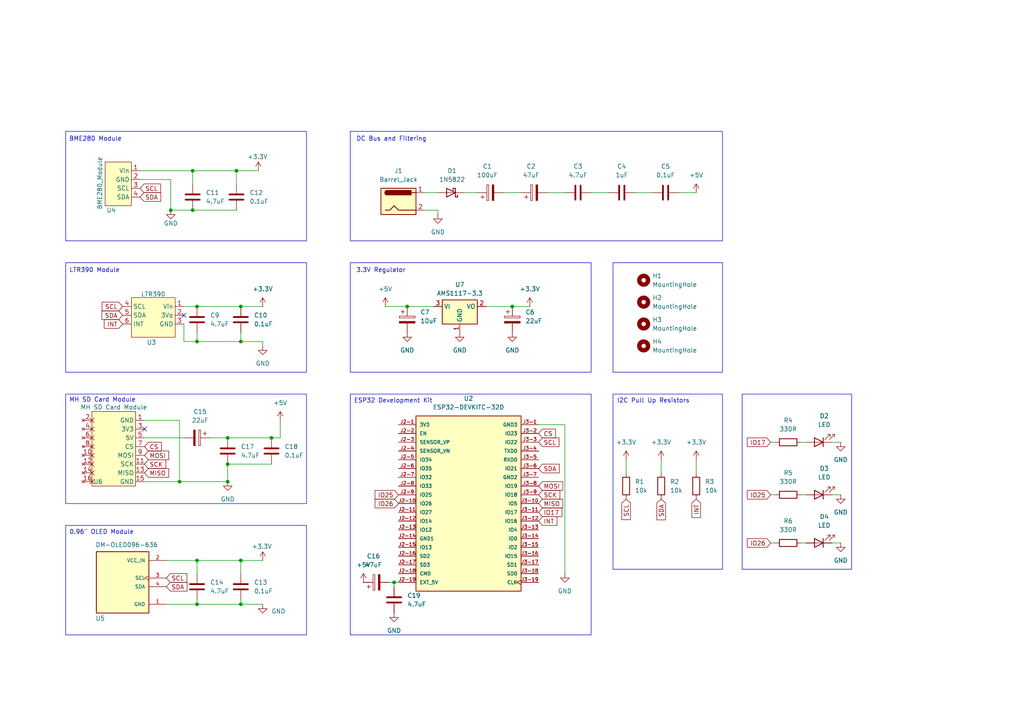
<source format=kicad_sch>
(kicad_sch
	(version 20250114)
	(generator "eeschema")
	(generator_version "9.0")
	(uuid "16bc5eae-eb0a-4dbb-9679-76cc53a9d596")
	(paper "A4")
	(title_block
		(title "ESP32 Weather Station")
		(date "2025-11-14")
		(rev "v1.1")
		(company "Hamza Afzal")
	)
	(lib_symbols
		(symbol "Connector:Barrel_Jack"
			(pin_names
				(offset 1.016)
			)
			(exclude_from_sim no)
			(in_bom yes)
			(on_board yes)
			(property "Reference" "J"
				(at 0 5.334 0)
				(effects
					(font
						(size 1.27 1.27)
					)
				)
			)
			(property "Value" "Barrel_Jack"
				(at 0 -5.08 0)
				(effects
					(font
						(size 1.27 1.27)
					)
				)
			)
			(property "Footprint" ""
				(at 1.27 -1.016 0)
				(effects
					(font
						(size 1.27 1.27)
					)
					(hide yes)
				)
			)
			(property "Datasheet" "~"
				(at 1.27 -1.016 0)
				(effects
					(font
						(size 1.27 1.27)
					)
					(hide yes)
				)
			)
			(property "Description" "DC Barrel Jack"
				(at 0 0 0)
				(effects
					(font
						(size 1.27 1.27)
					)
					(hide yes)
				)
			)
			(property "ki_keywords" "DC power barrel jack connector"
				(at 0 0 0)
				(effects
					(font
						(size 1.27 1.27)
					)
					(hide yes)
				)
			)
			(property "ki_fp_filters" "BarrelJack*"
				(at 0 0 0)
				(effects
					(font
						(size 1.27 1.27)
					)
					(hide yes)
				)
			)
			(symbol "Barrel_Jack_0_1"
				(rectangle
					(start -5.08 3.81)
					(end 5.08 -3.81)
					(stroke
						(width 0.254)
						(type default)
					)
					(fill
						(type background)
					)
				)
				(polyline
					(pts
						(xy -3.81 -2.54) (xy -2.54 -2.54) (xy -1.27 -1.27) (xy 0 -2.54) (xy 2.54 -2.54) (xy 5.08 -2.54)
					)
					(stroke
						(width 0.254)
						(type default)
					)
					(fill
						(type none)
					)
				)
				(arc
					(start -3.302 1.905)
					(mid -3.9343 2.54)
					(end -3.302 3.175)
					(stroke
						(width 0.254)
						(type default)
					)
					(fill
						(type none)
					)
				)
				(arc
					(start -3.302 1.905)
					(mid -3.9343 2.54)
					(end -3.302 3.175)
					(stroke
						(width 0.254)
						(type default)
					)
					(fill
						(type outline)
					)
				)
				(rectangle
					(start 3.683 3.175)
					(end -3.302 1.905)
					(stroke
						(width 0.254)
						(type default)
					)
					(fill
						(type outline)
					)
				)
				(polyline
					(pts
						(xy 5.08 2.54) (xy 3.81 2.54)
					)
					(stroke
						(width 0.254)
						(type default)
					)
					(fill
						(type none)
					)
				)
			)
			(symbol "Barrel_Jack_1_1"
				(pin passive line
					(at 7.62 2.54 180)
					(length 2.54)
					(name "~"
						(effects
							(font
								(size 1.27 1.27)
							)
						)
					)
					(number "1"
						(effects
							(font
								(size 1.27 1.27)
							)
						)
					)
				)
				(pin passive line
					(at 7.62 -2.54 180)
					(length 2.54)
					(name "~"
						(effects
							(font
								(size 1.27 1.27)
							)
						)
					)
					(number "2"
						(effects
							(font
								(size 1.27 1.27)
							)
						)
					)
				)
			)
			(embedded_fonts no)
		)
		(symbol "Device:C"
			(pin_numbers
				(hide yes)
			)
			(pin_names
				(offset 0.254)
			)
			(exclude_from_sim no)
			(in_bom yes)
			(on_board yes)
			(property "Reference" "C"
				(at 0.635 2.54 0)
				(effects
					(font
						(size 1.27 1.27)
					)
					(justify left)
				)
			)
			(property "Value" "C"
				(at 0.635 -2.54 0)
				(effects
					(font
						(size 1.27 1.27)
					)
					(justify left)
				)
			)
			(property "Footprint" ""
				(at 0.9652 -3.81 0)
				(effects
					(font
						(size 1.27 1.27)
					)
					(hide yes)
				)
			)
			(property "Datasheet" "~"
				(at 0 0 0)
				(effects
					(font
						(size 1.27 1.27)
					)
					(hide yes)
				)
			)
			(property "Description" "Unpolarized capacitor"
				(at 0 0 0)
				(effects
					(font
						(size 1.27 1.27)
					)
					(hide yes)
				)
			)
			(property "ki_keywords" "cap capacitor"
				(at 0 0 0)
				(effects
					(font
						(size 1.27 1.27)
					)
					(hide yes)
				)
			)
			(property "ki_fp_filters" "C_*"
				(at 0 0 0)
				(effects
					(font
						(size 1.27 1.27)
					)
					(hide yes)
				)
			)
			(symbol "C_0_1"
				(polyline
					(pts
						(xy -2.032 0.762) (xy 2.032 0.762)
					)
					(stroke
						(width 0.508)
						(type default)
					)
					(fill
						(type none)
					)
				)
				(polyline
					(pts
						(xy -2.032 -0.762) (xy 2.032 -0.762)
					)
					(stroke
						(width 0.508)
						(type default)
					)
					(fill
						(type none)
					)
				)
			)
			(symbol "C_1_1"
				(pin passive line
					(at 0 3.81 270)
					(length 2.794)
					(name "~"
						(effects
							(font
								(size 1.27 1.27)
							)
						)
					)
					(number "1"
						(effects
							(font
								(size 1.27 1.27)
							)
						)
					)
				)
				(pin passive line
					(at 0 -3.81 90)
					(length 2.794)
					(name "~"
						(effects
							(font
								(size 1.27 1.27)
							)
						)
					)
					(number "2"
						(effects
							(font
								(size 1.27 1.27)
							)
						)
					)
				)
			)
			(embedded_fonts no)
		)
		(symbol "Device:C_Polarized"
			(pin_numbers
				(hide yes)
			)
			(pin_names
				(offset 0.254)
			)
			(exclude_from_sim no)
			(in_bom yes)
			(on_board yes)
			(property "Reference" "C"
				(at 0.635 2.54 0)
				(effects
					(font
						(size 1.27 1.27)
					)
					(justify left)
				)
			)
			(property "Value" "C_Polarized"
				(at 0.635 -2.54 0)
				(effects
					(font
						(size 1.27 1.27)
					)
					(justify left)
				)
			)
			(property "Footprint" ""
				(at 0.9652 -3.81 0)
				(effects
					(font
						(size 1.27 1.27)
					)
					(hide yes)
				)
			)
			(property "Datasheet" "~"
				(at 0 0 0)
				(effects
					(font
						(size 1.27 1.27)
					)
					(hide yes)
				)
			)
			(property "Description" "Polarized capacitor"
				(at 0 0 0)
				(effects
					(font
						(size 1.27 1.27)
					)
					(hide yes)
				)
			)
			(property "ki_keywords" "cap capacitor"
				(at 0 0 0)
				(effects
					(font
						(size 1.27 1.27)
					)
					(hide yes)
				)
			)
			(property "ki_fp_filters" "CP_*"
				(at 0 0 0)
				(effects
					(font
						(size 1.27 1.27)
					)
					(hide yes)
				)
			)
			(symbol "C_Polarized_0_1"
				(rectangle
					(start -2.286 0.508)
					(end 2.286 1.016)
					(stroke
						(width 0)
						(type default)
					)
					(fill
						(type none)
					)
				)
				(polyline
					(pts
						(xy -1.778 2.286) (xy -0.762 2.286)
					)
					(stroke
						(width 0)
						(type default)
					)
					(fill
						(type none)
					)
				)
				(polyline
					(pts
						(xy -1.27 2.794) (xy -1.27 1.778)
					)
					(stroke
						(width 0)
						(type default)
					)
					(fill
						(type none)
					)
				)
				(rectangle
					(start 2.286 -0.508)
					(end -2.286 -1.016)
					(stroke
						(width 0)
						(type default)
					)
					(fill
						(type outline)
					)
				)
			)
			(symbol "C_Polarized_1_1"
				(pin passive line
					(at 0 3.81 270)
					(length 2.794)
					(name "~"
						(effects
							(font
								(size 1.27 1.27)
							)
						)
					)
					(number "1"
						(effects
							(font
								(size 1.27 1.27)
							)
						)
					)
				)
				(pin passive line
					(at 0 -3.81 90)
					(length 2.794)
					(name "~"
						(effects
							(font
								(size 1.27 1.27)
							)
						)
					)
					(number "2"
						(effects
							(font
								(size 1.27 1.27)
							)
						)
					)
				)
			)
			(embedded_fonts no)
		)
		(symbol "Device:LED"
			(pin_numbers
				(hide yes)
			)
			(pin_names
				(offset 1.016)
				(hide yes)
			)
			(exclude_from_sim no)
			(in_bom yes)
			(on_board yes)
			(property "Reference" "D"
				(at 0 2.54 0)
				(effects
					(font
						(size 1.27 1.27)
					)
				)
			)
			(property "Value" "LED"
				(at 0 -2.54 0)
				(effects
					(font
						(size 1.27 1.27)
					)
				)
			)
			(property "Footprint" ""
				(at 0 0 0)
				(effects
					(font
						(size 1.27 1.27)
					)
					(hide yes)
				)
			)
			(property "Datasheet" "~"
				(at 0 0 0)
				(effects
					(font
						(size 1.27 1.27)
					)
					(hide yes)
				)
			)
			(property "Description" "Light emitting diode"
				(at 0 0 0)
				(effects
					(font
						(size 1.27 1.27)
					)
					(hide yes)
				)
			)
			(property "Sim.Pins" "1=K 2=A"
				(at 0 0 0)
				(effects
					(font
						(size 1.27 1.27)
					)
					(hide yes)
				)
			)
			(property "ki_keywords" "LED diode"
				(at 0 0 0)
				(effects
					(font
						(size 1.27 1.27)
					)
					(hide yes)
				)
			)
			(property "ki_fp_filters" "LED* LED_SMD:* LED_THT:*"
				(at 0 0 0)
				(effects
					(font
						(size 1.27 1.27)
					)
					(hide yes)
				)
			)
			(symbol "LED_0_1"
				(polyline
					(pts
						(xy -3.048 -0.762) (xy -4.572 -2.286) (xy -3.81 -2.286) (xy -4.572 -2.286) (xy -4.572 -1.524)
					)
					(stroke
						(width 0)
						(type default)
					)
					(fill
						(type none)
					)
				)
				(polyline
					(pts
						(xy -1.778 -0.762) (xy -3.302 -2.286) (xy -2.54 -2.286) (xy -3.302 -2.286) (xy -3.302 -1.524)
					)
					(stroke
						(width 0)
						(type default)
					)
					(fill
						(type none)
					)
				)
				(polyline
					(pts
						(xy -1.27 0) (xy 1.27 0)
					)
					(stroke
						(width 0)
						(type default)
					)
					(fill
						(type none)
					)
				)
				(polyline
					(pts
						(xy -1.27 -1.27) (xy -1.27 1.27)
					)
					(stroke
						(width 0.254)
						(type default)
					)
					(fill
						(type none)
					)
				)
				(polyline
					(pts
						(xy 1.27 -1.27) (xy 1.27 1.27) (xy -1.27 0) (xy 1.27 -1.27)
					)
					(stroke
						(width 0.254)
						(type default)
					)
					(fill
						(type none)
					)
				)
			)
			(symbol "LED_1_1"
				(pin passive line
					(at -3.81 0 0)
					(length 2.54)
					(name "K"
						(effects
							(font
								(size 1.27 1.27)
							)
						)
					)
					(number "1"
						(effects
							(font
								(size 1.27 1.27)
							)
						)
					)
				)
				(pin passive line
					(at 3.81 0 180)
					(length 2.54)
					(name "A"
						(effects
							(font
								(size 1.27 1.27)
							)
						)
					)
					(number "2"
						(effects
							(font
								(size 1.27 1.27)
							)
						)
					)
				)
			)
			(embedded_fonts no)
		)
		(symbol "Device:R"
			(pin_numbers
				(hide yes)
			)
			(pin_names
				(offset 0)
			)
			(exclude_from_sim no)
			(in_bom yes)
			(on_board yes)
			(property "Reference" "R"
				(at 2.032 0 90)
				(effects
					(font
						(size 1.27 1.27)
					)
				)
			)
			(property "Value" "R"
				(at 0 0 90)
				(effects
					(font
						(size 1.27 1.27)
					)
				)
			)
			(property "Footprint" ""
				(at -1.778 0 90)
				(effects
					(font
						(size 1.27 1.27)
					)
					(hide yes)
				)
			)
			(property "Datasheet" "~"
				(at 0 0 0)
				(effects
					(font
						(size 1.27 1.27)
					)
					(hide yes)
				)
			)
			(property "Description" "Resistor"
				(at 0 0 0)
				(effects
					(font
						(size 1.27 1.27)
					)
					(hide yes)
				)
			)
			(property "ki_keywords" "R res resistor"
				(at 0 0 0)
				(effects
					(font
						(size 1.27 1.27)
					)
					(hide yes)
				)
			)
			(property "ki_fp_filters" "R_*"
				(at 0 0 0)
				(effects
					(font
						(size 1.27 1.27)
					)
					(hide yes)
				)
			)
			(symbol "R_0_1"
				(rectangle
					(start -1.016 -2.54)
					(end 1.016 2.54)
					(stroke
						(width 0.254)
						(type default)
					)
					(fill
						(type none)
					)
				)
			)
			(symbol "R_1_1"
				(pin passive line
					(at 0 3.81 270)
					(length 1.27)
					(name "~"
						(effects
							(font
								(size 1.27 1.27)
							)
						)
					)
					(number "1"
						(effects
							(font
								(size 1.27 1.27)
							)
						)
					)
				)
				(pin passive line
					(at 0 -3.81 90)
					(length 1.27)
					(name "~"
						(effects
							(font
								(size 1.27 1.27)
							)
						)
					)
					(number "2"
						(effects
							(font
								(size 1.27 1.27)
							)
						)
					)
				)
			)
			(embedded_fonts no)
		)
		(symbol "Diode:1N5822"
			(pin_numbers
				(hide yes)
			)
			(pin_names
				(offset 1.016)
				(hide yes)
			)
			(exclude_from_sim no)
			(in_bom yes)
			(on_board yes)
			(property "Reference" "D"
				(at 0 2.54 0)
				(effects
					(font
						(size 1.27 1.27)
					)
				)
			)
			(property "Value" "1N5822"
				(at 0 -2.54 0)
				(effects
					(font
						(size 1.27 1.27)
					)
				)
			)
			(property "Footprint" "Diode_THT:D_DO-201AD_P15.24mm_Horizontal"
				(at 0 -4.445 0)
				(effects
					(font
						(size 1.27 1.27)
					)
					(hide yes)
				)
			)
			(property "Datasheet" "http://www.vishay.com/docs/88526/1n5820.pdf"
				(at 0 0 0)
				(effects
					(font
						(size 1.27 1.27)
					)
					(hide yes)
				)
			)
			(property "Description" "40V 3A Schottky Barrier Rectifier Diode, DO-201AD"
				(at 0 0 0)
				(effects
					(font
						(size 1.27 1.27)
					)
					(hide yes)
				)
			)
			(property "ki_keywords" "diode Schottky"
				(at 0 0 0)
				(effects
					(font
						(size 1.27 1.27)
					)
					(hide yes)
				)
			)
			(property "ki_fp_filters" "D*DO?201AD*"
				(at 0 0 0)
				(effects
					(font
						(size 1.27 1.27)
					)
					(hide yes)
				)
			)
			(symbol "1N5822_0_1"
				(polyline
					(pts
						(xy -1.905 0.635) (xy -1.905 1.27) (xy -1.27 1.27) (xy -1.27 -1.27) (xy -0.635 -1.27) (xy -0.635 -0.635)
					)
					(stroke
						(width 0.254)
						(type default)
					)
					(fill
						(type none)
					)
				)
				(polyline
					(pts
						(xy 1.27 1.27) (xy 1.27 -1.27) (xy -1.27 0) (xy 1.27 1.27)
					)
					(stroke
						(width 0.254)
						(type default)
					)
					(fill
						(type none)
					)
				)
				(polyline
					(pts
						(xy 1.27 0) (xy -1.27 0)
					)
					(stroke
						(width 0)
						(type default)
					)
					(fill
						(type none)
					)
				)
			)
			(symbol "1N5822_1_1"
				(pin passive line
					(at -3.81 0 0)
					(length 2.54)
					(name "K"
						(effects
							(font
								(size 1.27 1.27)
							)
						)
					)
					(number "1"
						(effects
							(font
								(size 1.27 1.27)
							)
						)
					)
				)
				(pin passive line
					(at 3.81 0 180)
					(length 2.54)
					(name "A"
						(effects
							(font
								(size 1.27 1.27)
							)
						)
					)
					(number "2"
						(effects
							(font
								(size 1.27 1.27)
							)
						)
					)
				)
			)
			(embedded_fonts no)
		)
		(symbol "Display_Graphic:DM-OLED096-636"
			(pin_names
				(offset 1.016)
			)
			(exclude_from_sim no)
			(in_bom yes)
			(on_board yes)
			(property "Reference" "U"
				(at -7.874 -9.906 0)
				(do_not_autoplace)
				(effects
					(font
						(size 1.27 1.27)
					)
					(justify left bottom)
				)
			)
			(property "Value" "DM-OLED096-636"
				(at -7.874 11.43 0)
				(do_not_autoplace)
				(effects
					(font
						(size 1.27 1.27)
					)
					(justify left bottom)
				)
			)
			(property "Footprint" "DM-OLED096-636:MODULE_DM-OLED096-636"
				(at 0 0 0)
				(effects
					(font
						(size 1.27 1.27)
					)
					(justify bottom)
					(hide yes)
				)
			)
			(property "Datasheet" ""
				(at 0 0 0)
				(effects
					(font
						(size 1.27 1.27)
					)
					(hide yes)
				)
			)
			(property "Description" ""
				(at 0 0 0)
				(effects
					(font
						(size 1.27 1.27)
					)
					(hide yes)
				)
			)
			(property "MF" "Display Module"
				(at 0 0 0)
				(effects
					(font
						(size 1.27 1.27)
					)
					(justify bottom)
					(hide yes)
				)
			)
			(property "MAXIMUM_PACKAGE_HEIGHT" "11.3 mm"
				(at 0 0 0)
				(effects
					(font
						(size 1.27 1.27)
					)
					(justify bottom)
					(hide yes)
				)
			)
			(property "Package" "Package"
				(at 0 0 0)
				(effects
					(font
						(size 1.27 1.27)
					)
					(justify bottom)
					(hide yes)
				)
			)
			(property "Price" "None"
				(at 0 0 0)
				(effects
					(font
						(size 1.27 1.27)
					)
					(justify bottom)
					(hide yes)
				)
			)
			(property "Check_prices" "https://www.snapeda.com/parts/DM-OLED096-636/Display+Module/view-part/?ref=eda"
				(at 0 0 0)
				(effects
					(font
						(size 1.27 1.27)
					)
					(justify bottom)
					(hide yes)
				)
			)
			(property "STANDARD" "Manufacturer Recommendations"
				(at 0 0 0)
				(effects
					(font
						(size 1.27 1.27)
					)
					(justify bottom)
					(hide yes)
				)
			)
			(property "PARTREV" "2018-09-10"
				(at 0 0 0)
				(effects
					(font
						(size 1.27 1.27)
					)
					(justify bottom)
					(hide yes)
				)
			)
			(property "SnapEDA_Link" "https://www.snapeda.com/parts/DM-OLED096-636/Display+Module/view-part/?ref=snap"
				(at 0 0 0)
				(effects
					(font
						(size 1.27 1.27)
					)
					(justify bottom)
					(hide yes)
				)
			)
			(property "MP" "DM-OLED096-636"
				(at 0 0 0)
				(effects
					(font
						(size 1.27 1.27)
					)
					(justify bottom)
					(hide yes)
				)
			)
			(property "Description_1" "0.96” 128 X 64 MONOCHROME GRAPHIC OLED DISPLAY MODULE - I2C"
				(at 0 0 0)
				(effects
					(font
						(size 1.27 1.27)
					)
					(justify bottom)
					(hide yes)
				)
			)
			(property "Availability" "Not in stock"
				(at 0 0 0)
				(effects
					(font
						(size 1.27 1.27)
					)
					(justify bottom)
					(hide yes)
				)
			)
			(property "MANUFACTURER" "Displaymodule"
				(at 0 0 0)
				(effects
					(font
						(size 1.27 1.27)
					)
					(justify bottom)
					(hide yes)
				)
			)
			(symbol "DM-OLED096-636_0_0"
				(rectangle
					(start -7.62 -7.62)
					(end 7.62 10.16)
					(stroke
						(width 0.254)
						(type default)
					)
					(fill
						(type background)
					)
				)
				(pin power_in line
					(at 12.7 7.62 180)
					(length 5.08)
					(name "VCC_IN"
						(effects
							(font
								(size 1.016 1.016)
							)
						)
					)
					(number "2"
						(effects
							(font
								(size 1.016 1.016)
							)
						)
					)
				)
				(pin input clock
					(at 12.7 2.54 180)
					(length 5.08)
					(name "SCL"
						(effects
							(font
								(size 1.016 1.016)
							)
						)
					)
					(number "3"
						(effects
							(font
								(size 1.016 1.016)
							)
						)
					)
				)
				(pin bidirectional line
					(at 12.7 0 180)
					(length 5.08)
					(name "SDA"
						(effects
							(font
								(size 1.016 1.016)
							)
						)
					)
					(number "4"
						(effects
							(font
								(size 1.016 1.016)
							)
						)
					)
				)
				(pin power_in line
					(at 12.7 -5.08 180)
					(length 5.08)
					(name "GND"
						(effects
							(font
								(size 1.016 1.016)
							)
						)
					)
					(number "1"
						(effects
							(font
								(size 1.016 1.016)
							)
						)
					)
				)
			)
			(embedded_fonts no)
		)
		(symbol "ESP32-DEVKITC-32D:ESP32-DEVKITC-32D"
			(pin_names
				(offset 1.016)
			)
			(exclude_from_sim no)
			(in_bom yes)
			(on_board yes)
			(property "Reference" "U"
				(at -15.2572 26.0643 0)
				(effects
					(font
						(size 1.27 1.27)
					)
					(justify left bottom)
				)
			)
			(property "Value" "ESP32-DEVKITC-32D"
				(at -15.2563 -27.9698 0)
				(effects
					(font
						(size 1.27 1.27)
					)
					(justify left bottom)
				)
			)
			(property "Footprint" "ESP32-DEVKITC-32D:MODULE_ESP32-DEVKITC-32D"
				(at 0 0 0)
				(effects
					(font
						(size 1.27 1.27)
					)
					(justify bottom)
					(hide yes)
				)
			)
			(property "Datasheet" ""
				(at 0 0 0)
				(effects
					(font
						(size 1.27 1.27)
					)
					(hide yes)
				)
			)
			(property "Description" ""
				(at 0 0 0)
				(effects
					(font
						(size 1.27 1.27)
					)
					(hide yes)
				)
			)
			(property "MF" "Espressif Systems"
				(at 0 0 0)
				(effects
					(font
						(size 1.27 1.27)
					)
					(justify bottom)
					(hide yes)
				)
			)
			(property "MAXIMUM_PACKAGE_HEIGHT" "N/A"
				(at 0 0 0)
				(effects
					(font
						(size 1.27 1.27)
					)
					(justify bottom)
					(hide yes)
				)
			)
			(property "Package" "None"
				(at 0 0 0)
				(effects
					(font
						(size 1.27 1.27)
					)
					(justify bottom)
					(hide yes)
				)
			)
			(property "Price" "None"
				(at 0 0 0)
				(effects
					(font
						(size 1.27 1.27)
					)
					(justify bottom)
					(hide yes)
				)
			)
			(property "Check_prices" "https://www.snapeda.com/parts/ESP32-DEVKITC-32D/Espressif+Systems/view-part/?ref=eda"
				(at 0 0 0)
				(effects
					(font
						(size 1.27 1.27)
					)
					(justify bottom)
					(hide yes)
				)
			)
			(property "STANDARD" "Manufacturer Recommendations"
				(at 0 0 0)
				(effects
					(font
						(size 1.27 1.27)
					)
					(justify bottom)
					(hide yes)
				)
			)
			(property "PARTREV" "V4"
				(at 0 0 0)
				(effects
					(font
						(size 1.27 1.27)
					)
					(justify bottom)
					(hide yes)
				)
			)
			(property "SnapEDA_Link" "https://www.snapeda.com/parts/ESP32-DEVKITC-32D/Espressif+Systems/view-part/?ref=snap"
				(at 0 0 0)
				(effects
					(font
						(size 1.27 1.27)
					)
					(justify bottom)
					(hide yes)
				)
			)
			(property "MP" "ESP32-DEVKITC-32D"
				(at 0 0 0)
				(effects
					(font
						(size 1.27 1.27)
					)
					(justify bottom)
					(hide yes)
				)
			)
			(property "Description_1" "WiFi Development Tools (802.11) ESP32 General Development Kit, ESP32-WROOM-32D on the board"
				(at 0 0 0)
				(effects
					(font
						(size 1.27 1.27)
					)
					(justify bottom)
					(hide yes)
				)
			)
			(property "MANUFACTURER" "Espressif Systems"
				(at 0 0 0)
				(effects
					(font
						(size 1.27 1.27)
					)
					(justify bottom)
					(hide yes)
				)
			)
			(property "Availability" "In Stock"
				(at 0 0 0)
				(effects
					(font
						(size 1.27 1.27)
					)
					(justify bottom)
					(hide yes)
				)
			)
			(property "SNAPEDA_PN" "ESP32-DEVKITC-32D"
				(at 0 0 0)
				(effects
					(font
						(size 1.27 1.27)
					)
					(justify bottom)
					(hide yes)
				)
			)
			(symbol "ESP32-DEVKITC-32D_0_0"
				(rectangle
					(start -15.24 -25.4)
					(end 15.24 25.4)
					(stroke
						(width 0.254)
						(type default)
					)
					(fill
						(type background)
					)
				)
				(pin power_in line
					(at -20.32 22.86 0)
					(length 5.08)
					(name "3V3"
						(effects
							(font
								(size 1.016 1.016)
							)
						)
					)
					(number "J2-1"
						(effects
							(font
								(size 1.016 1.016)
							)
						)
					)
				)
				(pin input line
					(at -20.32 20.32 0)
					(length 5.08)
					(name "EN"
						(effects
							(font
								(size 1.016 1.016)
							)
						)
					)
					(number "J2-2"
						(effects
							(font
								(size 1.016 1.016)
							)
						)
					)
				)
				(pin input line
					(at -20.32 17.78 0)
					(length 5.08)
					(name "SENSOR_VP"
						(effects
							(font
								(size 1.016 1.016)
							)
						)
					)
					(number "J2-3"
						(effects
							(font
								(size 1.016 1.016)
							)
						)
					)
				)
				(pin input line
					(at -20.32 15.24 0)
					(length 5.08)
					(name "SENSOR_VN"
						(effects
							(font
								(size 1.016 1.016)
							)
						)
					)
					(number "J2-4"
						(effects
							(font
								(size 1.016 1.016)
							)
						)
					)
				)
				(pin bidirectional line
					(at -20.32 12.7 0)
					(length 5.08)
					(name "IO34"
						(effects
							(font
								(size 1.016 1.016)
							)
						)
					)
					(number "J2-5"
						(effects
							(font
								(size 1.016 1.016)
							)
						)
					)
				)
				(pin bidirectional line
					(at -20.32 10.16 0)
					(length 5.08)
					(name "IO35"
						(effects
							(font
								(size 1.016 1.016)
							)
						)
					)
					(number "J2-6"
						(effects
							(font
								(size 1.016 1.016)
							)
						)
					)
				)
				(pin bidirectional line
					(at -20.32 7.62 0)
					(length 5.08)
					(name "IO32"
						(effects
							(font
								(size 1.016 1.016)
							)
						)
					)
					(number "J2-7"
						(effects
							(font
								(size 1.016 1.016)
							)
						)
					)
				)
				(pin bidirectional line
					(at -20.32 5.08 0)
					(length 5.08)
					(name "IO33"
						(effects
							(font
								(size 1.016 1.016)
							)
						)
					)
					(number "J2-8"
						(effects
							(font
								(size 1.016 1.016)
							)
						)
					)
				)
				(pin bidirectional line
					(at -20.32 2.54 0)
					(length 5.08)
					(name "IO25"
						(effects
							(font
								(size 1.016 1.016)
							)
						)
					)
					(number "J2-9"
						(effects
							(font
								(size 1.016 1.016)
							)
						)
					)
				)
				(pin bidirectional line
					(at -20.32 0 0)
					(length 5.08)
					(name "IO26"
						(effects
							(font
								(size 1.016 1.016)
							)
						)
					)
					(number "J2-10"
						(effects
							(font
								(size 1.016 1.016)
							)
						)
					)
				)
				(pin bidirectional line
					(at -20.32 -2.54 0)
					(length 5.08)
					(name "IO27"
						(effects
							(font
								(size 1.016 1.016)
							)
						)
					)
					(number "J2-11"
						(effects
							(font
								(size 1.016 1.016)
							)
						)
					)
				)
				(pin bidirectional line
					(at -20.32 -5.08 0)
					(length 5.08)
					(name "IO14"
						(effects
							(font
								(size 1.016 1.016)
							)
						)
					)
					(number "J2-12"
						(effects
							(font
								(size 1.016 1.016)
							)
						)
					)
				)
				(pin bidirectional line
					(at -20.32 -7.62 0)
					(length 5.08)
					(name "IO12"
						(effects
							(font
								(size 1.016 1.016)
							)
						)
					)
					(number "J2-13"
						(effects
							(font
								(size 1.016 1.016)
							)
						)
					)
				)
				(pin power_in line
					(at -20.32 -10.16 0)
					(length 5.08)
					(name "GND1"
						(effects
							(font
								(size 1.016 1.016)
							)
						)
					)
					(number "J2-14"
						(effects
							(font
								(size 1.016 1.016)
							)
						)
					)
				)
				(pin bidirectional line
					(at -20.32 -12.7 0)
					(length 5.08)
					(name "IO13"
						(effects
							(font
								(size 1.016 1.016)
							)
						)
					)
					(number "J2-15"
						(effects
							(font
								(size 1.016 1.016)
							)
						)
					)
				)
				(pin bidirectional line
					(at -20.32 -15.24 0)
					(length 5.08)
					(name "SD2"
						(effects
							(font
								(size 1.016 1.016)
							)
						)
					)
					(number "J2-16"
						(effects
							(font
								(size 1.016 1.016)
							)
						)
					)
				)
				(pin bidirectional line
					(at -20.32 -17.78 0)
					(length 5.08)
					(name "SD3"
						(effects
							(font
								(size 1.016 1.016)
							)
						)
					)
					(number "J2-17"
						(effects
							(font
								(size 1.016 1.016)
							)
						)
					)
				)
				(pin bidirectional line
					(at -20.32 -20.32 0)
					(length 5.08)
					(name "CMD"
						(effects
							(font
								(size 1.016 1.016)
							)
						)
					)
					(number "J2-18"
						(effects
							(font
								(size 1.016 1.016)
							)
						)
					)
				)
				(pin power_in line
					(at -20.32 -22.86 0)
					(length 5.08)
					(name "EXT_5V"
						(effects
							(font
								(size 1.016 1.016)
							)
						)
					)
					(number "J2-19"
						(effects
							(font
								(size 1.016 1.016)
							)
						)
					)
				)
				(pin power_in line
					(at 20.32 22.86 180)
					(length 5.08)
					(name "GND3"
						(effects
							(font
								(size 1.016 1.016)
							)
						)
					)
					(number "J3-1"
						(effects
							(font
								(size 1.016 1.016)
							)
						)
					)
				)
				(pin bidirectional line
					(at 20.32 20.32 180)
					(length 5.08)
					(name "IO23"
						(effects
							(font
								(size 1.016 1.016)
							)
						)
					)
					(number "J3-2"
						(effects
							(font
								(size 1.016 1.016)
							)
						)
					)
				)
				(pin bidirectional line
					(at 20.32 17.78 180)
					(length 5.08)
					(name "IO22"
						(effects
							(font
								(size 1.016 1.016)
							)
						)
					)
					(number "J3-3"
						(effects
							(font
								(size 1.016 1.016)
							)
						)
					)
				)
				(pin output line
					(at 20.32 15.24 180)
					(length 5.08)
					(name "TXD0"
						(effects
							(font
								(size 1.016 1.016)
							)
						)
					)
					(number "J3-4"
						(effects
							(font
								(size 1.016 1.016)
							)
						)
					)
				)
				(pin input line
					(at 20.32 12.7 180)
					(length 5.08)
					(name "RXD0"
						(effects
							(font
								(size 1.016 1.016)
							)
						)
					)
					(number "J3-5"
						(effects
							(font
								(size 1.016 1.016)
							)
						)
					)
				)
				(pin bidirectional line
					(at 20.32 10.16 180)
					(length 5.08)
					(name "IO21"
						(effects
							(font
								(size 1.016 1.016)
							)
						)
					)
					(number "J3-6"
						(effects
							(font
								(size 1.016 1.016)
							)
						)
					)
				)
				(pin power_in line
					(at 20.32 7.62 180)
					(length 5.08)
					(name "GND2"
						(effects
							(font
								(size 1.016 1.016)
							)
						)
					)
					(number "J3-7"
						(effects
							(font
								(size 1.016 1.016)
							)
						)
					)
				)
				(pin bidirectional line
					(at 20.32 5.08 180)
					(length 5.08)
					(name "IO19"
						(effects
							(font
								(size 1.016 1.016)
							)
						)
					)
					(number "J3-8"
						(effects
							(font
								(size 1.016 1.016)
							)
						)
					)
				)
				(pin bidirectional line
					(at 20.32 2.54 180)
					(length 5.08)
					(name "IO18"
						(effects
							(font
								(size 1.016 1.016)
							)
						)
					)
					(number "J3-9"
						(effects
							(font
								(size 1.016 1.016)
							)
						)
					)
				)
				(pin bidirectional line
					(at 20.32 0 180)
					(length 5.08)
					(name "IO5"
						(effects
							(font
								(size 1.016 1.016)
							)
						)
					)
					(number "J3-10"
						(effects
							(font
								(size 1.016 1.016)
							)
						)
					)
				)
				(pin bidirectional line
					(at 20.32 -2.54 180)
					(length 5.08)
					(name "IO17"
						(effects
							(font
								(size 1.016 1.016)
							)
						)
					)
					(number "J3-11"
						(effects
							(font
								(size 1.016 1.016)
							)
						)
					)
				)
				(pin bidirectional line
					(at 20.32 -5.08 180)
					(length 5.08)
					(name "IO16"
						(effects
							(font
								(size 1.016 1.016)
							)
						)
					)
					(number "J3-12"
						(effects
							(font
								(size 1.016 1.016)
							)
						)
					)
				)
				(pin bidirectional line
					(at 20.32 -7.62 180)
					(length 5.08)
					(name "IO4"
						(effects
							(font
								(size 1.016 1.016)
							)
						)
					)
					(number "J3-13"
						(effects
							(font
								(size 1.016 1.016)
							)
						)
					)
				)
				(pin bidirectional line
					(at 20.32 -10.16 180)
					(length 5.08)
					(name "IO0"
						(effects
							(font
								(size 1.016 1.016)
							)
						)
					)
					(number "J3-14"
						(effects
							(font
								(size 1.016 1.016)
							)
						)
					)
				)
				(pin bidirectional line
					(at 20.32 -12.7 180)
					(length 5.08)
					(name "IO2"
						(effects
							(font
								(size 1.016 1.016)
							)
						)
					)
					(number "J3-15"
						(effects
							(font
								(size 1.016 1.016)
							)
						)
					)
				)
				(pin bidirectional line
					(at 20.32 -15.24 180)
					(length 5.08)
					(name "IO15"
						(effects
							(font
								(size 1.016 1.016)
							)
						)
					)
					(number "J3-16"
						(effects
							(font
								(size 1.016 1.016)
							)
						)
					)
				)
				(pin bidirectional line
					(at 20.32 -17.78 180)
					(length 5.08)
					(name "SD1"
						(effects
							(font
								(size 1.016 1.016)
							)
						)
					)
					(number "J3-17"
						(effects
							(font
								(size 1.016 1.016)
							)
						)
					)
				)
				(pin bidirectional line
					(at 20.32 -20.32 180)
					(length 5.08)
					(name "SD0"
						(effects
							(font
								(size 1.016 1.016)
							)
						)
					)
					(number "J3-18"
						(effects
							(font
								(size 1.016 1.016)
							)
						)
					)
				)
				(pin input clock
					(at 20.32 -22.86 180)
					(length 5.08)
					(name "CLK"
						(effects
							(font
								(size 1.016 1.016)
							)
						)
					)
					(number "J3-19"
						(effects
							(font
								(size 1.016 1.016)
							)
						)
					)
				)
			)
			(embedded_fonts no)
		)
		(symbol "MH_SD_Card_Module_1"
			(exclude_from_sim no)
			(in_bom yes)
			(on_board yes)
			(property "Reference" "U6"
				(at 1.778 -7.62 0)
				(do_not_autoplace)
				(effects
					(font
						(size 1.27 1.27)
					)
				)
			)
			(property "Value" "MH SD Card Module"
				(at 6.35 13.97 0)
				(do_not_autoplace)
				(effects
					(font
						(size 1.27 1.27)
					)
				)
			)
			(property "Footprint" "Connector:MH_SD_Card_Module"
				(at 0 0 0)
				(effects
					(font
						(size 1.27 1.27)
					)
					(hide yes)
				)
			)
			(property "Datasheet" ""
				(at 0 0 0)
				(effects
					(font
						(size 1.27 1.27)
					)
					(hide yes)
				)
			)
			(property "Description" ""
				(at 0 0 0)
				(effects
					(font
						(size 1.27 1.27)
					)
					(hide yes)
				)
			)
			(symbol "MH_SD_Card_Module_1_1_1"
				(rectangle
					(start 0 12.7)
					(end 12.7 -8.89)
					(stroke
						(width 0)
						(type solid)
					)
					(fill
						(type color)
						(color 255 255 194 1)
					)
				)
				(pin no_connect non_logic
					(at -2.54 10.16 0)
					(length 2.54)
					(name ""
						(effects
							(font
								(size 1.27 1.27)
							)
						)
					)
					(number "2"
						(effects
							(font
								(size 1.27 1.27)
							)
						)
					)
				)
				(pin no_connect non_logic
					(at -2.54 7.62 0)
					(length 2.54)
					(name ""
						(effects
							(font
								(size 1.27 1.27)
							)
						)
					)
					(number "4"
						(effects
							(font
								(size 1.27 1.27)
							)
						)
					)
				)
				(pin no_connect non_logic
					(at -2.54 5.08 0)
					(length 2.54)
					(name ""
						(effects
							(font
								(size 1.27 1.27)
							)
						)
					)
					(number "6"
						(effects
							(font
								(size 1.27 1.27)
							)
						)
					)
				)
				(pin no_connect non_logic
					(at -2.54 2.54 0)
					(length 2.54)
					(name ""
						(effects
							(font
								(size 1.27 1.27)
							)
						)
					)
					(number "8"
						(effects
							(font
								(size 1.27 1.27)
							)
						)
					)
				)
				(pin no_connect non_logic
					(at -2.54 0 0)
					(length 2.54)
					(name ""
						(effects
							(font
								(size 1.27 1.27)
							)
						)
					)
					(number "10"
						(effects
							(font
								(size 1.27 1.27)
							)
						)
					)
				)
				(pin no_connect non_logic
					(at -2.54 -2.54 0)
					(length 2.54)
					(name ""
						(effects
							(font
								(size 1.27 1.27)
							)
						)
					)
					(number "12"
						(effects
							(font
								(size 1.27 1.27)
							)
						)
					)
				)
				(pin no_connect non_logic
					(at -2.54 -5.08 0)
					(length 2.54)
					(name ""
						(effects
							(font
								(size 1.27 1.27)
							)
						)
					)
					(number "14"
						(effects
							(font
								(size 1.27 1.27)
							)
						)
					)
				)
				(pin no_connect non_logic
					(at -2.54 -7.62 0)
					(length 2.54)
					(name ""
						(effects
							(font
								(size 1.27 1.27)
							)
						)
					)
					(number "16"
						(effects
							(font
								(size 1.27 1.27)
							)
						)
					)
				)
				(pin power_in line
					(at 15.24 10.16 180)
					(length 2.54)
					(name "GND"
						(effects
							(font
								(size 1.27 1.27)
							)
						)
					)
					(number "1"
						(effects
							(font
								(size 1.27 1.27)
							)
						)
					)
				)
				(pin power_in line
					(at 15.24 7.62 180)
					(length 2.54)
					(name "3V3"
						(effects
							(font
								(size 1.27 1.27)
							)
						)
					)
					(number "3"
						(effects
							(font
								(size 1.27 1.27)
							)
						)
					)
				)
				(pin power_in line
					(at 15.24 5.08 180)
					(length 2.54)
					(name "5V"
						(effects
							(font
								(size 1.27 1.27)
							)
						)
					)
					(number "5"
						(effects
							(font
								(size 1.27 1.27)
							)
						)
					)
				)
				(pin input line
					(at 15.24 2.54 180)
					(length 2.54)
					(name "CS"
						(effects
							(font
								(size 1.27 1.27)
							)
						)
					)
					(number "7"
						(effects
							(font
								(size 1.27 1.27)
							)
						)
					)
				)
				(pin input line
					(at 15.24 0 180)
					(length 2.54)
					(name "MOSI"
						(effects
							(font
								(size 1.27 1.27)
							)
						)
					)
					(number "9"
						(effects
							(font
								(size 1.27 1.27)
							)
						)
					)
				)
				(pin input line
					(at 15.24 -2.54 180)
					(length 2.54)
					(name "SCK"
						(effects
							(font
								(size 1.27 1.27)
							)
						)
					)
					(number "11"
						(effects
							(font
								(size 1.27 1.27)
							)
						)
					)
				)
				(pin output line
					(at 15.24 -5.08 180)
					(length 2.54)
					(name "MISO"
						(effects
							(font
								(size 1.27 1.27)
							)
						)
					)
					(number "13"
						(effects
							(font
								(size 1.27 1.27)
							)
						)
					)
				)
				(pin power_in line
					(at 15.24 -7.62 180)
					(length 2.54)
					(name "GND"
						(effects
							(font
								(size 1.27 1.27)
							)
						)
					)
					(number "15"
						(effects
							(font
								(size 1.27 1.27)
							)
						)
					)
				)
			)
			(embedded_fonts no)
		)
		(symbol "Mechanical:MountingHole"
			(pin_names
				(offset 1.016)
			)
			(exclude_from_sim no)
			(in_bom no)
			(on_board yes)
			(property "Reference" "H"
				(at 0 5.08 0)
				(effects
					(font
						(size 1.27 1.27)
					)
				)
			)
			(property "Value" "MountingHole"
				(at 0 3.175 0)
				(effects
					(font
						(size 1.27 1.27)
					)
				)
			)
			(property "Footprint" ""
				(at 0 0 0)
				(effects
					(font
						(size 1.27 1.27)
					)
					(hide yes)
				)
			)
			(property "Datasheet" "~"
				(at 0 0 0)
				(effects
					(font
						(size 1.27 1.27)
					)
					(hide yes)
				)
			)
			(property "Description" "Mounting Hole without connection"
				(at 0 0 0)
				(effects
					(font
						(size 1.27 1.27)
					)
					(hide yes)
				)
			)
			(property "ki_keywords" "mounting hole"
				(at 0 0 0)
				(effects
					(font
						(size 1.27 1.27)
					)
					(hide yes)
				)
			)
			(property "ki_fp_filters" "MountingHole*"
				(at 0 0 0)
				(effects
					(font
						(size 1.27 1.27)
					)
					(hide yes)
				)
			)
			(symbol "MountingHole_0_1"
				(circle
					(center 0 0)
					(radius 1.27)
					(stroke
						(width 1.27)
						(type default)
					)
					(fill
						(type none)
					)
				)
			)
			(embedded_fonts no)
		)
		(symbol "Regulator_Linear:AMS1117-3.3"
			(exclude_from_sim no)
			(in_bom yes)
			(on_board yes)
			(property "Reference" "U"
				(at -3.81 3.175 0)
				(effects
					(font
						(size 1.27 1.27)
					)
				)
			)
			(property "Value" "AMS1117-3.3"
				(at 0 3.175 0)
				(effects
					(font
						(size 1.27 1.27)
					)
					(justify left)
				)
			)
			(property "Footprint" "Package_TO_SOT_SMD:SOT-223-3_TabPin2"
				(at 0 5.08 0)
				(effects
					(font
						(size 1.27 1.27)
					)
					(hide yes)
				)
			)
			(property "Datasheet" "http://www.advanced-monolithic.com/pdf/ds1117.pdf"
				(at 2.54 -6.35 0)
				(effects
					(font
						(size 1.27 1.27)
					)
					(hide yes)
				)
			)
			(property "Description" "1A Low Dropout regulator, positive, 3.3V fixed output, SOT-223"
				(at 0 0 0)
				(effects
					(font
						(size 1.27 1.27)
					)
					(hide yes)
				)
			)
			(property "ki_keywords" "linear regulator ldo fixed positive"
				(at 0 0 0)
				(effects
					(font
						(size 1.27 1.27)
					)
					(hide yes)
				)
			)
			(property "ki_fp_filters" "SOT?223*TabPin2*"
				(at 0 0 0)
				(effects
					(font
						(size 1.27 1.27)
					)
					(hide yes)
				)
			)
			(symbol "AMS1117-3.3_0_1"
				(rectangle
					(start -5.08 -5.08)
					(end 5.08 1.905)
					(stroke
						(width 0.254)
						(type default)
					)
					(fill
						(type background)
					)
				)
			)
			(symbol "AMS1117-3.3_1_1"
				(pin power_in line
					(at -7.62 0 0)
					(length 2.54)
					(name "VI"
						(effects
							(font
								(size 1.27 1.27)
							)
						)
					)
					(number "3"
						(effects
							(font
								(size 1.27 1.27)
							)
						)
					)
				)
				(pin power_in line
					(at 0 -7.62 90)
					(length 2.54)
					(name "GND"
						(effects
							(font
								(size 1.27 1.27)
							)
						)
					)
					(number "1"
						(effects
							(font
								(size 1.27 1.27)
							)
						)
					)
				)
				(pin power_out line
					(at 7.62 0 180)
					(length 2.54)
					(name "VO"
						(effects
							(font
								(size 1.27 1.27)
							)
						)
					)
					(number "2"
						(effects
							(font
								(size 1.27 1.27)
							)
						)
					)
				)
			)
			(embedded_fonts no)
		)
		(symbol "Sensor:BME280_Module"
			(exclude_from_sim no)
			(in_bom yes)
			(on_board yes)
			(property "Reference" "U4"
				(at -5.842 -2.54 0)
				(do_not_autoplace)
				(effects
					(font
						(size 1.27 1.27)
					)
				)
			)
			(property "Value" "BME280_Module"
				(at -9.144 5.334 90)
				(do_not_autoplace)
				(effects
					(font
						(size 1.27 1.27)
					)
				)
			)
			(property "Footprint" "Sensor:BME 280 Module"
				(at 0 0 0)
				(effects
					(font
						(size 1.27 1.27)
					)
					(hide yes)
				)
			)
			(property "Datasheet" ""
				(at 0 0 0)
				(effects
					(font
						(size 1.27 1.27)
					)
					(hide yes)
				)
			)
			(property "Description" ""
				(at 0 0 0)
				(effects
					(font
						(size 1.27 1.27)
					)
					(hide yes)
				)
			)
			(symbol "BME280_Module_1_1"
				(rectangle
					(start -7.62 11.43)
					(end 0 -1.27)
					(stroke
						(width 0)
						(type solid)
					)
					(fill
						(type color)
						(color 255 255 194 1)
					)
				)
				(pin power_in line
					(at 2.54 8.89 180)
					(length 2.54)
					(name "Vin"
						(effects
							(font
								(size 1.27 1.27)
							)
						)
					)
					(number "1"
						(effects
							(font
								(size 1.27 1.27)
							)
						)
					)
				)
				(pin power_in line
					(at 2.54 6.35 180)
					(length 2.54)
					(name "GND"
						(effects
							(font
								(size 1.27 1.27)
							)
						)
					)
					(number "2"
						(effects
							(font
								(size 1.27 1.27)
							)
						)
					)
				)
				(pin input line
					(at 2.54 3.81 180)
					(length 2.54)
					(name "SCL"
						(effects
							(font
								(size 1.27 1.27)
							)
						)
					)
					(number "3"
						(effects
							(font
								(size 1.27 1.27)
							)
						)
					)
				)
				(pin bidirectional line
					(at 2.54 1.27 180)
					(length 2.54)
					(name "SDA"
						(effects
							(font
								(size 1.27 1.27)
							)
						)
					)
					(number "4"
						(effects
							(font
								(size 1.27 1.27)
							)
						)
					)
				)
			)
			(embedded_fonts no)
		)
		(symbol "Sensor:LTR390"
			(exclude_from_sim no)
			(in_bom yes)
			(on_board yes)
			(property "Reference" "U3"
				(at -0.508 1.016 0)
				(do_not_autoplace)
				(effects
					(font
						(size 1.27 1.27)
					)
				)
			)
			(property "Value" "LTR390"
				(at 0 14.986 0)
				(do_not_autoplace)
				(effects
					(font
						(size 1.27 1.27)
					)
				)
			)
			(property "Footprint" "Sensor:LTR390"
				(at 0 0 0)
				(effects
					(font
						(size 1.27 1.27)
					)
					(hide yes)
				)
			)
			(property "Datasheet" ""
				(at 0 0 0)
				(effects
					(font
						(size 1.27 1.27)
					)
					(hide yes)
				)
			)
			(property "Description" ""
				(at 0 0 0)
				(effects
					(font
						(size 1.27 1.27)
					)
					(hide yes)
				)
			)
			(symbol "LTR390_1_1"
				(rectangle
					(start -6.35 13.97)
					(end 6.35 2.54)
					(stroke
						(width 0)
						(type solid)
					)
					(fill
						(type color)
						(color 255 255 194 1)
					)
				)
				(text "\n"
					(at 0.254 15.24 0)
					(effects
						(font
							(size 1.27 1.27)
						)
					)
				)
				(pin input line
					(at -8.89 11.43 0)
					(length 2.54)
					(name "SCL"
						(effects
							(font
								(size 1.27 1.27)
							)
						)
					)
					(number "4"
						(effects
							(font
								(size 1.27 1.27)
							)
						)
					)
				)
				(pin bidirectional line
					(at -8.89 8.89 0)
					(length 2.54)
					(name "SDA"
						(effects
							(font
								(size 1.27 1.27)
							)
						)
					)
					(number "5"
						(effects
							(font
								(size 1.27 1.27)
							)
						)
					)
				)
				(pin output line
					(at -8.89 6.35 0)
					(length 2.54)
					(name "INT"
						(effects
							(font
								(size 1.27 1.27)
							)
						)
					)
					(number "6"
						(effects
							(font
								(size 1.27 1.27)
							)
						)
					)
				)
				(pin power_in line
					(at 8.89 11.43 180)
					(length 2.54)
					(name "Vin"
						(effects
							(font
								(size 1.27 1.27)
							)
						)
					)
					(number "1"
						(effects
							(font
								(size 1.27 1.27)
							)
						)
					)
				)
				(pin power_out line
					(at 8.89 8.89 180)
					(length 2.54)
					(name "3Vo"
						(effects
							(font
								(size 1.27 1.27)
							)
						)
					)
					(number "2"
						(effects
							(font
								(size 1.27 1.27)
							)
						)
					)
				)
				(pin power_in line
					(at 8.89 6.35 180)
					(length 2.54)
					(name "GND"
						(effects
							(font
								(size 1.27 1.27)
							)
						)
					)
					(number "3"
						(effects
							(font
								(size 1.27 1.27)
							)
						)
					)
				)
			)
			(embedded_fonts no)
		)
		(symbol "power:+3.3V"
			(power)
			(pin_numbers
				(hide yes)
			)
			(pin_names
				(offset 0)
				(hide yes)
			)
			(exclude_from_sim no)
			(in_bom yes)
			(on_board yes)
			(property "Reference" "#PWR"
				(at 0 -3.81 0)
				(effects
					(font
						(size 1.27 1.27)
					)
					(hide yes)
				)
			)
			(property "Value" "+3.3V"
				(at 0 3.556 0)
				(effects
					(font
						(size 1.27 1.27)
					)
				)
			)
			(property "Footprint" ""
				(at 0 0 0)
				(effects
					(font
						(size 1.27 1.27)
					)
					(hide yes)
				)
			)
			(property "Datasheet" ""
				(at 0 0 0)
				(effects
					(font
						(size 1.27 1.27)
					)
					(hide yes)
				)
			)
			(property "Description" "Power symbol creates a global label with name \"+3.3V\""
				(at 0 0 0)
				(effects
					(font
						(size 1.27 1.27)
					)
					(hide yes)
				)
			)
			(property "ki_keywords" "global power"
				(at 0 0 0)
				(effects
					(font
						(size 1.27 1.27)
					)
					(hide yes)
				)
			)
			(symbol "+3.3V_0_1"
				(polyline
					(pts
						(xy -0.762 1.27) (xy 0 2.54)
					)
					(stroke
						(width 0)
						(type default)
					)
					(fill
						(type none)
					)
				)
				(polyline
					(pts
						(xy 0 2.54) (xy 0.762 1.27)
					)
					(stroke
						(width 0)
						(type default)
					)
					(fill
						(type none)
					)
				)
				(polyline
					(pts
						(xy 0 0) (xy 0 2.54)
					)
					(stroke
						(width 0)
						(type default)
					)
					(fill
						(type none)
					)
				)
			)
			(symbol "+3.3V_1_1"
				(pin power_in line
					(at 0 0 90)
					(length 0)
					(name "~"
						(effects
							(font
								(size 1.27 1.27)
							)
						)
					)
					(number "1"
						(effects
							(font
								(size 1.27 1.27)
							)
						)
					)
				)
			)
			(embedded_fonts no)
		)
		(symbol "power:+5V"
			(power)
			(pin_numbers
				(hide yes)
			)
			(pin_names
				(offset 0)
				(hide yes)
			)
			(exclude_from_sim no)
			(in_bom yes)
			(on_board yes)
			(property "Reference" "#PWR"
				(at 0 -3.81 0)
				(effects
					(font
						(size 1.27 1.27)
					)
					(hide yes)
				)
			)
			(property "Value" "+5V"
				(at 0 3.556 0)
				(effects
					(font
						(size 1.27 1.27)
					)
				)
			)
			(property "Footprint" ""
				(at 0 0 0)
				(effects
					(font
						(size 1.27 1.27)
					)
					(hide yes)
				)
			)
			(property "Datasheet" ""
				(at 0 0 0)
				(effects
					(font
						(size 1.27 1.27)
					)
					(hide yes)
				)
			)
			(property "Description" "Power symbol creates a global label with name \"+5V\""
				(at 0 0 0)
				(effects
					(font
						(size 1.27 1.27)
					)
					(hide yes)
				)
			)
			(property "ki_keywords" "global power"
				(at 0 0 0)
				(effects
					(font
						(size 1.27 1.27)
					)
					(hide yes)
				)
			)
			(symbol "+5V_0_1"
				(polyline
					(pts
						(xy -0.762 1.27) (xy 0 2.54)
					)
					(stroke
						(width 0)
						(type default)
					)
					(fill
						(type none)
					)
				)
				(polyline
					(pts
						(xy 0 2.54) (xy 0.762 1.27)
					)
					(stroke
						(width 0)
						(type default)
					)
					(fill
						(type none)
					)
				)
				(polyline
					(pts
						(xy 0 0) (xy 0 2.54)
					)
					(stroke
						(width 0)
						(type default)
					)
					(fill
						(type none)
					)
				)
			)
			(symbol "+5V_1_1"
				(pin power_in line
					(at 0 0 90)
					(length 0)
					(name "~"
						(effects
							(font
								(size 1.27 1.27)
							)
						)
					)
					(number "1"
						(effects
							(font
								(size 1.27 1.27)
							)
						)
					)
				)
			)
			(embedded_fonts no)
		)
		(symbol "power:GND"
			(power)
			(pin_numbers
				(hide yes)
			)
			(pin_names
				(offset 0)
				(hide yes)
			)
			(exclude_from_sim no)
			(in_bom yes)
			(on_board yes)
			(property "Reference" "#PWR"
				(at 0 -6.35 0)
				(effects
					(font
						(size 1.27 1.27)
					)
					(hide yes)
				)
			)
			(property "Value" "GND"
				(at 0 -3.81 0)
				(effects
					(font
						(size 1.27 1.27)
					)
				)
			)
			(property "Footprint" ""
				(at 0 0 0)
				(effects
					(font
						(size 1.27 1.27)
					)
					(hide yes)
				)
			)
			(property "Datasheet" ""
				(at 0 0 0)
				(effects
					(font
						(size 1.27 1.27)
					)
					(hide yes)
				)
			)
			(property "Description" "Power symbol creates a global label with name \"GND\" , ground"
				(at 0 0 0)
				(effects
					(font
						(size 1.27 1.27)
					)
					(hide yes)
				)
			)
			(property "ki_keywords" "global power"
				(at 0 0 0)
				(effects
					(font
						(size 1.27 1.27)
					)
					(hide yes)
				)
			)
			(symbol "GND_0_1"
				(polyline
					(pts
						(xy 0 0) (xy 0 -1.27) (xy 1.27 -1.27) (xy 0 -2.54) (xy -1.27 -1.27) (xy 0 -1.27)
					)
					(stroke
						(width 0)
						(type default)
					)
					(fill
						(type none)
					)
				)
			)
			(symbol "GND_1_1"
				(pin power_in line
					(at 0 0 270)
					(length 0)
					(name "~"
						(effects
							(font
								(size 1.27 1.27)
							)
						)
					)
					(number "1"
						(effects
							(font
								(size 1.27 1.27)
							)
						)
					)
				)
			)
			(embedded_fonts no)
		)
	)
	(rectangle
		(start 177.8 114.3)
		(end 209.55 165.1)
		(stroke
			(width 0)
			(type default)
		)
		(fill
			(type none)
		)
		(uuid 22fffc02-a4a6-4220-85e8-f221836d24b4)
	)
	(rectangle
		(start 19.05 114.3)
		(end 88.9 146.05)
		(stroke
			(width 0)
			(type default)
		)
		(fill
			(type none)
		)
		(uuid 3939d499-270a-4318-92ff-c5a97313853f)
	)
	(rectangle
		(start 101.6 114.3)
		(end 171.45 184.15)
		(stroke
			(width 0)
			(type default)
		)
		(fill
			(type none)
		)
		(uuid 4df07817-1adb-43f3-be0c-20ceb572753d)
	)
	(rectangle
		(start 19.05 152.4)
		(end 88.9 184.15)
		(stroke
			(width 0)
			(type default)
		)
		(fill
			(type none)
		)
		(uuid 64557b1a-c012-4522-807a-068fc99f2913)
	)
	(rectangle
		(start 101.6 76.2)
		(end 171.45 107.95)
		(stroke
			(width 0)
			(type default)
		)
		(fill
			(type none)
		)
		(uuid 71c2c9a1-29b4-4ca1-95c7-e2d009d0f5fc)
	)
	(rectangle
		(start 19.05 38.1)
		(end 88.9 69.85)
		(stroke
			(width 0)
			(type default)
		)
		(fill
			(type none)
		)
		(uuid 7a285714-3b34-4c41-ab36-d52e05f56f62)
	)
	(rectangle
		(start 215.265 114.3)
		(end 247.015 165.1)
		(stroke
			(width 0)
			(type default)
		)
		(fill
			(type none)
		)
		(uuid 847d5164-015e-49f8-a5dd-3bf4cb7a06e8)
	)
	(rectangle
		(start 101.6 38.1)
		(end 209.55 69.85)
		(stroke
			(width 0)
			(type default)
		)
		(fill
			(type none)
		)
		(uuid 91e02a61-a7aa-4721-a890-ea101e939faf)
	)
	(rectangle
		(start 19.05 76.2)
		(end 88.9 107.95)
		(stroke
			(width 0)
			(type default)
		)
		(fill
			(type none)
		)
		(uuid 9e17f6f2-1687-4d64-9ff4-9b459c179288)
	)
	(rectangle
		(start 177.8 76.2)
		(end 209.55 107.95)
		(stroke
			(width 0)
			(type default)
		)
		(fill
			(type none)
		)
		(uuid c5678950-48c6-4665-99f7-f044fd330a9f)
	)
	(text "I2C Pull Up Resistors"
		(exclude_from_sim no)
		(at 189.484 116.332 0)
		(effects
			(font
				(size 1.27 1.27)
			)
		)
		(uuid "1c988136-53c4-439b-a054-e4104fa4fa1f")
	)
	(text "LTR390 Module"
		(exclude_from_sim no)
		(at 27.432 78.486 0)
		(effects
			(font
				(size 1.27 1.27)
			)
		)
		(uuid "4b733e37-65ec-4061-bd08-d3722b07d921")
	)
	(text "3.3V Regulator"
		(exclude_from_sim no)
		(at 110.49 78.486 0)
		(effects
			(font
				(size 1.27 1.27)
			)
		)
		(uuid "5d31f2b7-1b80-43ec-a9c0-014848822c9a")
	)
	(text "BME280 Module"
		(exclude_from_sim no)
		(at 27.686 40.386 0)
		(effects
			(font
				(size 1.27 1.27)
			)
		)
		(uuid "6c9b2343-4ef1-452d-9adb-f268a89059b4")
	)
	(text "ESP32 Development Kit"
		(exclude_from_sim no)
		(at 114.046 116.332 0)
		(effects
			(font
				(size 1.27 1.27)
			)
		)
		(uuid "a334dc0c-3847-44a6-ad1a-a96876ff89ad")
	)
	(text "DC Bus and Filtering"
		(exclude_from_sim no)
		(at 113.538 40.386 0)
		(effects
			(font
				(size 1.27 1.27)
			)
		)
		(uuid "c0eaea64-1247-43ac-ad6c-23a46e694a33")
	)
	(text "MH SD Card Module"
		(exclude_from_sim no)
		(at 29.718 116.078 0)
		(effects
			(font
				(size 1.27 1.27)
			)
		)
		(uuid "ce0f7ba1-a092-4745-8e61-6cff3c8cdb99")
	)
	(text "0.96\" OLED Module"
		(exclude_from_sim no)
		(at 29.464 154.432 0)
		(effects
			(font
				(size 1.27 1.27)
			)
		)
		(uuid "e9625a48-c258-4535-a065-76d8f98b7095")
	)
	(junction
		(at 118.11 88.9)
		(diameter 0)
		(color 0 0 0 0)
		(uuid "19add82b-2378-4e8b-b733-2fca3eed514d")
	)
	(junction
		(at 114.3 168.91)
		(diameter 0)
		(color 0 0 0 0)
		(uuid "19b609e1-6c97-4fbd-99f6-65a565d1f63f")
	)
	(junction
		(at 55.88 60.96)
		(diameter 0)
		(color 0 0 0 0)
		(uuid "1ea686d0-931b-4d6c-a24c-0c982935ea09")
	)
	(junction
		(at 69.85 99.06)
		(diameter 0)
		(color 0 0 0 0)
		(uuid "2d6e0bd2-e462-4c49-b11a-b25d473acd86")
	)
	(junction
		(at 78.74 127)
		(diameter 0)
		(color 0 0 0 0)
		(uuid "2e1e9ccd-c4ef-4272-ab39-150e96620b82")
	)
	(junction
		(at 52.07 139.7)
		(diameter 0)
		(color 0 0 0 0)
		(uuid "50c4654c-3964-44dd-942b-18d24ed59873")
	)
	(junction
		(at 57.15 175.26)
		(diameter 0)
		(color 0 0 0 0)
		(uuid "5c3bc71c-c88a-48a9-8e9e-ef4f57f43796")
	)
	(junction
		(at 57.15 162.56)
		(diameter 0)
		(color 0 0 0 0)
		(uuid "63f2531c-0951-4eb1-97f1-96fe00313594")
	)
	(junction
		(at 57.15 99.06)
		(diameter 0)
		(color 0 0 0 0)
		(uuid "66d5f7d0-180a-47ee-9db9-ec44275227ec")
	)
	(junction
		(at 66.04 134.62)
		(diameter 0)
		(color 0 0 0 0)
		(uuid "8294412a-d50e-4e61-ac9e-22f47bd6283b")
	)
	(junction
		(at 66.04 127)
		(diameter 0)
		(color 0 0 0 0)
		(uuid "87c75294-eda6-4a23-beb2-bb2580797122")
	)
	(junction
		(at 68.58 49.53)
		(diameter 0)
		(color 0 0 0 0)
		(uuid "a22a05f5-efa8-4445-a2ee-e0522d504939")
	)
	(junction
		(at 66.04 139.7)
		(diameter 0)
		(color 0 0 0 0)
		(uuid "a421c99e-eaca-4454-a469-21dbdeec0bb7")
	)
	(junction
		(at 69.85 162.56)
		(diameter 0)
		(color 0 0 0 0)
		(uuid "a5f385c5-7c05-49a5-bfff-350a65cb2e1b")
	)
	(junction
		(at 148.59 88.9)
		(diameter 0)
		(color 0 0 0 0)
		(uuid "a6bef087-2243-4070-bd8b-1d0b485659bb")
	)
	(junction
		(at 69.85 88.9)
		(diameter 0)
		(color 0 0 0 0)
		(uuid "a6dddbb5-aab7-4b8d-84e7-5ea2dbfb669e")
	)
	(junction
		(at 55.88 49.53)
		(diameter 0)
		(color 0 0 0 0)
		(uuid "c90ac71a-1355-46f7-9592-8ff487572184")
	)
	(junction
		(at 69.85 175.26)
		(diameter 0)
		(color 0 0 0 0)
		(uuid "caea02f4-e95a-4613-b74f-b78d6256b11e")
	)
	(junction
		(at 49.53 60.96)
		(diameter 0)
		(color 0 0 0 0)
		(uuid "df164d92-6513-4dc9-93c7-e1b661ceb450")
	)
	(junction
		(at 57.15 88.9)
		(diameter 0)
		(color 0 0 0 0)
		(uuid "ff97ccc1-fc5a-46c8-a26c-43d3a3e307d9")
	)
	(no_connect
		(at 53.34 91.44)
		(uuid "225dbb52-1db5-4fa5-9395-2839154d7dd8")
	)
	(no_connect
		(at 41.91 124.46)
		(uuid "4d7a78c1-13fe-4439-b90d-db874ca12204")
	)
	(wire
		(pts
			(xy 134.62 55.88) (xy 138.43 55.88)
		)
		(stroke
			(width 0)
			(type default)
		)
		(uuid "080aa5ec-a44a-420b-bd35-a79168fcdf67")
	)
	(wire
		(pts
			(xy 69.85 99.06) (xy 57.15 99.06)
		)
		(stroke
			(width 0)
			(type default)
		)
		(uuid "0885a745-ce7f-4def-9ed7-28b19b10ac66")
	)
	(wire
		(pts
			(xy 40.64 52.07) (xy 49.53 52.07)
		)
		(stroke
			(width 0)
			(type default)
		)
		(uuid "0d4448ca-ecd7-4d8c-9420-4ba1a0b4c735")
	)
	(wire
		(pts
			(xy 171.45 55.88) (xy 176.53 55.88)
		)
		(stroke
			(width 0)
			(type default)
		)
		(uuid "1108b7d5-0ca2-402b-823a-e8fbf1a9c94e")
	)
	(wire
		(pts
			(xy 241.3 143.51) (xy 243.84 143.51)
		)
		(stroke
			(width 0)
			(type default)
		)
		(uuid "135d4978-eed5-41bb-874a-9a7d9ba753e4")
	)
	(wire
		(pts
			(xy 41.91 127) (xy 53.34 127)
		)
		(stroke
			(width 0)
			(type default)
		)
		(uuid "1518ea34-51ba-4fa7-a595-c7cab2d5460d")
	)
	(wire
		(pts
			(xy 55.88 49.53) (xy 68.58 49.53)
		)
		(stroke
			(width 0)
			(type default)
		)
		(uuid "15b75e79-dd11-46ff-afe3-31b5d5263e36")
	)
	(wire
		(pts
			(xy 201.93 133.35) (xy 201.93 137.16)
		)
		(stroke
			(width 0)
			(type default)
		)
		(uuid "23ef3481-c3a3-4fb5-9f37-4f37ed0d9f05")
	)
	(wire
		(pts
			(xy 52.07 121.92) (xy 52.07 139.7)
		)
		(stroke
			(width 0)
			(type default)
		)
		(uuid "240200a1-40ae-4190-bdcc-e09a03bfaaa5")
	)
	(wire
		(pts
			(xy 53.34 99.06) (xy 57.15 99.06)
		)
		(stroke
			(width 0)
			(type default)
		)
		(uuid "25445fce-6208-45e0-ae1f-d01d1580909a")
	)
	(wire
		(pts
			(xy 241.3 128.27) (xy 243.84 128.27)
		)
		(stroke
			(width 0)
			(type default)
		)
		(uuid "3246ec98-0e40-4ae8-b6bb-0a96452fae91")
	)
	(wire
		(pts
			(xy 233.68 128.27) (xy 232.41 128.27)
		)
		(stroke
			(width 0)
			(type default)
		)
		(uuid "37401673-b5fc-4ae0-a367-5b48875e22e6")
	)
	(wire
		(pts
			(xy 69.85 88.9) (xy 76.2 88.9)
		)
		(stroke
			(width 0)
			(type default)
		)
		(uuid "41b93535-8c3f-4a65-938a-50b05aa25993")
	)
	(wire
		(pts
			(xy 118.11 88.9) (xy 125.73 88.9)
		)
		(stroke
			(width 0)
			(type default)
		)
		(uuid "423518bb-cd06-4af7-b12b-388461fffe07")
	)
	(wire
		(pts
			(xy 127 60.96) (xy 127 62.23)
		)
		(stroke
			(width 0)
			(type default)
		)
		(uuid "43cdf399-2994-481f-a106-4a0aea1c3b8a")
	)
	(wire
		(pts
			(xy 76.2 99.06) (xy 69.85 99.06)
		)
		(stroke
			(width 0)
			(type default)
		)
		(uuid "444103c8-3ad5-4215-b74d-9299d3829a7f")
	)
	(wire
		(pts
			(xy 41.91 139.7) (xy 52.07 139.7)
		)
		(stroke
			(width 0)
			(type default)
		)
		(uuid "45c28254-0f75-4844-98eb-338b5584dd8d")
	)
	(wire
		(pts
			(xy 57.15 88.9) (xy 69.85 88.9)
		)
		(stroke
			(width 0)
			(type default)
		)
		(uuid "48be0062-8a5d-4dd8-9510-b0be3a0136ae")
	)
	(wire
		(pts
			(xy 57.15 162.56) (xy 57.15 166.37)
		)
		(stroke
			(width 0)
			(type default)
		)
		(uuid "4907b282-1d7e-4088-a518-8d8f051c1e00")
	)
	(wire
		(pts
			(xy 113.03 168.91) (xy 114.3 168.91)
		)
		(stroke
			(width 0)
			(type default)
		)
		(uuid "4955cc43-773f-4833-92bc-5657fb6435d6")
	)
	(wire
		(pts
			(xy 181.61 133.35) (xy 181.61 137.16)
		)
		(stroke
			(width 0)
			(type default)
		)
		(uuid "4b991ac7-3ad3-4ee0-9778-88bd8a8c4493")
	)
	(wire
		(pts
			(xy 123.19 60.96) (xy 127 60.96)
		)
		(stroke
			(width 0)
			(type default)
		)
		(uuid "5689c0dc-a08c-4ff9-bc0b-968ea50f052e")
	)
	(wire
		(pts
			(xy 55.88 49.53) (xy 55.88 53.34)
		)
		(stroke
			(width 0)
			(type default)
		)
		(uuid "5b556937-dabf-4ead-8a69-8b7e8794e4c2")
	)
	(wire
		(pts
			(xy 48.26 175.26) (xy 57.15 175.26)
		)
		(stroke
			(width 0)
			(type default)
		)
		(uuid "63384ff5-5f05-40ff-beba-146a6630368b")
	)
	(wire
		(pts
			(xy 224.79 128.27) (xy 223.52 128.27)
		)
		(stroke
			(width 0)
			(type default)
		)
		(uuid "6619d2f5-7bae-4168-b174-406602cc77ee")
	)
	(wire
		(pts
			(xy 49.53 52.07) (xy 49.53 60.96)
		)
		(stroke
			(width 0)
			(type default)
		)
		(uuid "6c6e3afd-7ff7-4c70-a18a-16f16249a445")
	)
	(wire
		(pts
			(xy 68.58 49.53) (xy 74.93 49.53)
		)
		(stroke
			(width 0)
			(type default)
		)
		(uuid "6fd29eec-d20a-416b-9140-60dc26d452dd")
	)
	(wire
		(pts
			(xy 49.53 60.96) (xy 55.88 60.96)
		)
		(stroke
			(width 0)
			(type default)
		)
		(uuid "72a73ac3-114a-4227-992b-8fe48449ed9d")
	)
	(wire
		(pts
			(xy 57.15 175.26) (xy 69.85 175.26)
		)
		(stroke
			(width 0)
			(type default)
		)
		(uuid "7345ce84-a449-4673-a783-a916bbcc7829")
	)
	(wire
		(pts
			(xy 81.28 121.92) (xy 81.28 127)
		)
		(stroke
			(width 0)
			(type default)
		)
		(uuid "75d248c3-d753-4272-b421-e2e8536c2fca")
	)
	(wire
		(pts
			(xy 69.85 162.56) (xy 76.2 162.56)
		)
		(stroke
			(width 0)
			(type default)
		)
		(uuid "79d4a6c1-721b-4601-8062-ea50005de791")
	)
	(wire
		(pts
			(xy 53.34 88.9) (xy 57.15 88.9)
		)
		(stroke
			(width 0)
			(type default)
		)
		(uuid "7d5fda5a-eff9-4e8b-a89d-47f123d88c94")
	)
	(wire
		(pts
			(xy 148.59 88.9) (xy 153.67 88.9)
		)
		(stroke
			(width 0)
			(type default)
		)
		(uuid "7fe5c14a-ad57-4dbc-943f-72f6f0ab0954")
	)
	(wire
		(pts
			(xy 60.96 127) (xy 66.04 127)
		)
		(stroke
			(width 0)
			(type default)
		)
		(uuid "8593c889-356d-4ad2-a486-c8dbf41f6de8")
	)
	(wire
		(pts
			(xy 156.21 123.19) (xy 163.83 123.19)
		)
		(stroke
			(width 0)
			(type default)
		)
		(uuid "865700b1-9f42-430e-8f39-9f9ac2bffa9f")
	)
	(wire
		(pts
			(xy 53.34 93.98) (xy 53.34 99.06)
		)
		(stroke
			(width 0)
			(type default)
		)
		(uuid "8f03dbf5-38bd-492c-88da-8e60fdd0a966")
	)
	(wire
		(pts
			(xy 66.04 134.62) (xy 78.74 134.62)
		)
		(stroke
			(width 0)
			(type default)
		)
		(uuid "923d0f16-72f8-4068-acb1-4a82ebfe84b7")
	)
	(wire
		(pts
			(xy 123.19 55.88) (xy 127 55.88)
		)
		(stroke
			(width 0)
			(type default)
		)
		(uuid "949d2ea8-77d9-433c-a9cb-237deae2b10b")
	)
	(wire
		(pts
			(xy 81.28 127) (xy 78.74 127)
		)
		(stroke
			(width 0)
			(type default)
		)
		(uuid "97004d5b-85ac-4e7c-9a3f-67fbf03dd51f")
	)
	(wire
		(pts
			(xy 55.88 60.96) (xy 68.58 60.96)
		)
		(stroke
			(width 0)
			(type default)
		)
		(uuid "973aee3b-5ade-42c2-b44f-b04572f46a68")
	)
	(wire
		(pts
			(xy 69.85 173.99) (xy 69.85 175.26)
		)
		(stroke
			(width 0)
			(type default)
		)
		(uuid "a1dcf008-0328-4926-9a96-0f34121d4f66")
	)
	(wire
		(pts
			(xy 57.15 162.56) (xy 69.85 162.56)
		)
		(stroke
			(width 0)
			(type default)
		)
		(uuid "a22bca14-7e66-4329-8f1f-12082ec697e2")
	)
	(wire
		(pts
			(xy 66.04 127) (xy 78.74 127)
		)
		(stroke
			(width 0)
			(type default)
		)
		(uuid "a236b123-f8a1-4e70-ad62-03bbf109b790")
	)
	(wire
		(pts
			(xy 69.85 96.52) (xy 69.85 99.06)
		)
		(stroke
			(width 0)
			(type default)
		)
		(uuid "a38454ad-a6b3-4381-adcc-c1daf8400a51")
	)
	(wire
		(pts
			(xy 114.3 170.18) (xy 114.3 168.91)
		)
		(stroke
			(width 0)
			(type default)
		)
		(uuid "a495f470-8b1e-44b6-8c74-beb18d333b8b")
	)
	(wire
		(pts
			(xy 69.85 162.56) (xy 69.85 166.37)
		)
		(stroke
			(width 0)
			(type default)
		)
		(uuid "a80ff760-b2f2-471d-b26b-362f3b244b56")
	)
	(wire
		(pts
			(xy 114.3 168.91) (xy 115.57 168.91)
		)
		(stroke
			(width 0)
			(type default)
		)
		(uuid "a89ae05a-5530-4611-8049-a314608d1dac")
	)
	(wire
		(pts
			(xy 69.85 175.26) (xy 76.2 175.26)
		)
		(stroke
			(width 0)
			(type default)
		)
		(uuid "a9027e81-d615-4c3f-8bcf-0a7c9eb9e18c")
	)
	(wire
		(pts
			(xy 66.04 139.7) (xy 66.04 134.62)
		)
		(stroke
			(width 0)
			(type default)
		)
		(uuid "ae7d881b-ae38-4a7b-8016-58445aa17700")
	)
	(wire
		(pts
			(xy 140.97 88.9) (xy 148.59 88.9)
		)
		(stroke
			(width 0)
			(type default)
		)
		(uuid "b00add87-1690-4e37-872d-bdd5697761a4")
	)
	(wire
		(pts
			(xy 241.3 157.48) (xy 243.84 157.48)
		)
		(stroke
			(width 0)
			(type default)
		)
		(uuid "b2b14161-0964-4087-ba3e-a0766cd243b4")
	)
	(wire
		(pts
			(xy 201.93 55.88) (xy 196.85 55.88)
		)
		(stroke
			(width 0)
			(type default)
		)
		(uuid "b5434bf4-b2ed-4813-96c5-a974da2498ae")
	)
	(wire
		(pts
			(xy 184.15 55.88) (xy 189.23 55.88)
		)
		(stroke
			(width 0)
			(type default)
		)
		(uuid "b7ffd830-a3c1-4b2d-9fb9-b5b9bc57422a")
	)
	(wire
		(pts
			(xy 191.77 133.35) (xy 191.77 137.16)
		)
		(stroke
			(width 0)
			(type default)
		)
		(uuid "b99e7103-7bc7-45de-85af-57b6e192a648")
	)
	(wire
		(pts
			(xy 57.15 96.52) (xy 57.15 99.06)
		)
		(stroke
			(width 0)
			(type default)
		)
		(uuid "c0a6a4a8-311d-494d-b121-826c308d8233")
	)
	(wire
		(pts
			(xy 41.91 121.92) (xy 52.07 121.92)
		)
		(stroke
			(width 0)
			(type default)
		)
		(uuid "c89488a1-c550-4361-873e-bdd800db0e63")
	)
	(wire
		(pts
			(xy 224.79 157.48) (xy 223.52 157.48)
		)
		(stroke
			(width 0)
			(type default)
		)
		(uuid "d067935a-31d4-4a0b-b9dd-59ea1d682cd3")
	)
	(wire
		(pts
			(xy 233.68 157.48) (xy 232.41 157.48)
		)
		(stroke
			(width 0)
			(type default)
		)
		(uuid "d363b39d-2ebc-4868-b45a-26310df0072d")
	)
	(wire
		(pts
			(xy 146.05 55.88) (xy 151.13 55.88)
		)
		(stroke
			(width 0)
			(type default)
		)
		(uuid "d827e3a1-7bc3-4ed9-adf0-ac75e1c917a8")
	)
	(wire
		(pts
			(xy 233.68 143.51) (xy 232.41 143.51)
		)
		(stroke
			(width 0)
			(type default)
		)
		(uuid "d8b2df7e-0818-4cc7-8f2e-d57254fd8996")
	)
	(wire
		(pts
			(xy 52.07 139.7) (xy 66.04 139.7)
		)
		(stroke
			(width 0)
			(type default)
		)
		(uuid "db763019-c288-49ad-bc0d-61884ce7d8cc")
	)
	(wire
		(pts
			(xy 111.76 88.9) (xy 118.11 88.9)
		)
		(stroke
			(width 0)
			(type default)
		)
		(uuid "dbcac7b6-76e6-4a82-b608-238631c024ef")
	)
	(wire
		(pts
			(xy 76.2 99.06) (xy 76.2 100.33)
		)
		(stroke
			(width 0)
			(type default)
		)
		(uuid "e0c06198-e900-4a71-8ee3-85986df9fbe0")
	)
	(wire
		(pts
			(xy 40.64 49.53) (xy 55.88 49.53)
		)
		(stroke
			(width 0)
			(type default)
		)
		(uuid "e3ead34d-7c17-434a-813a-c51e2ef9b92e")
	)
	(wire
		(pts
			(xy 68.58 49.53) (xy 68.58 53.34)
		)
		(stroke
			(width 0)
			(type default)
		)
		(uuid "ec27d17b-9af3-410b-9d5c-528e46a2e4c2")
	)
	(wire
		(pts
			(xy 163.83 123.19) (xy 163.83 166.37)
		)
		(stroke
			(width 0)
			(type default)
		)
		(uuid "edf49ec5-28e3-481c-84b9-7f0a31d9099d")
	)
	(wire
		(pts
			(xy 224.79 143.51) (xy 223.52 143.51)
		)
		(stroke
			(width 0)
			(type default)
		)
		(uuid "f0ac481c-3f40-4b4e-8a88-191a22625387")
	)
	(wire
		(pts
			(xy 57.15 173.99) (xy 57.15 175.26)
		)
		(stroke
			(width 0)
			(type default)
		)
		(uuid "f1cd5974-c0d3-4068-aadf-3ff5dcccf1e8")
	)
	(wire
		(pts
			(xy 48.26 162.56) (xy 57.15 162.56)
		)
		(stroke
			(width 0)
			(type default)
		)
		(uuid "fa4458b7-e401-4b1c-91d7-e45a16fae40f")
	)
	(wire
		(pts
			(xy 158.75 55.88) (xy 163.83 55.88)
		)
		(stroke
			(width 0)
			(type default)
		)
		(uuid "fbc25963-ed50-4555-aa9d-2dea701af8bd")
	)
	(global_label "SDA"
		(shape input)
		(at 156.21 135.89 0)
		(fields_autoplaced yes)
		(effects
			(font
				(size 1.27 1.27)
			)
			(justify left)
		)
		(uuid "015e2188-5fd0-4bb8-b696-617d35d5cf69")
		(property "Intersheetrefs" "${INTERSHEET_REFS}"
			(at 162.7633 135.89 0)
			(effects
				(font
					(size 1.27 1.27)
				)
				(justify left)
				(hide yes)
			)
		)
	)
	(global_label "SCL"
		(shape input)
		(at 181.61 144.78 270)
		(fields_autoplaced yes)
		(effects
			(font
				(size 1.27 1.27)
			)
			(justify right)
		)
		(uuid "01fad168-ea68-4c39-b974-9a24e6d607d8")
		(property "Intersheetrefs" "${INTERSHEET_REFS}"
			(at 181.61 151.2728 90)
			(effects
				(font
					(size 1.27 1.27)
				)
				(justify right)
				(hide yes)
			)
		)
	)
	(global_label "SDA"
		(shape input)
		(at 191.77 144.78 270)
		(fields_autoplaced yes)
		(effects
			(font
				(size 1.27 1.27)
			)
			(justify right)
		)
		(uuid "04cd56c7-9ca6-43bd-b562-4034e48ace33")
		(property "Intersheetrefs" "${INTERSHEET_REFS}"
			(at 191.77 151.3333 90)
			(effects
				(font
					(size 1.27 1.27)
				)
				(justify right)
				(hide yes)
			)
		)
	)
	(global_label "INT"
		(shape input)
		(at 156.21 151.13 0)
		(fields_autoplaced yes)
		(effects
			(font
				(size 1.27 1.27)
			)
			(justify left)
		)
		(uuid "1079d412-57b0-40e6-9afe-a87239aa0e7d")
		(property "Intersheetrefs" "${INTERSHEET_REFS}"
			(at 162.0981 151.13 0)
			(effects
				(font
					(size 1.27 1.27)
				)
				(justify left)
				(hide yes)
			)
		)
	)
	(global_label "SCK"
		(shape input)
		(at 41.91 134.62 0)
		(fields_autoplaced yes)
		(effects
			(font
				(size 1.27 1.27)
			)
			(justify left)
		)
		(uuid "2a401c22-711b-421e-abb9-21a1801c5848")
		(property "Intersheetrefs" "${INTERSHEET_REFS}"
			(at 48.6447 134.62 0)
			(effects
				(font
					(size 1.27 1.27)
				)
				(justify left)
				(hide yes)
			)
		)
	)
	(global_label "SCK"
		(shape input)
		(at 156.21 143.51 0)
		(fields_autoplaced yes)
		(effects
			(font
				(size 1.27 1.27)
			)
			(justify left)
		)
		(uuid "2b89b2a1-c728-4af1-860f-2219ba6391f9")
		(property "Intersheetrefs" "${INTERSHEET_REFS}"
			(at 162.9447 143.51 0)
			(effects
				(font
					(size 1.27 1.27)
				)
				(justify left)
				(hide yes)
			)
		)
	)
	(global_label "SCL"
		(shape input)
		(at 40.64 54.61 0)
		(fields_autoplaced yes)
		(effects
			(font
				(size 1.27 1.27)
			)
			(justify left)
		)
		(uuid "2fa6ba77-c3cb-40aa-836a-d4382a70afc0")
		(property "Intersheetrefs" "${INTERSHEET_REFS}"
			(at 47.1328 54.61 0)
			(effects
				(font
					(size 1.27 1.27)
				)
				(justify left)
				(hide yes)
			)
		)
	)
	(global_label "SCL"
		(shape input)
		(at 156.21 128.27 0)
		(fields_autoplaced yes)
		(effects
			(font
				(size 1.27 1.27)
			)
			(justify left)
		)
		(uuid "3234fd37-f58d-4a7e-be87-306720f1595b")
		(property "Intersheetrefs" "${INTERSHEET_REFS}"
			(at 162.7028 128.27 0)
			(effects
				(font
					(size 1.27 1.27)
				)
				(justify left)
				(hide yes)
			)
		)
	)
	(global_label "IO25"
		(shape input)
		(at 223.52 143.51 180)
		(fields_autoplaced yes)
		(effects
			(font
				(size 1.27 1.27)
			)
			(justify right)
		)
		(uuid "417e4bfd-7422-454f-870e-68d9c62293b9")
		(property "Intersheetrefs" "${INTERSHEET_REFS}"
			(at 216.1805 143.51 0)
			(effects
				(font
					(size 1.27 1.27)
				)
				(justify right)
				(hide yes)
			)
		)
	)
	(global_label "SDA"
		(shape input)
		(at 48.26 170.18 0)
		(fields_autoplaced yes)
		(effects
			(font
				(size 1.27 1.27)
			)
			(justify left)
		)
		(uuid "4a98f51b-e265-4efa-8427-d876e54f54ef")
		(property "Intersheetrefs" "${INTERSHEET_REFS}"
			(at 54.8133 170.18 0)
			(effects
				(font
					(size 1.27 1.27)
				)
				(justify left)
				(hide yes)
			)
		)
	)
	(global_label "IO26"
		(shape input)
		(at 223.52 157.48 180)
		(fields_autoplaced yes)
		(effects
			(font
				(size 1.27 1.27)
			)
			(justify right)
		)
		(uuid "4c820b67-8c55-4dda-92fe-276337f4ced7")
		(property "Intersheetrefs" "${INTERSHEET_REFS}"
			(at 216.1805 157.48 0)
			(effects
				(font
					(size 1.27 1.27)
				)
				(justify right)
				(hide yes)
			)
		)
	)
	(global_label "IO26"
		(shape input)
		(at 115.57 146.05 180)
		(fields_autoplaced yes)
		(effects
			(font
				(size 1.27 1.27)
			)
			(justify right)
		)
		(uuid "4d09ffa5-10bf-4eac-94f7-682b5f72722f")
		(property "Intersheetrefs" "${INTERSHEET_REFS}"
			(at 108.2305 146.05 0)
			(effects
				(font
					(size 1.27 1.27)
				)
				(justify right)
				(hide yes)
			)
		)
	)
	(global_label "SDA"
		(shape input)
		(at 40.64 57.15 0)
		(fields_autoplaced yes)
		(effects
			(font
				(size 1.27 1.27)
			)
			(justify left)
		)
		(uuid "618f39e5-f223-483d-8a38-ec4a4d574312")
		(property "Intersheetrefs" "${INTERSHEET_REFS}"
			(at 47.1933 57.15 0)
			(effects
				(font
					(size 1.27 1.27)
				)
				(justify left)
				(hide yes)
			)
		)
	)
	(global_label "IO25"
		(shape input)
		(at 115.57 143.51 180)
		(fields_autoplaced yes)
		(effects
			(font
				(size 1.27 1.27)
			)
			(justify right)
		)
		(uuid "84ca1c5a-b3b1-446d-aad7-2906801cd18a")
		(property "Intersheetrefs" "${INTERSHEET_REFS}"
			(at 108.2305 143.51 0)
			(effects
				(font
					(size 1.27 1.27)
				)
				(justify right)
				(hide yes)
			)
		)
	)
	(global_label "IO17"
		(shape input)
		(at 223.52 128.27 180)
		(fields_autoplaced yes)
		(effects
			(font
				(size 1.27 1.27)
			)
			(justify right)
		)
		(uuid "8de2477d-c77e-4a7b-a0d3-39c699caca47")
		(property "Intersheetrefs" "${INTERSHEET_REFS}"
			(at 216.1805 128.27 0)
			(effects
				(font
					(size 1.27 1.27)
				)
				(justify right)
				(hide yes)
			)
		)
	)
	(global_label "SCL"
		(shape input)
		(at 35.56 88.9 180)
		(fields_autoplaced yes)
		(effects
			(font
				(size 1.27 1.27)
			)
			(justify right)
		)
		(uuid "8e9d775e-b6c5-47f5-9a0d-0a64210db678")
		(property "Intersheetrefs" "${INTERSHEET_REFS}"
			(at 29.0672 88.9 0)
			(effects
				(font
					(size 1.27 1.27)
				)
				(justify right)
				(hide yes)
			)
		)
	)
	(global_label "IO17"
		(shape input)
		(at 156.21 148.59 0)
		(fields_autoplaced yes)
		(effects
			(font
				(size 1.27 1.27)
			)
			(justify left)
		)
		(uuid "92139361-76fd-47e5-8e25-387c0eec13e9")
		(property "Intersheetrefs" "${INTERSHEET_REFS}"
			(at 163.5495 148.59 0)
			(effects
				(font
					(size 1.27 1.27)
				)
				(justify left)
				(hide yes)
			)
		)
	)
	(global_label "SDA"
		(shape input)
		(at 35.56 91.44 180)
		(fields_autoplaced yes)
		(effects
			(font
				(size 1.27 1.27)
			)
			(justify right)
		)
		(uuid "94d4e7a0-445c-4259-8198-4e90511d6644")
		(property "Intersheetrefs" "${INTERSHEET_REFS}"
			(at 29.0067 91.44 0)
			(effects
				(font
					(size 1.27 1.27)
				)
				(justify right)
				(hide yes)
			)
		)
	)
	(global_label "SCL"
		(shape input)
		(at 48.26 167.64 0)
		(fields_autoplaced yes)
		(effects
			(font
				(size 1.27 1.27)
			)
			(justify left)
		)
		(uuid "9dd9d00b-cd40-4860-be08-742c54591c2a")
		(property "Intersheetrefs" "${INTERSHEET_REFS}"
			(at 54.7528 167.64 0)
			(effects
				(font
					(size 1.27 1.27)
				)
				(justify left)
				(hide yes)
			)
		)
	)
	(global_label "MOSI"
		(shape input)
		(at 156.21 140.97 0)
		(fields_autoplaced yes)
		(effects
			(font
				(size 1.27 1.27)
			)
			(justify left)
		)
		(uuid "9fd223f8-fa2d-42b3-8232-4a26bb85ed05")
		(property "Intersheetrefs" "${INTERSHEET_REFS}"
			(at 163.7914 140.97 0)
			(effects
				(font
					(size 1.27 1.27)
				)
				(justify left)
				(hide yes)
			)
		)
	)
	(global_label "CS"
		(shape input)
		(at 41.91 129.54 0)
		(fields_autoplaced yes)
		(effects
			(font
				(size 1.27 1.27)
			)
			(justify left)
		)
		(uuid "a42f69a9-20c4-4fb0-8ed3-ceedd8765f06")
		(property "Intersheetrefs" "${INTERSHEET_REFS}"
			(at 47.3747 129.54 0)
			(effects
				(font
					(size 1.27 1.27)
				)
				(justify left)
				(hide yes)
			)
		)
	)
	(global_label "MOSI"
		(shape input)
		(at 41.91 132.08 0)
		(fields_autoplaced yes)
		(effects
			(font
				(size 1.27 1.27)
			)
			(justify left)
		)
		(uuid "b914a04f-4ee9-46fe-b731-43d4f2c64d1d")
		(property "Intersheetrefs" "${INTERSHEET_REFS}"
			(at 49.4914 132.08 0)
			(effects
				(font
					(size 1.27 1.27)
				)
				(justify left)
				(hide yes)
			)
		)
	)
	(global_label "MISO"
		(shape input)
		(at 41.91 137.16 0)
		(fields_autoplaced yes)
		(effects
			(font
				(size 1.27 1.27)
			)
			(justify left)
		)
		(uuid "bbb4a148-4b34-4fb1-8d67-c405075fc5e0")
		(property "Intersheetrefs" "${INTERSHEET_REFS}"
			(at 49.4914 137.16 0)
			(effects
				(font
					(size 1.27 1.27)
				)
				(justify left)
				(hide yes)
			)
		)
	)
	(global_label "MISO"
		(shape input)
		(at 156.21 146.05 0)
		(fields_autoplaced yes)
		(effects
			(font
				(size 1.27 1.27)
			)
			(justify left)
		)
		(uuid "bc96c0d0-d604-4731-a379-fab72d30ed6e")
		(property "Intersheetrefs" "${INTERSHEET_REFS}"
			(at 163.7914 146.05 0)
			(effects
				(font
					(size 1.27 1.27)
				)
				(justify left)
				(hide yes)
			)
		)
	)
	(global_label "INT"
		(shape input)
		(at 35.56 93.98 180)
		(fields_autoplaced yes)
		(effects
			(font
				(size 1.27 1.27)
			)
			(justify right)
		)
		(uuid "dcbbc966-e8c5-44be-9275-93951ca3103a")
		(property "Intersheetrefs" "${INTERSHEET_REFS}"
			(at 29.6719 93.98 0)
			(effects
				(font
					(size 1.27 1.27)
				)
				(justify right)
				(hide yes)
			)
		)
	)
	(global_label "CS"
		(shape input)
		(at 156.21 125.73 0)
		(fields_autoplaced yes)
		(effects
			(font
				(size 1.27 1.27)
			)
			(justify left)
		)
		(uuid "e63f0c3a-cc1f-4873-86b6-da9e586fa664")
		(property "Intersheetrefs" "${INTERSHEET_REFS}"
			(at 161.6747 125.73 0)
			(effects
				(font
					(size 1.27 1.27)
				)
				(justify left)
				(hide yes)
			)
		)
	)
	(global_label "INT"
		(shape input)
		(at 201.93 144.78 270)
		(fields_autoplaced yes)
		(effects
			(font
				(size 1.27 1.27)
			)
			(justify right)
		)
		(uuid "fb3cbfc9-7451-47a0-8177-51fadaeb4f1a")
		(property "Intersheetrefs" "${INTERSHEET_REFS}"
			(at 201.93 150.6681 90)
			(effects
				(font
					(size 1.27 1.27)
				)
				(justify right)
				(hide yes)
			)
		)
	)
	(symbol
		(lib_id "Device:C")
		(at 180.34 55.88 90)
		(unit 1)
		(exclude_from_sim no)
		(in_bom yes)
		(on_board yes)
		(dnp no)
		(fields_autoplaced yes)
		(uuid "078ac47f-6a99-457c-91ac-ca66f011f4c4")
		(property "Reference" "C4"
			(at 180.34 48.26 90)
			(effects
				(font
					(size 1.27 1.27)
				)
			)
		)
		(property "Value" "1uF"
			(at 180.34 50.8 90)
			(effects
				(font
					(size 1.27 1.27)
				)
			)
		)
		(property "Footprint" "Capacitor_SMD:C_0805_2012Metric_Pad1.18x1.45mm_HandSolder"
			(at 184.15 54.9148 0)
			(effects
				(font
					(size 1.27 1.27)
				)
				(hide yes)
			)
		)
		(property "Datasheet" "~"
			(at 180.34 55.88 0)
			(effects
				(font
					(size 1.27 1.27)
				)
				(hide yes)
			)
		)
		(property "Description" "Unpolarized capacitor"
			(at 180.34 55.88 0)
			(effects
				(font
					(size 1.27 1.27)
				)
				(hide yes)
			)
		)
		(pin "1"
			(uuid "83638aa5-0a9d-4126-bf56-59425335091c")
		)
		(pin "2"
			(uuid "79fa2bdd-ba47-4aba-a6fd-a8d8cd9aa42a")
		)
		(instances
			(project "Weather Station"
				(path "/16bc5eae-eb0a-4dbb-9679-76cc53a9d596"
					(reference "C4")
					(unit 1)
				)
			)
		)
	)
	(symbol
		(lib_id "Device:LED")
		(at 237.49 157.48 180)
		(unit 1)
		(exclude_from_sim no)
		(in_bom yes)
		(on_board yes)
		(dnp no)
		(fields_autoplaced yes)
		(uuid "079151ee-1274-483b-9c87-961a90f1a262")
		(property "Reference" "D4"
			(at 239.0775 149.86 0)
			(effects
				(font
					(size 1.27 1.27)
				)
			)
		)
		(property "Value" "LED"
			(at 239.0775 152.4 0)
			(effects
				(font
					(size 1.27 1.27)
				)
			)
		)
		(property "Footprint" "LED_SMD:LED_1206_3216Metric_Pad1.42x1.75mm_HandSolder"
			(at 237.49 157.48 0)
			(effects
				(font
					(size 1.27 1.27)
				)
				(hide yes)
			)
		)
		(property "Datasheet" "~"
			(at 237.49 157.48 0)
			(effects
				(font
					(size 1.27 1.27)
				)
				(hide yes)
			)
		)
		(property "Description" "Light emitting diode"
			(at 237.49 157.48 0)
			(effects
				(font
					(size 1.27 1.27)
				)
				(hide yes)
			)
		)
		(property "Sim.Pins" "1=K 2=A"
			(at 237.49 157.48 0)
			(effects
				(font
					(size 1.27 1.27)
				)
				(hide yes)
			)
		)
		(pin "2"
			(uuid "f47a3bb6-6af9-4da1-ab9c-d1ba3736714b")
		)
		(pin "1"
			(uuid "75b62e03-f1c7-471c-a04d-4a20643fe699")
		)
		(instances
			(project "Weather Station"
				(path "/16bc5eae-eb0a-4dbb-9679-76cc53a9d596"
					(reference "D4")
					(unit 1)
				)
			)
		)
	)
	(symbol
		(lib_id "Device:R")
		(at 228.6 157.48 90)
		(unit 1)
		(exclude_from_sim no)
		(in_bom yes)
		(on_board yes)
		(dnp no)
		(fields_autoplaced yes)
		(uuid "0ae27478-5efa-4e30-b0ec-52641d80e3be")
		(property "Reference" "R6"
			(at 228.6 151.13 90)
			(effects
				(font
					(size 1.27 1.27)
				)
			)
		)
		(property "Value" "330R"
			(at 228.6 153.67 90)
			(effects
				(font
					(size 1.27 1.27)
				)
			)
		)
		(property "Footprint" "Resistor_SMD:R_0805_2012Metric_Pad1.20x1.40mm_HandSolder"
			(at 228.6 159.258 90)
			(effects
				(font
					(size 1.27 1.27)
				)
				(hide yes)
			)
		)
		(property "Datasheet" "~"
			(at 228.6 157.48 0)
			(effects
				(font
					(size 1.27 1.27)
				)
				(hide yes)
			)
		)
		(property "Description" "Resistor"
			(at 228.6 157.48 0)
			(effects
				(font
					(size 1.27 1.27)
				)
				(hide yes)
			)
		)
		(pin "2"
			(uuid "e041310b-46d9-4993-8f24-a021cbddc631")
		)
		(pin "1"
			(uuid "71131946-8052-47eb-892e-5665e295965f")
		)
		(instances
			(project "Weather Station"
				(path "/16bc5eae-eb0a-4dbb-9679-76cc53a9d596"
					(reference "R6")
					(unit 1)
				)
			)
		)
	)
	(symbol
		(lib_id "Device:C")
		(at 66.04 130.81 180)
		(unit 1)
		(exclude_from_sim no)
		(in_bom yes)
		(on_board yes)
		(dnp no)
		(fields_autoplaced yes)
		(uuid "0eb45e4b-e64e-4b7e-9f7d-e73ebac7528b")
		(property "Reference" "C17"
			(at 69.85 129.5399 0)
			(effects
				(font
					(size 1.27 1.27)
				)
				(justify right)
			)
		)
		(property "Value" "4.7uF"
			(at 69.85 132.0799 0)
			(effects
				(font
					(size 1.27 1.27)
				)
				(justify right)
			)
		)
		(property "Footprint" "Capacitor_SMD:C_0805_2012Metric_Pad1.18x1.45mm_HandSolder"
			(at 65.0748 127 0)
			(effects
				(font
					(size 1.27 1.27)
				)
				(hide yes)
			)
		)
		(property "Datasheet" "~"
			(at 66.04 130.81 0)
			(effects
				(font
					(size 1.27 1.27)
				)
				(hide yes)
			)
		)
		(property "Description" "Unpolarized capacitor"
			(at 66.04 130.81 0)
			(effects
				(font
					(size 1.27 1.27)
				)
				(hide yes)
			)
		)
		(pin "1"
			(uuid "ccb09c7d-6d99-42ff-b1b1-373f3367e1ad")
		)
		(pin "2"
			(uuid "789582a2-5c68-448d-9f48-d8ee37f93d9a")
		)
		(instances
			(project "Weather Station"
				(path "/16bc5eae-eb0a-4dbb-9679-76cc53a9d596"
					(reference "C17")
					(unit 1)
				)
			)
		)
	)
	(symbol
		(lib_id "Device:C")
		(at 193.04 55.88 90)
		(unit 1)
		(exclude_from_sim no)
		(in_bom yes)
		(on_board yes)
		(dnp no)
		(fields_autoplaced yes)
		(uuid "12158043-cd95-45ce-83a0-a1731356980f")
		(property "Reference" "C5"
			(at 193.04 48.26 90)
			(effects
				(font
					(size 1.27 1.27)
				)
			)
		)
		(property "Value" "0.1uF"
			(at 193.04 50.8 90)
			(effects
				(font
					(size 1.27 1.27)
				)
			)
		)
		(property "Footprint" "Capacitor_SMD:C_0805_2012Metric_Pad1.18x1.45mm_HandSolder"
			(at 196.85 54.9148 0)
			(effects
				(font
					(size 1.27 1.27)
				)
				(hide yes)
			)
		)
		(property "Datasheet" "~"
			(at 193.04 55.88 0)
			(effects
				(font
					(size 1.27 1.27)
				)
				(hide yes)
			)
		)
		(property "Description" "Unpolarized capacitor"
			(at 193.04 55.88 0)
			(effects
				(font
					(size 1.27 1.27)
				)
				(hide yes)
			)
		)
		(pin "1"
			(uuid "637eb21e-c1c9-45c5-941a-bfd2f78524b7")
		)
		(pin "2"
			(uuid "ee9255d8-2c68-4f63-b5e9-9fee30bc4c6d")
		)
		(instances
			(project "Weather Station"
				(path "/16bc5eae-eb0a-4dbb-9679-76cc53a9d596"
					(reference "C5")
					(unit 1)
				)
			)
		)
	)
	(symbol
		(lib_id "power:GND")
		(at 243.84 157.48 0)
		(unit 1)
		(exclude_from_sim no)
		(in_bom yes)
		(on_board yes)
		(dnp no)
		(fields_autoplaced yes)
		(uuid "13260df2-2fcb-4e0e-8da0-fa775711b3c1")
		(property "Reference" "#PWR024"
			(at 243.84 163.83 0)
			(effects
				(font
					(size 1.27 1.27)
				)
				(hide yes)
			)
		)
		(property "Value" "GND"
			(at 243.84 162.56 0)
			(effects
				(font
					(size 1.27 1.27)
				)
			)
		)
		(property "Footprint" ""
			(at 243.84 157.48 0)
			(effects
				(font
					(size 1.27 1.27)
				)
				(hide yes)
			)
		)
		(property "Datasheet" ""
			(at 243.84 157.48 0)
			(effects
				(font
					(size 1.27 1.27)
				)
				(hide yes)
			)
		)
		(property "Description" "Power symbol creates a global label with name \"GND\" , ground"
			(at 243.84 157.48 0)
			(effects
				(font
					(size 1.27 1.27)
				)
				(hide yes)
			)
		)
		(pin "1"
			(uuid "f7d73cc6-62de-453c-a48c-ade2f04a5469")
		)
		(instances
			(project "Weather Station"
				(path "/16bc5eae-eb0a-4dbb-9679-76cc53a9d596"
					(reference "#PWR024")
					(unit 1)
				)
			)
		)
	)
	(symbol
		(lib_id "Device:C")
		(at 57.15 92.71 180)
		(unit 1)
		(exclude_from_sim no)
		(in_bom yes)
		(on_board yes)
		(dnp no)
		(fields_autoplaced yes)
		(uuid "14468dc5-e86f-4409-af00-dccd87a66e2a")
		(property "Reference" "C9"
			(at 60.96 91.4399 0)
			(effects
				(font
					(size 1.27 1.27)
				)
				(justify right)
			)
		)
		(property "Value" "4.7uF"
			(at 60.96 93.9799 0)
			(effects
				(font
					(size 1.27 1.27)
				)
				(justify right)
			)
		)
		(property "Footprint" "Capacitor_SMD:C_0805_2012Metric_Pad1.18x1.45mm_HandSolder"
			(at 56.1848 88.9 0)
			(effects
				(font
					(size 1.27 1.27)
				)
				(hide yes)
			)
		)
		(property "Datasheet" "~"
			(at 57.15 92.71 0)
			(effects
				(font
					(size 1.27 1.27)
				)
				(hide yes)
			)
		)
		(property "Description" "Unpolarized capacitor"
			(at 57.15 92.71 0)
			(effects
				(font
					(size 1.27 1.27)
				)
				(hide yes)
			)
		)
		(pin "1"
			(uuid "76351d79-7b43-44e5-a542-8fdbf8b16f98")
		)
		(pin "2"
			(uuid "8b631b66-c559-4f4f-9dae-3ee81f5a8d0b")
		)
		(instances
			(project "Weather Station"
				(path "/16bc5eae-eb0a-4dbb-9679-76cc53a9d596"
					(reference "C9")
					(unit 1)
				)
			)
		)
	)
	(symbol
		(lib_id "power:GND")
		(at 243.84 143.51 0)
		(unit 1)
		(exclude_from_sim no)
		(in_bom yes)
		(on_board yes)
		(dnp no)
		(fields_autoplaced yes)
		(uuid "15bcedda-5ef6-4194-b6c3-52129269f94e")
		(property "Reference" "#PWR023"
			(at 243.84 149.86 0)
			(effects
				(font
					(size 1.27 1.27)
				)
				(hide yes)
			)
		)
		(property "Value" "GND"
			(at 243.84 148.59 0)
			(effects
				(font
					(size 1.27 1.27)
				)
			)
		)
		(property "Footprint" ""
			(at 243.84 143.51 0)
			(effects
				(font
					(size 1.27 1.27)
				)
				(hide yes)
			)
		)
		(property "Datasheet" ""
			(at 243.84 143.51 0)
			(effects
				(font
					(size 1.27 1.27)
				)
				(hide yes)
			)
		)
		(property "Description" "Power symbol creates a global label with name \"GND\" , ground"
			(at 243.84 143.51 0)
			(effects
				(font
					(size 1.27 1.27)
				)
				(hide yes)
			)
		)
		(pin "1"
			(uuid "94a67815-4235-42d6-a40f-a4c1534b7773")
		)
		(instances
			(project "Weather Station"
				(path "/16bc5eae-eb0a-4dbb-9679-76cc53a9d596"
					(reference "#PWR023")
					(unit 1)
				)
			)
		)
	)
	(symbol
		(lib_id "Device:C")
		(at 69.85 92.71 180)
		(unit 1)
		(exclude_from_sim no)
		(in_bom yes)
		(on_board yes)
		(dnp no)
		(fields_autoplaced yes)
		(uuid "1cf74134-ba3a-41c8-85ca-f1bb2a90e427")
		(property "Reference" "C10"
			(at 73.66 91.4399 0)
			(effects
				(font
					(size 1.27 1.27)
				)
				(justify right)
			)
		)
		(property "Value" "0.1uF"
			(at 73.66 93.9799 0)
			(effects
				(font
					(size 1.27 1.27)
				)
				(justify right)
			)
		)
		(property "Footprint" "Capacitor_SMD:C_0805_2012Metric_Pad1.18x1.45mm_HandSolder"
			(at 68.8848 88.9 0)
			(effects
				(font
					(size 1.27 1.27)
				)
				(hide yes)
			)
		)
		(property "Datasheet" "~"
			(at 69.85 92.71 0)
			(effects
				(font
					(size 1.27 1.27)
				)
				(hide yes)
			)
		)
		(property "Description" "Unpolarized capacitor"
			(at 69.85 92.71 0)
			(effects
				(font
					(size 1.27 1.27)
				)
				(hide yes)
			)
		)
		(pin "1"
			(uuid "323d39ec-cca1-4005-82d5-54bf1ba2f1f4")
		)
		(pin "2"
			(uuid "a170d402-33db-4b31-8f69-9d0fbc57fe55")
		)
		(instances
			(project "Weather Station"
				(path "/16bc5eae-eb0a-4dbb-9679-76cc53a9d596"
					(reference "C10")
					(unit 1)
				)
			)
		)
	)
	(symbol
		(lib_id "power:+5V")
		(at 105.41 168.91 0)
		(unit 1)
		(exclude_from_sim no)
		(in_bom yes)
		(on_board yes)
		(dnp no)
		(fields_autoplaced yes)
		(uuid "1f000154-8148-4334-896a-cd1b43d6e180")
		(property "Reference" "#PWR01"
			(at 105.41 172.72 0)
			(effects
				(font
					(size 1.27 1.27)
				)
				(hide yes)
			)
		)
		(property "Value" "+5V"
			(at 105.41 163.83 0)
			(effects
				(font
					(size 1.27 1.27)
				)
			)
		)
		(property "Footprint" ""
			(at 105.41 168.91 0)
			(effects
				(font
					(size 1.27 1.27)
				)
				(hide yes)
			)
		)
		(property "Datasheet" ""
			(at 105.41 168.91 0)
			(effects
				(font
					(size 1.27 1.27)
				)
				(hide yes)
			)
		)
		(property "Description" "Power symbol creates a global label with name \"+5V\""
			(at 105.41 168.91 0)
			(effects
				(font
					(size 1.27 1.27)
				)
				(hide yes)
			)
		)
		(pin "1"
			(uuid "c104064d-319c-48e3-bbcf-04cef488ec85")
		)
		(instances
			(project "Weather Station"
				(path "/16bc5eae-eb0a-4dbb-9679-76cc53a9d596"
					(reference "#PWR01")
					(unit 1)
				)
			)
		)
	)
	(symbol
		(lib_id "Mechanical:MountingHole")
		(at 186.69 100.33 0)
		(unit 1)
		(exclude_from_sim no)
		(in_bom no)
		(on_board yes)
		(dnp no)
		(fields_autoplaced yes)
		(uuid "1f7578b0-0c6e-457d-bf9d-5ff750ec8c3a")
		(property "Reference" "H4"
			(at 189.23 99.0599 0)
			(effects
				(font
					(size 1.27 1.27)
				)
				(justify left)
			)
		)
		(property "Value" "MountingHole"
			(at 189.23 101.5999 0)
			(effects
				(font
					(size 1.27 1.27)
				)
				(justify left)
			)
		)
		(property "Footprint" "MountingHole:MountingHole_3.2mm_M3"
			(at 186.69 100.33 0)
			(effects
				(font
					(size 1.27 1.27)
				)
				(hide yes)
			)
		)
		(property "Datasheet" "~"
			(at 186.69 100.33 0)
			(effects
				(font
					(size 1.27 1.27)
				)
				(hide yes)
			)
		)
		(property "Description" "Mounting Hole without connection"
			(at 186.69 100.33 0)
			(effects
				(font
					(size 1.27 1.27)
				)
				(hide yes)
			)
		)
		(instances
			(project "Weather Station"
				(path "/16bc5eae-eb0a-4dbb-9679-76cc53a9d596"
					(reference "H4")
					(unit 1)
				)
			)
		)
	)
	(symbol
		(lib_id "power:GND")
		(at 76.2 100.33 0)
		(unit 1)
		(exclude_from_sim no)
		(in_bom yes)
		(on_board yes)
		(dnp no)
		(fields_autoplaced yes)
		(uuid "20edc9fc-88fb-4f4f-8c55-cad83ec8968d")
		(property "Reference" "#PWR017"
			(at 76.2 106.68 0)
			(effects
				(font
					(size 1.27 1.27)
				)
				(hide yes)
			)
		)
		(property "Value" "GND"
			(at 76.2 105.41 0)
			(effects
				(font
					(size 1.27 1.27)
				)
			)
		)
		(property "Footprint" ""
			(at 76.2 100.33 0)
			(effects
				(font
					(size 1.27 1.27)
				)
				(hide yes)
			)
		)
		(property "Datasheet" ""
			(at 76.2 100.33 0)
			(effects
				(font
					(size 1.27 1.27)
				)
				(hide yes)
			)
		)
		(property "Description" "Power symbol creates a global label with name \"GND\" , ground"
			(at 76.2 100.33 0)
			(effects
				(font
					(size 1.27 1.27)
				)
				(hide yes)
			)
		)
		(pin "1"
			(uuid "52af65c0-6472-488b-9d2e-82d71fda656e")
		)
		(instances
			(project "Weather Station"
				(path "/16bc5eae-eb0a-4dbb-9679-76cc53a9d596"
					(reference "#PWR017")
					(unit 1)
				)
			)
		)
	)
	(symbol
		(lib_id "power:+3.3V")
		(at 76.2 88.9 0)
		(unit 1)
		(exclude_from_sim no)
		(in_bom yes)
		(on_board yes)
		(dnp no)
		(fields_autoplaced yes)
		(uuid "22a55f21-34dd-4787-bfd6-1b041ed21f82")
		(property "Reference" "#PWR014"
			(at 76.2 92.71 0)
			(effects
				(font
					(size 1.27 1.27)
				)
				(hide yes)
			)
		)
		(property "Value" "+3.3V"
			(at 76.2 83.82 0)
			(effects
				(font
					(size 1.27 1.27)
				)
			)
		)
		(property "Footprint" ""
			(at 76.2 88.9 0)
			(effects
				(font
					(size 1.27 1.27)
				)
				(hide yes)
			)
		)
		(property "Datasheet" ""
			(at 76.2 88.9 0)
			(effects
				(font
					(size 1.27 1.27)
				)
				(hide yes)
			)
		)
		(property "Description" "Power symbol creates a global label with name \"+3.3V\""
			(at 76.2 88.9 0)
			(effects
				(font
					(size 1.27 1.27)
				)
				(hide yes)
			)
		)
		(pin "1"
			(uuid "6522f0a7-8015-4213-b37e-20b6a2a3e9d5")
		)
		(instances
			(project "Weather Station"
				(path "/16bc5eae-eb0a-4dbb-9679-76cc53a9d596"
					(reference "#PWR014")
					(unit 1)
				)
			)
		)
	)
	(symbol
		(lib_id "Device:R")
		(at 181.61 140.97 0)
		(unit 1)
		(exclude_from_sim no)
		(in_bom yes)
		(on_board yes)
		(dnp no)
		(fields_autoplaced yes)
		(uuid "27a073ee-b6d9-4b93-84f9-81c861f502ef")
		(property "Reference" "R1"
			(at 184.15 139.6999 0)
			(effects
				(font
					(size 1.27 1.27)
				)
				(justify left)
			)
		)
		(property "Value" "10k"
			(at 184.15 142.2399 0)
			(effects
				(font
					(size 1.27 1.27)
				)
				(justify left)
			)
		)
		(property "Footprint" "Resistor_SMD:R_0805_2012Metric_Pad1.20x1.40mm_HandSolder"
			(at 179.832 140.97 90)
			(effects
				(font
					(size 1.27 1.27)
				)
				(hide yes)
			)
		)
		(property "Datasheet" "~"
			(at 181.61 140.97 0)
			(effects
				(font
					(size 1.27 1.27)
				)
				(hide yes)
			)
		)
		(property "Description" "Resistor"
			(at 181.61 140.97 0)
			(effects
				(font
					(size 1.27 1.27)
				)
				(hide yes)
			)
		)
		(pin "2"
			(uuid "7d60036f-3382-4b51-a073-52d2d63fa67e")
		)
		(pin "1"
			(uuid "30c47b3d-efc9-467a-86a3-bb7a3f49790e")
		)
		(instances
			(project ""
				(path "/16bc5eae-eb0a-4dbb-9679-76cc53a9d596"
					(reference "R1")
					(unit 1)
				)
			)
		)
	)
	(symbol
		(lib_id "Sensor:LTR390")
		(at 44.45 100.33 0)
		(unit 1)
		(exclude_from_sim no)
		(in_bom yes)
		(on_board yes)
		(dnp no)
		(fields_autoplaced yes)
		(uuid "33c2736c-9e99-431d-b78d-e0af4ec309c2")
		(property "Reference" "U3"
			(at 43.942 99.314 0)
			(do_not_autoplace yes)
			(effects
				(font
					(size 1.27 1.27)
				)
			)
		)
		(property "Value" "LTR390"
			(at 44.45 85.344 0)
			(do_not_autoplace yes)
			(effects
				(font
					(size 1.27 1.27)
				)
			)
		)
		(property "Footprint" "Sensor:LTR390"
			(at 44.45 100.33 0)
			(effects
				(font
					(size 1.27 1.27)
				)
				(hide yes)
			)
		)
		(property "Datasheet" ""
			(at 44.45 100.33 0)
			(effects
				(font
					(size 1.27 1.27)
				)
				(hide yes)
			)
		)
		(property "Description" ""
			(at 44.45 100.33 0)
			(effects
				(font
					(size 1.27 1.27)
				)
				(hide yes)
			)
		)
		(pin "1"
			(uuid "b6836cb7-0c29-41f1-a037-db22ccdf4da5")
		)
		(pin "3"
			(uuid "de19236b-aae1-49d9-9fa9-1e4a32232772")
		)
		(pin "4"
			(uuid "6fbc40c2-8e9c-45eb-986d-4b51e19e438c")
		)
		(pin "5"
			(uuid "c229f2e5-558b-4be0-84f6-0322695ec2f0")
		)
		(pin "6"
			(uuid "15efe199-840e-40f3-8338-2fdcbd6f590f")
		)
		(pin "2"
			(uuid "57380bf0-038d-436f-8ea9-1401eda6c42f")
		)
		(instances
			(project ""
				(path "/16bc5eae-eb0a-4dbb-9679-76cc53a9d596"
					(reference "U3")
					(unit 1)
				)
			)
		)
	)
	(symbol
		(lib_id "power:+5V")
		(at 81.28 121.92 0)
		(unit 1)
		(exclude_from_sim no)
		(in_bom yes)
		(on_board yes)
		(dnp no)
		(uuid "3c5f0c42-05aa-450d-91b0-2c69b065099d")
		(property "Reference" "#PWR06"
			(at 81.28 125.73 0)
			(effects
				(font
					(size 1.27 1.27)
				)
				(hide yes)
			)
		)
		(property "Value" "+5V"
			(at 81.28 116.84 0)
			(effects
				(font
					(size 1.27 1.27)
				)
			)
		)
		(property "Footprint" ""
			(at 81.28 121.92 0)
			(effects
				(font
					(size 1.27 1.27)
				)
				(hide yes)
			)
		)
		(property "Datasheet" ""
			(at 81.28 121.92 0)
			(effects
				(font
					(size 1.27 1.27)
				)
				(hide yes)
			)
		)
		(property "Description" "Power symbol creates a global label with name \"+5V\""
			(at 81.28 121.92 0)
			(effects
				(font
					(size 1.27 1.27)
				)
				(hide yes)
			)
		)
		(pin "1"
			(uuid "2074f029-064c-4010-b3d9-092b151d4aa8")
		)
		(instances
			(project "Weather Station"
				(path "/16bc5eae-eb0a-4dbb-9679-76cc53a9d596"
					(reference "#PWR06")
					(unit 1)
				)
			)
		)
	)
	(symbol
		(lib_id "Regulator_Linear:AMS1117-3.3")
		(at 133.35 88.9 0)
		(unit 1)
		(exclude_from_sim no)
		(in_bom yes)
		(on_board yes)
		(dnp no)
		(fields_autoplaced yes)
		(uuid "3eedc873-45ec-4630-8cbe-5926f19fcf29")
		(property "Reference" "U7"
			(at 133.35 82.55 0)
			(effects
				(font
					(size 1.27 1.27)
				)
			)
		)
		(property "Value" "AMS1117-3.3"
			(at 133.35 85.09 0)
			(effects
				(font
					(size 1.27 1.27)
				)
			)
		)
		(property "Footprint" "Package_TO_SOT_SMD:SOT-223-3_TabPin2"
			(at 133.35 83.82 0)
			(effects
				(font
					(size 1.27 1.27)
				)
				(hide yes)
			)
		)
		(property "Datasheet" "http://www.advanced-monolithic.com/pdf/ds1117.pdf"
			(at 135.89 95.25 0)
			(effects
				(font
					(size 1.27 1.27)
				)
				(hide yes)
			)
		)
		(property "Description" "1A Low Dropout regulator, positive, 3.3V fixed output, SOT-223"
			(at 133.35 88.9 0)
			(effects
				(font
					(size 1.27 1.27)
				)
				(hide yes)
			)
		)
		(pin "3"
			(uuid "b430a00b-b86c-4b23-9c62-9720dcbce762")
		)
		(pin "1"
			(uuid "cc39f6bf-fd1c-476b-bb2f-ed643d4bff91")
		)
		(pin "2"
			(uuid "fb0b480c-a0f0-418c-ab48-78bb1b39dd1b")
		)
		(instances
			(project ""
				(path "/16bc5eae-eb0a-4dbb-9679-76cc53a9d596"
					(reference "U7")
					(unit 1)
				)
			)
		)
	)
	(symbol
		(lib_id "Device:LED")
		(at 237.49 143.51 180)
		(unit 1)
		(exclude_from_sim no)
		(in_bom yes)
		(on_board yes)
		(dnp no)
		(fields_autoplaced yes)
		(uuid "4564a001-214e-4d9b-8008-9dfd6f7f4f9f")
		(property "Reference" "D3"
			(at 239.0775 135.89 0)
			(effects
				(font
					(size 1.27 1.27)
				)
			)
		)
		(property "Value" "LED"
			(at 239.0775 138.43 0)
			(effects
				(font
					(size 1.27 1.27)
				)
			)
		)
		(property "Footprint" "LED_SMD:LED_1206_3216Metric_Pad1.42x1.75mm_HandSolder"
			(at 237.49 143.51 0)
			(effects
				(font
					(size 1.27 1.27)
				)
				(hide yes)
			)
		)
		(property "Datasheet" "~"
			(at 237.49 143.51 0)
			(effects
				(font
					(size 1.27 1.27)
				)
				(hide yes)
			)
		)
		(property "Description" "Light emitting diode"
			(at 237.49 143.51 0)
			(effects
				(font
					(size 1.27 1.27)
				)
				(hide yes)
			)
		)
		(property "Sim.Pins" "1=K 2=A"
			(at 237.49 143.51 0)
			(effects
				(font
					(size 1.27 1.27)
				)
				(hide yes)
			)
		)
		(pin "2"
			(uuid "64428b89-c837-4d07-ae82-ae7326baefc9")
		)
		(pin "1"
			(uuid "135369d7-9ee4-44ab-90e1-99e980090336")
		)
		(instances
			(project "Weather Station"
				(path "/16bc5eae-eb0a-4dbb-9679-76cc53a9d596"
					(reference "D3")
					(unit 1)
				)
			)
		)
	)
	(symbol
		(lib_id "Device:C")
		(at 57.15 170.18 180)
		(unit 1)
		(exclude_from_sim no)
		(in_bom yes)
		(on_board yes)
		(dnp no)
		(fields_autoplaced yes)
		(uuid "47a43cc0-995b-401d-8fab-fd77c408804e")
		(property "Reference" "C14"
			(at 60.96 168.9099 0)
			(effects
				(font
					(size 1.27 1.27)
				)
				(justify right)
			)
		)
		(property "Value" "4.7uF"
			(at 60.96 171.4499 0)
			(effects
				(font
					(size 1.27 1.27)
				)
				(justify right)
			)
		)
		(property "Footprint" "Capacitor_SMD:C_0805_2012Metric_Pad1.18x1.45mm_HandSolder"
			(at 56.1848 166.37 0)
			(effects
				(font
					(size 1.27 1.27)
				)
				(hide yes)
			)
		)
		(property "Datasheet" "~"
			(at 57.15 170.18 0)
			(effects
				(font
					(size 1.27 1.27)
				)
				(hide yes)
			)
		)
		(property "Description" "Unpolarized capacitor"
			(at 57.15 170.18 0)
			(effects
				(font
					(size 1.27 1.27)
				)
				(hide yes)
			)
		)
		(pin "1"
			(uuid "a0f6363f-4697-4f84-914c-df03c4bf87e4")
		)
		(pin "2"
			(uuid "6604032d-f75c-478b-b8a7-dae96aaddb23")
		)
		(instances
			(project "Weather Station"
				(path "/16bc5eae-eb0a-4dbb-9679-76cc53a9d596"
					(reference "C14")
					(unit 1)
				)
			)
		)
	)
	(symbol
		(lib_id "power:GND")
		(at 118.11 96.52 0)
		(unit 1)
		(exclude_from_sim no)
		(in_bom yes)
		(on_board yes)
		(dnp no)
		(fields_autoplaced yes)
		(uuid "4c102f1d-702d-485a-b9d7-debc935bde85")
		(property "Reference" "#PWR020"
			(at 118.11 102.87 0)
			(effects
				(font
					(size 1.27 1.27)
				)
				(hide yes)
			)
		)
		(property "Value" "GND"
			(at 118.11 101.6 0)
			(effects
				(font
					(size 1.27 1.27)
				)
			)
		)
		(property "Footprint" ""
			(at 118.11 96.52 0)
			(effects
				(font
					(size 1.27 1.27)
				)
				(hide yes)
			)
		)
		(property "Datasheet" ""
			(at 118.11 96.52 0)
			(effects
				(font
					(size 1.27 1.27)
				)
				(hide yes)
			)
		)
		(property "Description" "Power symbol creates a global label with name \"GND\" , ground"
			(at 118.11 96.52 0)
			(effects
				(font
					(size 1.27 1.27)
				)
				(hide yes)
			)
		)
		(pin "1"
			(uuid "c662f4a3-fbda-4727-938d-822d59330fa9")
		)
		(instances
			(project "Weather Station"
				(path "/16bc5eae-eb0a-4dbb-9679-76cc53a9d596"
					(reference "#PWR020")
					(unit 1)
				)
			)
		)
	)
	(symbol
		(lib_id "power:+3.3V")
		(at 76.2 162.56 0)
		(unit 1)
		(exclude_from_sim no)
		(in_bom yes)
		(on_board yes)
		(dnp no)
		(uuid "5166170b-586b-48ef-9263-dcab359b3429")
		(property "Reference" "#PWR012"
			(at 76.2 166.37 0)
			(effects
				(font
					(size 1.27 1.27)
				)
				(hide yes)
			)
		)
		(property "Value" "+3.3V"
			(at 75.946 158.496 0)
			(effects
				(font
					(size 1.27 1.27)
				)
			)
		)
		(property "Footprint" ""
			(at 76.2 162.56 0)
			(effects
				(font
					(size 1.27 1.27)
				)
				(hide yes)
			)
		)
		(property "Datasheet" ""
			(at 76.2 162.56 0)
			(effects
				(font
					(size 1.27 1.27)
				)
				(hide yes)
			)
		)
		(property "Description" "Power symbol creates a global label with name \"+3.3V\""
			(at 76.2 162.56 0)
			(effects
				(font
					(size 1.27 1.27)
				)
				(hide yes)
			)
		)
		(pin "1"
			(uuid "3fe17011-d6fa-4b3a-b78c-50fc5ae4b215")
		)
		(instances
			(project "Weather Station"
				(path "/16bc5eae-eb0a-4dbb-9679-76cc53a9d596"
					(reference "#PWR012")
					(unit 1)
				)
			)
		)
	)
	(symbol
		(lib_id "power:+3.3V")
		(at 153.67 88.9 0)
		(unit 1)
		(exclude_from_sim no)
		(in_bom yes)
		(on_board yes)
		(dnp no)
		(fields_autoplaced yes)
		(uuid "51ea1d2c-b3c5-4a7f-9f6a-9fb81d59e7a0")
		(property "Reference" "#PWR016"
			(at 153.67 92.71 0)
			(effects
				(font
					(size 1.27 1.27)
				)
				(hide yes)
			)
		)
		(property "Value" "+3.3V"
			(at 153.67 83.82 0)
			(effects
				(font
					(size 1.27 1.27)
				)
			)
		)
		(property "Footprint" ""
			(at 153.67 88.9 0)
			(effects
				(font
					(size 1.27 1.27)
				)
				(hide yes)
			)
		)
		(property "Datasheet" ""
			(at 153.67 88.9 0)
			(effects
				(font
					(size 1.27 1.27)
				)
				(hide yes)
			)
		)
		(property "Description" "Power symbol creates a global label with name \"+3.3V\""
			(at 153.67 88.9 0)
			(effects
				(font
					(size 1.27 1.27)
				)
				(hide yes)
			)
		)
		(pin "1"
			(uuid "b89fac4c-341f-473b-93ad-f59643147e5e")
		)
		(instances
			(project ""
				(path "/16bc5eae-eb0a-4dbb-9679-76cc53a9d596"
					(reference "#PWR016")
					(unit 1)
				)
			)
		)
	)
	(symbol
		(lib_id "Device:C_Polarized")
		(at 154.94 55.88 90)
		(unit 1)
		(exclude_from_sim no)
		(in_bom yes)
		(on_board yes)
		(dnp no)
		(fields_autoplaced yes)
		(uuid "5348c8ea-7e0f-4c6a-96e3-12b8835d4189")
		(property "Reference" "C2"
			(at 154.051 48.26 90)
			(effects
				(font
					(size 1.27 1.27)
				)
			)
		)
		(property "Value" "47uF"
			(at 154.051 50.8 90)
			(effects
				(font
					(size 1.27 1.27)
				)
			)
		)
		(property "Footprint" "Capacitor_THT:CP_Radial_D5.0mm_P2.00mm"
			(at 158.75 54.9148 0)
			(effects
				(font
					(size 1.27 1.27)
				)
				(hide yes)
			)
		)
		(property "Datasheet" "~"
			(at 154.94 55.88 0)
			(effects
				(font
					(size 1.27 1.27)
				)
				(hide yes)
			)
		)
		(property "Description" "Polarized capacitor"
			(at 154.94 55.88 0)
			(effects
				(font
					(size 1.27 1.27)
				)
				(hide yes)
			)
		)
		(pin "1"
			(uuid "47ad5f6d-3dc5-413f-9854-b43ce8df6a57")
		)
		(pin "2"
			(uuid "2854078d-fc29-458f-a7c9-a8487732b32c")
		)
		(instances
			(project "Weather Station"
				(path "/16bc5eae-eb0a-4dbb-9679-76cc53a9d596"
					(reference "C2")
					(unit 1)
				)
			)
		)
	)
	(symbol
		(lib_id "power:GND")
		(at 127 62.23 0)
		(unit 1)
		(exclude_from_sim no)
		(in_bom yes)
		(on_board yes)
		(dnp no)
		(uuid "57570916-6d35-42cd-b1aa-7a385234551a")
		(property "Reference" "#PWR05"
			(at 127 68.58 0)
			(effects
				(font
					(size 1.27 1.27)
				)
				(hide yes)
			)
		)
		(property "Value" "GND"
			(at 127 67.31 0)
			(effects
				(font
					(size 1.27 1.27)
				)
			)
		)
		(property "Footprint" ""
			(at 127 62.23 0)
			(effects
				(font
					(size 1.27 1.27)
				)
				(hide yes)
			)
		)
		(property "Datasheet" ""
			(at 127 62.23 0)
			(effects
				(font
					(size 1.27 1.27)
				)
				(hide yes)
			)
		)
		(property "Description" "Power symbol creates a global label with name \"GND\" , ground"
			(at 127 62.23 0)
			(effects
				(font
					(size 1.27 1.27)
				)
				(hide yes)
			)
		)
		(pin "1"
			(uuid "ed70d118-4072-4664-a5eb-717265305ceb")
		)
		(instances
			(project ""
				(path "/16bc5eae-eb0a-4dbb-9679-76cc53a9d596"
					(reference "#PWR05")
					(unit 1)
				)
			)
		)
	)
	(symbol
		(lib_id "power:GND")
		(at 66.04 139.7 0)
		(unit 1)
		(exclude_from_sim no)
		(in_bom yes)
		(on_board yes)
		(dnp no)
		(fields_autoplaced yes)
		(uuid "5865ba8d-1533-4c56-bd9d-3e519e029ee7")
		(property "Reference" "#PWR013"
			(at 66.04 146.05 0)
			(effects
				(font
					(size 1.27 1.27)
				)
				(hide yes)
			)
		)
		(property "Value" "GND"
			(at 66.04 144.78 0)
			(effects
				(font
					(size 1.27 1.27)
				)
			)
		)
		(property "Footprint" ""
			(at 66.04 139.7 0)
			(effects
				(font
					(size 1.27 1.27)
				)
				(hide yes)
			)
		)
		(property "Datasheet" ""
			(at 66.04 139.7 0)
			(effects
				(font
					(size 1.27 1.27)
				)
				(hide yes)
			)
		)
		(property "Description" "Power symbol creates a global label with name \"GND\" , ground"
			(at 66.04 139.7 0)
			(effects
				(font
					(size 1.27 1.27)
				)
				(hide yes)
			)
		)
		(pin "1"
			(uuid "0e090308-3685-4748-9355-32313e98e91c")
		)
		(instances
			(project "Weather Station"
				(path "/16bc5eae-eb0a-4dbb-9679-76cc53a9d596"
					(reference "#PWR013")
					(unit 1)
				)
			)
		)
	)
	(symbol
		(lib_id "power:+3.3V")
		(at 181.61 133.35 0)
		(unit 1)
		(exclude_from_sim no)
		(in_bom yes)
		(on_board yes)
		(dnp no)
		(fields_autoplaced yes)
		(uuid "586f07a6-4e18-4f25-8014-9cae79c6c5a6")
		(property "Reference" "#PWR03"
			(at 181.61 137.16 0)
			(effects
				(font
					(size 1.27 1.27)
				)
				(hide yes)
			)
		)
		(property "Value" "+3.3V"
			(at 181.61 128.27 0)
			(effects
				(font
					(size 1.27 1.27)
				)
			)
		)
		(property "Footprint" ""
			(at 181.61 133.35 0)
			(effects
				(font
					(size 1.27 1.27)
				)
				(hide yes)
			)
		)
		(property "Datasheet" ""
			(at 181.61 133.35 0)
			(effects
				(font
					(size 1.27 1.27)
				)
				(hide yes)
			)
		)
		(property "Description" "Power symbol creates a global label with name \"+3.3V\""
			(at 181.61 133.35 0)
			(effects
				(font
					(size 1.27 1.27)
				)
				(hide yes)
			)
		)
		(pin "1"
			(uuid "565e22c6-6c4b-48f6-b8b4-796df6077b98")
		)
		(instances
			(project "Weather Station"
				(path "/16bc5eae-eb0a-4dbb-9679-76cc53a9d596"
					(reference "#PWR03")
					(unit 1)
				)
			)
		)
	)
	(symbol
		(lib_id "power:GND")
		(at 163.83 166.37 0)
		(unit 1)
		(exclude_from_sim no)
		(in_bom yes)
		(on_board yes)
		(dnp no)
		(fields_autoplaced yes)
		(uuid "5d4410f3-ed22-444f-97b9-ff2f9a39ee7f")
		(property "Reference" "#PWR08"
			(at 163.83 172.72 0)
			(effects
				(font
					(size 1.27 1.27)
				)
				(hide yes)
			)
		)
		(property "Value" "GND"
			(at 163.83 171.45 0)
			(effects
				(font
					(size 1.27 1.27)
				)
			)
		)
		(property "Footprint" ""
			(at 163.83 166.37 0)
			(effects
				(font
					(size 1.27 1.27)
				)
				(hide yes)
			)
		)
		(property "Datasheet" ""
			(at 163.83 166.37 0)
			(effects
				(font
					(size 1.27 1.27)
				)
				(hide yes)
			)
		)
		(property "Description" "Power symbol creates a global label with name \"GND\" , ground"
			(at 163.83 166.37 0)
			(effects
				(font
					(size 1.27 1.27)
				)
				(hide yes)
			)
		)
		(pin "1"
			(uuid "c166b224-3a1e-4a86-a3aa-76e624f9cba7")
		)
		(instances
			(project ""
				(path "/16bc5eae-eb0a-4dbb-9679-76cc53a9d596"
					(reference "#PWR08")
					(unit 1)
				)
			)
		)
	)
	(symbol
		(lib_name "MH_SD_Card_Module_1")
		(lib_id "Connector:MH_SD_Card_Module")
		(at 26.67 132.08 0)
		(unit 1)
		(exclude_from_sim no)
		(in_bom yes)
		(on_board yes)
		(dnp no)
		(fields_autoplaced yes)
		(uuid "66501f9a-afb8-491b-a5c9-4cdb10333ff1")
		(property "Reference" "U6"
			(at 28.448 139.7 0)
			(do_not_autoplace yes)
			(effects
				(font
					(size 1.27 1.27)
				)
			)
		)
		(property "Value" "MH SD Card Module"
			(at 33.02 118.11 0)
			(do_not_autoplace yes)
			(effects
				(font
					(size 1.27 1.27)
				)
			)
		)
		(property "Footprint" "Connector_PinSocket_2.54mm:MH-SD_Card Module"
			(at 26.67 132.08 0)
			(effects
				(font
					(size 1.27 1.27)
				)
				(hide yes)
			)
		)
		(property "Datasheet" ""
			(at 26.67 132.08 0)
			(effects
				(font
					(size 1.27 1.27)
				)
				(hide yes)
			)
		)
		(property "Description" ""
			(at 26.67 132.08 0)
			(effects
				(font
					(size 1.27 1.27)
				)
				(hide yes)
			)
		)
		(pin "5"
			(uuid "2dcefbeb-f5a2-4bee-81ba-f7f4f1b90b8e")
		)
		(pin "2"
			(uuid "b03392d6-8f30-4123-8693-4425b6c5150f")
		)
		(pin "4"
			(uuid "61347122-60dc-4ca1-83fd-b96bd00f4586")
		)
		(pin "6"
			(uuid "93f588ce-58b1-48a5-826b-563ac81342ea")
		)
		(pin "7"
			(uuid "f3e81723-80f5-4933-88c7-2fe35e8862f8")
		)
		(pin "1"
			(uuid "c1e1f845-5326-478d-b5d8-79995b0cfda3")
		)
		(pin "8"
			(uuid "f53ec2b3-8647-4e59-bf96-dc32bd1443dd")
		)
		(pin "3"
			(uuid "aab0870c-b4de-4fe3-9218-0bec8856ed46")
		)
		(pin "13"
			(uuid "6da789ea-2395-4f7f-9f8e-f99e13e2b933")
		)
		(pin "14"
			(uuid "1db001b2-d631-4340-930d-74ae7d0b58f2")
		)
		(pin "9"
			(uuid "78a4c153-88a3-42ad-97e8-675680e268da")
		)
		(pin "11"
			(uuid "728837ce-1030-43d5-9cf1-4f507a4e4b09")
		)
		(pin "12"
			(uuid "6456a671-3709-4cb1-aac0-21aff95ed351")
		)
		(pin "10"
			(uuid "cfca5e19-5508-46e8-b313-44e598ff5345")
		)
		(pin "15"
			(uuid "c5b3c284-5a20-4f89-87d4-de9422114138")
		)
		(pin "16"
			(uuid "7d55a405-6366-4716-b464-360496ab59e2")
		)
		(instances
			(project ""
				(path "/16bc5eae-eb0a-4dbb-9679-76cc53a9d596"
					(reference "U6")
					(unit 1)
				)
			)
		)
	)
	(symbol
		(lib_id "Device:C")
		(at 114.3 173.99 180)
		(unit 1)
		(exclude_from_sim no)
		(in_bom yes)
		(on_board yes)
		(dnp no)
		(fields_autoplaced yes)
		(uuid "714a26bc-063e-4701-8e49-e1a6a1e280d6")
		(property "Reference" "C19"
			(at 118.11 172.7199 0)
			(effects
				(font
					(size 1.27 1.27)
				)
				(justify right)
			)
		)
		(property "Value" "4.7uF"
			(at 118.11 175.2599 0)
			(effects
				(font
					(size 1.27 1.27)
				)
				(justify right)
			)
		)
		(property "Footprint" "Capacitor_SMD:C_0805_2012Metric_Pad1.18x1.45mm_HandSolder"
			(at 113.3348 170.18 0)
			(effects
				(font
					(size 1.27 1.27)
				)
				(hide yes)
			)
		)
		(property "Datasheet" "~"
			(at 114.3 173.99 0)
			(effects
				(font
					(size 1.27 1.27)
				)
				(hide yes)
			)
		)
		(property "Description" "Unpolarized capacitor"
			(at 114.3 173.99 0)
			(effects
				(font
					(size 1.27 1.27)
				)
				(hide yes)
			)
		)
		(pin "1"
			(uuid "4e6cfa14-5c23-4a86-abb0-fb6857a1448a")
		)
		(pin "2"
			(uuid "8c19d09d-36c6-42dc-bd29-153581f927dd")
		)
		(instances
			(project "Weather Station"
				(path "/16bc5eae-eb0a-4dbb-9679-76cc53a9d596"
					(reference "C19")
					(unit 1)
				)
			)
		)
	)
	(symbol
		(lib_id "Mechanical:MountingHole")
		(at 186.69 81.28 0)
		(unit 1)
		(exclude_from_sim no)
		(in_bom no)
		(on_board yes)
		(dnp no)
		(fields_autoplaced yes)
		(uuid "7e4be5f1-ba26-4ae3-b10b-345663de45b0")
		(property "Reference" "H1"
			(at 189.23 80.0099 0)
			(effects
				(font
					(size 1.27 1.27)
				)
				(justify left)
			)
		)
		(property "Value" "MountingHole"
			(at 189.23 82.5499 0)
			(effects
				(font
					(size 1.27 1.27)
				)
				(justify left)
			)
		)
		(property "Footprint" "MountingHole:MountingHole_3.2mm_M3"
			(at 186.69 81.28 0)
			(effects
				(font
					(size 1.27 1.27)
				)
				(hide yes)
			)
		)
		(property "Datasheet" "~"
			(at 186.69 81.28 0)
			(effects
				(font
					(size 1.27 1.27)
				)
				(hide yes)
			)
		)
		(property "Description" "Mounting Hole without connection"
			(at 186.69 81.28 0)
			(effects
				(font
					(size 1.27 1.27)
				)
				(hide yes)
			)
		)
		(instances
			(project ""
				(path "/16bc5eae-eb0a-4dbb-9679-76cc53a9d596"
					(reference "H1")
					(unit 1)
				)
			)
		)
	)
	(symbol
		(lib_id "Device:LED")
		(at 237.49 128.27 180)
		(unit 1)
		(exclude_from_sim no)
		(in_bom yes)
		(on_board yes)
		(dnp no)
		(fields_autoplaced yes)
		(uuid "812a4001-5631-4d70-9a72-507c32c2d86b")
		(property "Reference" "D2"
			(at 239.0775 120.65 0)
			(effects
				(font
					(size 1.27 1.27)
				)
			)
		)
		(property "Value" "LED"
			(at 239.0775 123.19 0)
			(effects
				(font
					(size 1.27 1.27)
				)
			)
		)
		(property "Footprint" "LED_SMD:LED_1206_3216Metric_Pad1.42x1.75mm_HandSolder"
			(at 237.49 128.27 0)
			(effects
				(font
					(size 1.27 1.27)
				)
				(hide yes)
			)
		)
		(property "Datasheet" "~"
			(at 237.49 128.27 0)
			(effects
				(font
					(size 1.27 1.27)
				)
				(hide yes)
			)
		)
		(property "Description" "Light emitting diode"
			(at 237.49 128.27 0)
			(effects
				(font
					(size 1.27 1.27)
				)
				(hide yes)
			)
		)
		(property "Sim.Pins" "1=K 2=A"
			(at 237.49 128.27 0)
			(effects
				(font
					(size 1.27 1.27)
				)
				(hide yes)
			)
		)
		(pin "2"
			(uuid "8f43f6c2-baa7-4ba8-a7c1-e09b5b1f6879")
		)
		(pin "1"
			(uuid "c402d8e0-077f-4d29-9442-31040836c7ea")
		)
		(instances
			(project ""
				(path "/16bc5eae-eb0a-4dbb-9679-76cc53a9d596"
					(reference "D2")
					(unit 1)
				)
			)
		)
	)
	(symbol
		(lib_id "power:GND")
		(at 114.3 177.8 0)
		(unit 1)
		(exclude_from_sim no)
		(in_bom yes)
		(on_board yes)
		(dnp no)
		(fields_autoplaced yes)
		(uuid "84625ea4-988f-4d40-b7cb-e48d7da5d32c")
		(property "Reference" "#PWR019"
			(at 114.3 184.15 0)
			(effects
				(font
					(size 1.27 1.27)
				)
				(hide yes)
			)
		)
		(property "Value" "GND"
			(at 114.3 182.88 0)
			(effects
				(font
					(size 1.27 1.27)
				)
			)
		)
		(property "Footprint" ""
			(at 114.3 177.8 0)
			(effects
				(font
					(size 1.27 1.27)
				)
				(hide yes)
			)
		)
		(property "Datasheet" ""
			(at 114.3 177.8 0)
			(effects
				(font
					(size 1.27 1.27)
				)
				(hide yes)
			)
		)
		(property "Description" "Power symbol creates a global label with name \"GND\" , ground"
			(at 114.3 177.8 0)
			(effects
				(font
					(size 1.27 1.27)
				)
				(hide yes)
			)
		)
		(pin "1"
			(uuid "d23de4a9-8a2e-4591-87b4-859a3e57a675")
		)
		(instances
			(project "Weather Station"
				(path "/16bc5eae-eb0a-4dbb-9679-76cc53a9d596"
					(reference "#PWR019")
					(unit 1)
				)
			)
		)
	)
	(symbol
		(lib_id "power:GND")
		(at 133.35 96.52 0)
		(unit 1)
		(exclude_from_sim no)
		(in_bom yes)
		(on_board yes)
		(dnp no)
		(fields_autoplaced yes)
		(uuid "883487a1-4318-4418-9a37-325b84ac36e7")
		(property "Reference" "#PWR07"
			(at 133.35 102.87 0)
			(effects
				(font
					(size 1.27 1.27)
				)
				(hide yes)
			)
		)
		(property "Value" "GND"
			(at 133.35 101.6 0)
			(effects
				(font
					(size 1.27 1.27)
				)
			)
		)
		(property "Footprint" ""
			(at 133.35 96.52 0)
			(effects
				(font
					(size 1.27 1.27)
				)
				(hide yes)
			)
		)
		(property "Datasheet" ""
			(at 133.35 96.52 0)
			(effects
				(font
					(size 1.27 1.27)
				)
				(hide yes)
			)
		)
		(property "Description" "Power symbol creates a global label with name \"GND\" , ground"
			(at 133.35 96.52 0)
			(effects
				(font
					(size 1.27 1.27)
				)
				(hide yes)
			)
		)
		(pin "1"
			(uuid "dba73eac-6f98-4f38-9495-029f85cb1954")
		)
		(instances
			(project "Weather Station"
				(path "/16bc5eae-eb0a-4dbb-9679-76cc53a9d596"
					(reference "#PWR07")
					(unit 1)
				)
			)
		)
	)
	(symbol
		(lib_id "power:GND")
		(at 49.53 60.96 0)
		(unit 1)
		(exclude_from_sim no)
		(in_bom yes)
		(on_board yes)
		(dnp no)
		(uuid "8a460ff9-9f8d-4695-836e-1d36b06fc9d7")
		(property "Reference" "#PWR010"
			(at 49.53 67.31 0)
			(effects
				(font
					(size 1.27 1.27)
				)
				(hide yes)
			)
		)
		(property "Value" "GND"
			(at 47.498 64.77 0)
			(effects
				(font
					(size 1.27 1.27)
				)
				(justify left)
			)
		)
		(property "Footprint" ""
			(at 49.53 60.96 0)
			(effects
				(font
					(size 1.27 1.27)
				)
				(hide yes)
			)
		)
		(property "Datasheet" ""
			(at 49.53 60.96 0)
			(effects
				(font
					(size 1.27 1.27)
				)
				(hide yes)
			)
		)
		(property "Description" "Power symbol creates a global label with name \"GND\" , ground"
			(at 49.53 60.96 0)
			(effects
				(font
					(size 1.27 1.27)
				)
				(hide yes)
			)
		)
		(pin "1"
			(uuid "142d044d-2c8c-4f9e-b32c-efb061177c2b")
		)
		(instances
			(project "Weather Station"
				(path "/16bc5eae-eb0a-4dbb-9679-76cc53a9d596"
					(reference "#PWR010")
					(unit 1)
				)
			)
		)
	)
	(symbol
		(lib_id "Device:R")
		(at 228.6 143.51 90)
		(unit 1)
		(exclude_from_sim no)
		(in_bom yes)
		(on_board yes)
		(dnp no)
		(fields_autoplaced yes)
		(uuid "92370649-b7a9-45c8-a86a-13cbc1bae24d")
		(property "Reference" "R5"
			(at 228.6 137.16 90)
			(effects
				(font
					(size 1.27 1.27)
				)
			)
		)
		(property "Value" "330R"
			(at 228.6 139.7 90)
			(effects
				(font
					(size 1.27 1.27)
				)
			)
		)
		(property "Footprint" "Resistor_SMD:R_0805_2012Metric_Pad1.20x1.40mm_HandSolder"
			(at 228.6 145.288 90)
			(effects
				(font
					(size 1.27 1.27)
				)
				(hide yes)
			)
		)
		(property "Datasheet" "~"
			(at 228.6 143.51 0)
			(effects
				(font
					(size 1.27 1.27)
				)
				(hide yes)
			)
		)
		(property "Description" "Resistor"
			(at 228.6 143.51 0)
			(effects
				(font
					(size 1.27 1.27)
				)
				(hide yes)
			)
		)
		(pin "2"
			(uuid "bcb1abd5-b4a6-4ffe-94fc-5c0e227e0002")
		)
		(pin "1"
			(uuid "caa3fa95-b92f-4610-9922-4779c1bb3e64")
		)
		(instances
			(project "Weather Station"
				(path "/16bc5eae-eb0a-4dbb-9679-76cc53a9d596"
					(reference "R5")
					(unit 1)
				)
			)
		)
	)
	(symbol
		(lib_id "power:+3.3V")
		(at 201.93 133.35 0)
		(unit 1)
		(exclude_from_sim no)
		(in_bom yes)
		(on_board yes)
		(dnp no)
		(fields_autoplaced yes)
		(uuid "96fc7dad-4325-473d-91b2-11b3d72b1ff6")
		(property "Reference" "#PWR018"
			(at 201.93 137.16 0)
			(effects
				(font
					(size 1.27 1.27)
				)
				(hide yes)
			)
		)
		(property "Value" "+3.3V"
			(at 201.93 128.27 0)
			(effects
				(font
					(size 1.27 1.27)
				)
			)
		)
		(property "Footprint" ""
			(at 201.93 133.35 0)
			(effects
				(font
					(size 1.27 1.27)
				)
				(hide yes)
			)
		)
		(property "Datasheet" ""
			(at 201.93 133.35 0)
			(effects
				(font
					(size 1.27 1.27)
				)
				(hide yes)
			)
		)
		(property "Description" "Power symbol creates a global label with name \"+3.3V\""
			(at 201.93 133.35 0)
			(effects
				(font
					(size 1.27 1.27)
				)
				(hide yes)
			)
		)
		(pin "1"
			(uuid "f0aa360f-fce2-48a4-8dae-afc79bbae017")
		)
		(instances
			(project "Weather Station"
				(path "/16bc5eae-eb0a-4dbb-9679-76cc53a9d596"
					(reference "#PWR018")
					(unit 1)
				)
			)
		)
	)
	(symbol
		(lib_id "power:GND")
		(at 76.2 175.26 0)
		(unit 1)
		(exclude_from_sim no)
		(in_bom yes)
		(on_board yes)
		(dnp no)
		(uuid "98136266-e3fb-465d-847e-df3b91466183")
		(property "Reference" "#PWR04"
			(at 76.2 181.61 0)
			(effects
				(font
					(size 1.27 1.27)
				)
				(hide yes)
			)
		)
		(property "Value" "GND"
			(at 80.772 177.292 0)
			(effects
				(font
					(size 1.27 1.27)
				)
			)
		)
		(property "Footprint" ""
			(at 76.2 175.26 0)
			(effects
				(font
					(size 1.27 1.27)
				)
				(hide yes)
			)
		)
		(property "Datasheet" ""
			(at 76.2 175.26 0)
			(effects
				(font
					(size 1.27 1.27)
				)
				(hide yes)
			)
		)
		(property "Description" "Power symbol creates a global label with name \"GND\" , ground"
			(at 76.2 175.26 0)
			(effects
				(font
					(size 1.27 1.27)
				)
				(hide yes)
			)
		)
		(pin "1"
			(uuid "128f5e30-b408-490d-8de3-bce00b258c35")
		)
		(instances
			(project "Weather Station"
				(path "/16bc5eae-eb0a-4dbb-9679-76cc53a9d596"
					(reference "#PWR04")
					(unit 1)
				)
			)
		)
	)
	(symbol
		(lib_id "Device:C_Polarized")
		(at 109.22 168.91 90)
		(unit 1)
		(exclude_from_sim no)
		(in_bom yes)
		(on_board yes)
		(dnp no)
		(fields_autoplaced yes)
		(uuid "9c085510-cc2a-4f6c-ac22-6092d35848d5")
		(property "Reference" "C16"
			(at 108.331 161.29 90)
			(effects
				(font
					(size 1.27 1.27)
				)
			)
		)
		(property "Value" "47uF"
			(at 108.331 163.83 90)
			(effects
				(font
					(size 1.27 1.27)
				)
			)
		)
		(property "Footprint" "Capacitor_THT:CP_Radial_D5.0mm_P2.00mm"
			(at 113.03 167.9448 0)
			(effects
				(font
					(size 1.27 1.27)
				)
				(hide yes)
			)
		)
		(property "Datasheet" "~"
			(at 109.22 168.91 0)
			(effects
				(font
					(size 1.27 1.27)
				)
				(hide yes)
			)
		)
		(property "Description" "Polarized capacitor"
			(at 109.22 168.91 0)
			(effects
				(font
					(size 1.27 1.27)
				)
				(hide yes)
			)
		)
		(pin "1"
			(uuid "5687a267-7571-4634-ab66-10d4fc89289e")
		)
		(pin "2"
			(uuid "272e240e-2b8d-46b8-88ca-095030336a6c")
		)
		(instances
			(project "Weather Station"
				(path "/16bc5eae-eb0a-4dbb-9679-76cc53a9d596"
					(reference "C16")
					(unit 1)
				)
			)
		)
	)
	(symbol
		(lib_id "Device:C")
		(at 78.74 130.81 180)
		(unit 1)
		(exclude_from_sim no)
		(in_bom yes)
		(on_board yes)
		(dnp no)
		(fields_autoplaced yes)
		(uuid "9e13a90a-7b90-41ef-9655-1a7c16dca465")
		(property "Reference" "C18"
			(at 82.55 129.5399 0)
			(effects
				(font
					(size 1.27 1.27)
				)
				(justify right)
			)
		)
		(property "Value" "0.1uF"
			(at 82.55 132.0799 0)
			(effects
				(font
					(size 1.27 1.27)
				)
				(justify right)
			)
		)
		(property "Footprint" "Capacitor_SMD:C_0805_2012Metric_Pad1.18x1.45mm_HandSolder"
			(at 77.7748 127 0)
			(effects
				(font
					(size 1.27 1.27)
				)
				(hide yes)
			)
		)
		(property "Datasheet" "~"
			(at 78.74 130.81 0)
			(effects
				(font
					(size 1.27 1.27)
				)
				(hide yes)
			)
		)
		(property "Description" "Unpolarized capacitor"
			(at 78.74 130.81 0)
			(effects
				(font
					(size 1.27 1.27)
				)
				(hide yes)
			)
		)
		(pin "1"
			(uuid "c28459ce-d95e-4b1b-a0df-c28de70c0c21")
		)
		(pin "2"
			(uuid "0e9ed625-dca9-4b7b-9cc9-e29ab7d3c112")
		)
		(instances
			(project "Weather Station"
				(path "/16bc5eae-eb0a-4dbb-9679-76cc53a9d596"
					(reference "C18")
					(unit 1)
				)
			)
		)
	)
	(symbol
		(lib_id "Diode:1N5822")
		(at 130.81 55.88 180)
		(unit 1)
		(exclude_from_sim no)
		(in_bom yes)
		(on_board yes)
		(dnp no)
		(fields_autoplaced yes)
		(uuid "a3247764-dcfa-4fb5-b811-8e46274033e5")
		(property "Reference" "D1"
			(at 131.1275 49.53 0)
			(effects
				(font
					(size 1.27 1.27)
				)
			)
		)
		(property "Value" "1N5822"
			(at 131.1275 52.07 0)
			(effects
				(font
					(size 1.27 1.27)
				)
			)
		)
		(property "Footprint" "Diode_SMD:SS34"
			(at 130.81 51.435 0)
			(effects
				(font
					(size 1.27 1.27)
				)
				(hide yes)
			)
		)
		(property "Datasheet" "http://www.vishay.com/docs/88526/1n5820.pdf"
			(at 130.81 55.88 0)
			(effects
				(font
					(size 1.27 1.27)
				)
				(hide yes)
			)
		)
		(property "Description" "40V 3A Schottky Barrier Rectifier Diode, DO-201AD"
			(at 130.81 55.88 0)
			(effects
				(font
					(size 1.27 1.27)
				)
				(hide yes)
			)
		)
		(pin "2"
			(uuid "cd904792-9ddb-4209-9ed8-f26e189fc2c0")
		)
		(pin "1"
			(uuid "d6211545-25dd-405b-94bb-a1473409b350")
		)
		(instances
			(project ""
				(path "/16bc5eae-eb0a-4dbb-9679-76cc53a9d596"
					(reference "D1")
					(unit 1)
				)
			)
		)
	)
	(symbol
		(lib_id "Device:C")
		(at 167.64 55.88 90)
		(unit 1)
		(exclude_from_sim no)
		(in_bom yes)
		(on_board yes)
		(dnp no)
		(fields_autoplaced yes)
		(uuid "a7d57dc1-6c2a-4219-a9fd-0e473c61ca0a")
		(property "Reference" "C3"
			(at 167.64 48.26 90)
			(effects
				(font
					(size 1.27 1.27)
				)
			)
		)
		(property "Value" "4.7uF"
			(at 167.64 50.8 90)
			(effects
				(font
					(size 1.27 1.27)
				)
			)
		)
		(property "Footprint" "Capacitor_SMD:C_0805_2012Metric_Pad1.18x1.45mm_HandSolder"
			(at 171.45 54.9148 0)
			(effects
				(font
					(size 1.27 1.27)
				)
				(hide yes)
			)
		)
		(property "Datasheet" "~"
			(at 167.64 55.88 0)
			(effects
				(font
					(size 1.27 1.27)
				)
				(hide yes)
			)
		)
		(property "Description" "Unpolarized capacitor"
			(at 167.64 55.88 0)
			(effects
				(font
					(size 1.27 1.27)
				)
				(hide yes)
			)
		)
		(pin "1"
			(uuid "8c666cdd-1be2-48ca-b12a-9cbde82a49b1")
		)
		(pin "2"
			(uuid "9290449e-09c1-4b03-bc96-cab6023c3a20")
		)
		(instances
			(project ""
				(path "/16bc5eae-eb0a-4dbb-9679-76cc53a9d596"
					(reference "C3")
					(unit 1)
				)
			)
		)
	)
	(symbol
		(lib_id "power:GND")
		(at 243.84 128.27 0)
		(unit 1)
		(exclude_from_sim no)
		(in_bom yes)
		(on_board yes)
		(dnp no)
		(fields_autoplaced yes)
		(uuid "b6dff547-6fd3-457c-a858-00e87d91de8f")
		(property "Reference" "#PWR022"
			(at 243.84 134.62 0)
			(effects
				(font
					(size 1.27 1.27)
				)
				(hide yes)
			)
		)
		(property "Value" "GND"
			(at 243.84 133.35 0)
			(effects
				(font
					(size 1.27 1.27)
				)
			)
		)
		(property "Footprint" ""
			(at 243.84 128.27 0)
			(effects
				(font
					(size 1.27 1.27)
				)
				(hide yes)
			)
		)
		(property "Datasheet" ""
			(at 243.84 128.27 0)
			(effects
				(font
					(size 1.27 1.27)
				)
				(hide yes)
			)
		)
		(property "Description" "Power symbol creates a global label with name \"GND\" , ground"
			(at 243.84 128.27 0)
			(effects
				(font
					(size 1.27 1.27)
				)
				(hide yes)
			)
		)
		(pin "1"
			(uuid "0ff1bce0-9997-40f5-8027-a46959982845")
		)
		(instances
			(project "Weather Station"
				(path "/16bc5eae-eb0a-4dbb-9679-76cc53a9d596"
					(reference "#PWR022")
					(unit 1)
				)
			)
		)
	)
	(symbol
		(lib_id "ESP32-DEVKITC-32D:ESP32-DEVKITC-32D")
		(at 135.89 146.05 0)
		(unit 1)
		(exclude_from_sim no)
		(in_bom yes)
		(on_board yes)
		(dnp no)
		(fields_autoplaced yes)
		(uuid "b70da2e0-4dc6-4420-901b-1c7c30f43834")
		(property "Reference" "U2"
			(at 135.89 115.57 0)
			(effects
				(font
					(size 1.27 1.27)
				)
			)
		)
		(property "Value" "ESP32-DEVKITC-32D"
			(at 135.89 118.11 0)
			(effects
				(font
					(size 1.27 1.27)
				)
			)
		)
		(property "Footprint" "RF_Module:ESP32-DEVKITC-32D"
			(at 135.89 146.05 0)
			(effects
				(font
					(size 1.27 1.27)
				)
				(justify bottom)
				(hide yes)
			)
		)
		(property "Datasheet" ""
			(at 135.89 146.05 0)
			(effects
				(font
					(size 1.27 1.27)
				)
				(hide yes)
			)
		)
		(property "Description" ""
			(at 135.89 146.05 0)
			(effects
				(font
					(size 1.27 1.27)
				)
				(hide yes)
			)
		)
		(property "MF" "Espressif Systems"
			(at 135.89 146.05 0)
			(effects
				(font
					(size 1.27 1.27)
				)
				(justify bottom)
				(hide yes)
			)
		)
		(property "MAXIMUM_PACKAGE_HEIGHT" "N/A"
			(at 135.89 146.05 0)
			(effects
				(font
					(size 1.27 1.27)
				)
				(justify bottom)
				(hide yes)
			)
		)
		(property "Package" "None"
			(at 135.89 146.05 0)
			(effects
				(font
					(size 1.27 1.27)
				)
				(justify bottom)
				(hide yes)
			)
		)
		(property "Price" "None"
			(at 135.89 146.05 0)
			(effects
				(font
					(size 1.27 1.27)
				)
				(justify bottom)
				(hide yes)
			)
		)
		(property "Check_prices" "https://www.snapeda.com/parts/ESP32-DEVKITC-32D/Espressif+Systems/view-part/?ref=eda"
			(at 135.89 146.05 0)
			(effects
				(font
					(size 1.27 1.27)
				)
				(justify bottom)
				(hide yes)
			)
		)
		(property "STANDARD" "Manufacturer Recommendations"
			(at 135.89 146.05 0)
			(effects
				(font
					(size 1.27 1.27)
				)
				(justify bottom)
				(hide yes)
			)
		)
		(property "PARTREV" "V4"
			(at 135.89 146.05 0)
			(effects
				(font
					(size 1.27 1.27)
				)
				(justify bottom)
				(hide yes)
			)
		)
		(property "SnapEDA_Link" "https://www.snapeda.com/parts/ESP32-DEVKITC-32D/Espressif+Systems/view-part/?ref=snap"
			(at 135.89 146.05 0)
			(effects
				(font
					(size 1.27 1.27)
				)
				(justify bottom)
				(hide yes)
			)
		)
		(property "MP" "ESP32-DEVKITC-32D"
			(at 135.89 146.05 0)
			(effects
				(font
					(size 1.27 1.27)
				)
				(justify bottom)
				(hide yes)
			)
		)
		(property "Description_1" "WiFi Development Tools (802.11) ESP32 General Development Kit, ESP32-WROOM-32D on the board"
			(at 135.89 146.05 0)
			(effects
				(font
					(size 1.27 1.27)
				)
				(justify bottom)
				(hide yes)
			)
		)
		(property "MANUFACTURER" "Espressif Systems"
			(at 135.89 146.05 0)
			(effects
				(font
					(size 1.27 1.27)
				)
				(justify bottom)
				(hide yes)
			)
		)
		(property "Availability" "In Stock"
			(at 135.89 146.05 0)
			(effects
				(font
					(size 1.27 1.27)
				)
				(justify bottom)
				(hide yes)
			)
		)
		(property "SNAPEDA_PN" "ESP32-DEVKITC-32D"
			(at 135.89 146.05 0)
			(effects
				(font
					(size 1.27 1.27)
				)
				(justify bottom)
				(hide yes)
			)
		)
		(pin "J2-10"
			(uuid "a09a9f6a-1901-4477-aac3-9cc6c9bff4e2")
		)
		(pin "J2-2"
			(uuid "7119f00e-bd25-40f8-a430-eabce2579b59")
		)
		(pin "J2-3"
			(uuid "074e1317-f5dc-4f3a-aba6-c37413c788c0")
		)
		(pin "J2-4"
			(uuid "3dd9af9e-9e6c-4178-9077-9fd6c20711e0")
		)
		(pin "J2-1"
			(uuid "7c0cd88f-de51-4c22-821c-45f24c8a9be0")
		)
		(pin "J2-5"
			(uuid "4f385de8-05de-48d5-9c1f-c42dd4fea25c")
		)
		(pin "J2-6"
			(uuid "377630e7-ab4b-4b69-8674-782481cad071")
		)
		(pin "J2-7"
			(uuid "8798a283-4143-4751-a830-acd2733e6419")
		)
		(pin "J2-9"
			(uuid "6c514f61-280d-443b-930e-9288f28c14a2")
		)
		(pin "J2-8"
			(uuid "edf3b2d0-d20a-4dd5-a82d-d9ee8747f7e7")
		)
		(pin "J2-12"
			(uuid "53060c63-aac8-495e-90f6-984ee9e68b51")
		)
		(pin "J2-13"
			(uuid "8c04686b-a95c-40ee-883f-c74f32499198")
		)
		(pin "J2-14"
			(uuid "3193e76e-75ee-4a70-b5a0-86df71829318")
		)
		(pin "J2-15"
			(uuid "c02a57a0-0c09-4ef0-befd-bbd3713ca65f")
		)
		(pin "J2-17"
			(uuid "23c4899e-0a51-4e12-aff4-dac39b4e0825")
		)
		(pin "J2-11"
			(uuid "2e43a2d2-6812-4af2-a249-d8eafe704a91")
		)
		(pin "J2-16"
			(uuid "68fea9ee-ed4d-4885-a5aa-d15772fa99fe")
		)
		(pin "J2-18"
			(uuid "636bfbdb-5b36-4be6-801a-48cef0c3a1dc")
		)
		(pin "J2-19"
			(uuid "c9c57c16-508c-4a67-962c-bf9af555c674")
		)
		(pin "J3-1"
			(uuid "aecdfeb0-e5d4-408a-ad4e-ee5631d2cbda")
		)
		(pin "J3-17"
			(uuid "2ca64579-8d67-4bd5-8d59-51deb1270a51")
		)
		(pin "J3-8"
			(uuid "a8243f4c-d6a6-4b0c-9d03-a2ed2ed9bdbf")
		)
		(pin "J3-18"
			(uuid "cef160d4-c4c7-493e-9c34-abc24d30b895")
		)
		(pin "J3-11"
			(uuid "5d4ab1ea-ac6e-4f21-b8c4-57db19e29901")
		)
		(pin "J3-4"
			(uuid "d37dc5e9-a2b1-4edc-8457-21eb85e102fc")
		)
		(pin "J3-6"
			(uuid "d0919850-3620-4958-bfec-de32c1d886ae")
		)
		(pin "J3-10"
			(uuid "78728cd3-1d39-4f33-95d5-41c41823892a")
		)
		(pin "J3-15"
			(uuid "aa852b3a-1c01-4cac-a2a7-3e12d3fc2fe3")
		)
		(pin "J3-2"
			(uuid "f5bc00e5-9fe1-426a-bcf0-2caea9c098eb")
		)
		(pin "J3-16"
			(uuid "338b55b8-18bb-4373-a5e0-eda2b4d965af")
		)
		(pin "J3-19"
			(uuid "f561811e-4341-4fa8-bd54-b34261e7c67b")
		)
		(pin "J3-13"
			(uuid "2653f0c5-dea3-4ddd-9d57-0c3ac273c2bd")
		)
		(pin "J3-9"
			(uuid "430985ff-df3b-44c1-9710-c78ab150a8fc")
		)
		(pin "J3-3"
			(uuid "a3222ed2-17f0-4cbd-89bd-686199647682")
		)
		(pin "J3-12"
			(uuid "dfcec875-a404-40f2-9064-4df2e49a8f8b")
		)
		(pin "J3-7"
			(uuid "8732ccee-7608-47bf-bfa7-ab901bca5d7b")
		)
		(pin "J3-14"
			(uuid "1290209c-af98-4f7d-af1a-54c7f8bb33e3")
		)
		(pin "J3-5"
			(uuid "c7901457-c36f-486e-8f1a-5068f09a444d")
		)
		(instances
			(project ""
				(path "/16bc5eae-eb0a-4dbb-9679-76cc53a9d596"
					(reference "U2")
					(unit 1)
				)
			)
		)
	)
	(symbol
		(lib_id "power:+3.3V")
		(at 191.77 133.35 0)
		(unit 1)
		(exclude_from_sim no)
		(in_bom yes)
		(on_board yes)
		(dnp no)
		(fields_autoplaced yes)
		(uuid "b959339d-fa57-4871-86ef-80a39f120754")
		(property "Reference" "#PWR011"
			(at 191.77 137.16 0)
			(effects
				(font
					(size 1.27 1.27)
				)
				(hide yes)
			)
		)
		(property "Value" "+3.3V"
			(at 191.77 128.27 0)
			(effects
				(font
					(size 1.27 1.27)
				)
			)
		)
		(property "Footprint" ""
			(at 191.77 133.35 0)
			(effects
				(font
					(size 1.27 1.27)
				)
				(hide yes)
			)
		)
		(property "Datasheet" ""
			(at 191.77 133.35 0)
			(effects
				(font
					(size 1.27 1.27)
				)
				(hide yes)
			)
		)
		(property "Description" "Power symbol creates a global label with name \"+3.3V\""
			(at 191.77 133.35 0)
			(effects
				(font
					(size 1.27 1.27)
				)
				(hide yes)
			)
		)
		(pin "1"
			(uuid "64640773-8e9f-47a1-aa02-ab859997d8b3")
		)
		(instances
			(project "Weather Station"
				(path "/16bc5eae-eb0a-4dbb-9679-76cc53a9d596"
					(reference "#PWR011")
					(unit 1)
				)
			)
		)
	)
	(symbol
		(lib_id "Mechanical:MountingHole")
		(at 186.69 93.98 0)
		(unit 1)
		(exclude_from_sim no)
		(in_bom no)
		(on_board yes)
		(dnp no)
		(fields_autoplaced yes)
		(uuid "bdea161c-9fa4-4413-9eb8-4ea23b59d965")
		(property "Reference" "H3"
			(at 189.23 92.7099 0)
			(effects
				(font
					(size 1.27 1.27)
				)
				(justify left)
			)
		)
		(property "Value" "MountingHole"
			(at 189.23 95.2499 0)
			(effects
				(font
					(size 1.27 1.27)
				)
				(justify left)
			)
		)
		(property "Footprint" "MountingHole:MountingHole_3.2mm_M3"
			(at 186.69 93.98 0)
			(effects
				(font
					(size 1.27 1.27)
				)
				(hide yes)
			)
		)
		(property "Datasheet" "~"
			(at 186.69 93.98 0)
			(effects
				(font
					(size 1.27 1.27)
				)
				(hide yes)
			)
		)
		(property "Description" "Mounting Hole without connection"
			(at 186.69 93.98 0)
			(effects
				(font
					(size 1.27 1.27)
				)
				(hide yes)
			)
		)
		(instances
			(project "Weather Station"
				(path "/16bc5eae-eb0a-4dbb-9679-76cc53a9d596"
					(reference "H3")
					(unit 1)
				)
			)
		)
	)
	(symbol
		(lib_id "Device:C_Polarized")
		(at 118.11 92.71 0)
		(unit 1)
		(exclude_from_sim no)
		(in_bom yes)
		(on_board yes)
		(dnp no)
		(fields_autoplaced yes)
		(uuid "c207741d-3d76-42a9-9613-5665f0d85583")
		(property "Reference" "C7"
			(at 121.92 90.5509 0)
			(effects
				(font
					(size 1.27 1.27)
				)
				(justify left)
			)
		)
		(property "Value" "10uF"
			(at 121.92 93.0909 0)
			(effects
				(font
					(size 1.27 1.27)
				)
				(justify left)
			)
		)
		(property "Footprint" "Capacitor_Tantalum_SMD:CP_EIA-6032-28_Kemet-C_HandSolder"
			(at 119.0752 96.52 0)
			(effects
				(font
					(size 1.27 1.27)
				)
				(hide yes)
			)
		)
		(property "Datasheet" "~"
			(at 118.11 92.71 0)
			(effects
				(font
					(size 1.27 1.27)
				)
				(hide yes)
			)
		)
		(property "Description" "Polarized capacitor"
			(at 118.11 92.71 0)
			(effects
				(font
					(size 1.27 1.27)
				)
				(hide yes)
			)
		)
		(pin "1"
			(uuid "3798824b-d4c4-4d42-9a3c-0c27ed6a7fdd")
		)
		(pin "2"
			(uuid "6bc18d91-6658-46f8-adad-292455413344")
		)
		(instances
			(project "Weather Station"
				(path "/16bc5eae-eb0a-4dbb-9679-76cc53a9d596"
					(reference "C7")
					(unit 1)
				)
			)
		)
	)
	(symbol
		(lib_id "Mechanical:MountingHole")
		(at 186.69 87.63 0)
		(unit 1)
		(exclude_from_sim no)
		(in_bom no)
		(on_board yes)
		(dnp no)
		(fields_autoplaced yes)
		(uuid "c5120238-d1f2-4a60-ad30-62432b213094")
		(property "Reference" "H2"
			(at 189.23 86.3599 0)
			(effects
				(font
					(size 1.27 1.27)
				)
				(justify left)
			)
		)
		(property "Value" "MountingHole"
			(at 189.23 88.8999 0)
			(effects
				(font
					(size 1.27 1.27)
				)
				(justify left)
			)
		)
		(property "Footprint" "MountingHole:MountingHole_3.2mm_M3"
			(at 186.69 87.63 0)
			(effects
				(font
					(size 1.27 1.27)
				)
				(hide yes)
			)
		)
		(property "Datasheet" "~"
			(at 186.69 87.63 0)
			(effects
				(font
					(size 1.27 1.27)
				)
				(hide yes)
			)
		)
		(property "Description" "Mounting Hole without connection"
			(at 186.69 87.63 0)
			(effects
				(font
					(size 1.27 1.27)
				)
				(hide yes)
			)
		)
		(instances
			(project "Weather Station"
				(path "/16bc5eae-eb0a-4dbb-9679-76cc53a9d596"
					(reference "H2")
					(unit 1)
				)
			)
		)
	)
	(symbol
		(lib_id "Device:C")
		(at 69.85 170.18 180)
		(unit 1)
		(exclude_from_sim no)
		(in_bom yes)
		(on_board yes)
		(dnp no)
		(fields_autoplaced yes)
		(uuid "c66b9d08-be97-46df-96d4-338d22bb3777")
		(property "Reference" "C13"
			(at 73.66 168.9099 0)
			(effects
				(font
					(size 1.27 1.27)
				)
				(justify right)
			)
		)
		(property "Value" "0.1uF"
			(at 73.66 171.4499 0)
			(effects
				(font
					(size 1.27 1.27)
				)
				(justify right)
			)
		)
		(property "Footprint" "Capacitor_SMD:C_0805_2012Metric_Pad1.18x1.45mm_HandSolder"
			(at 68.8848 166.37 0)
			(effects
				(font
					(size 1.27 1.27)
				)
				(hide yes)
			)
		)
		(property "Datasheet" "~"
			(at 69.85 170.18 0)
			(effects
				(font
					(size 1.27 1.27)
				)
				(hide yes)
			)
		)
		(property "Description" "Unpolarized capacitor"
			(at 69.85 170.18 0)
			(effects
				(font
					(size 1.27 1.27)
				)
				(hide yes)
			)
		)
		(pin "1"
			(uuid "d81cc37f-60d9-4d09-9962-08748923d941")
		)
		(pin "2"
			(uuid "e4ed23fa-8db0-4c0f-bd0f-4e506b1934b7")
		)
		(instances
			(project "Weather Station"
				(path "/16bc5eae-eb0a-4dbb-9679-76cc53a9d596"
					(reference "C13")
					(unit 1)
				)
			)
		)
	)
	(symbol
		(lib_id "Device:R")
		(at 191.77 140.97 0)
		(unit 1)
		(exclude_from_sim no)
		(in_bom yes)
		(on_board yes)
		(dnp no)
		(fields_autoplaced yes)
		(uuid "cba12cb4-2cd8-4dfc-9762-4ef24136f58b")
		(property "Reference" "R2"
			(at 194.31 139.6999 0)
			(effects
				(font
					(size 1.27 1.27)
				)
				(justify left)
			)
		)
		(property "Value" "10k"
			(at 194.31 142.2399 0)
			(effects
				(font
					(size 1.27 1.27)
				)
				(justify left)
			)
		)
		(property "Footprint" "Resistor_SMD:R_0805_2012Metric_Pad1.20x1.40mm_HandSolder"
			(at 189.992 140.97 90)
			(effects
				(font
					(size 1.27 1.27)
				)
				(hide yes)
			)
		)
		(property "Datasheet" "~"
			(at 191.77 140.97 0)
			(effects
				(font
					(size 1.27 1.27)
				)
				(hide yes)
			)
		)
		(property "Description" "Resistor"
			(at 191.77 140.97 0)
			(effects
				(font
					(size 1.27 1.27)
				)
				(hide yes)
			)
		)
		(pin "2"
			(uuid "77c24562-efb5-446f-863c-313333c6e3fd")
		)
		(pin "1"
			(uuid "c656b812-7f73-46c6-bb98-8f51cfe1a23c")
		)
		(instances
			(project "Weather Station"
				(path "/16bc5eae-eb0a-4dbb-9679-76cc53a9d596"
					(reference "R2")
					(unit 1)
				)
			)
		)
	)
	(symbol
		(lib_id "Device:C_Polarized")
		(at 142.24 55.88 90)
		(unit 1)
		(exclude_from_sim no)
		(in_bom yes)
		(on_board yes)
		(dnp no)
		(fields_autoplaced yes)
		(uuid "cc250289-886a-493d-8047-c1e67b98e6e0")
		(property "Reference" "C1"
			(at 141.351 48.26 90)
			(effects
				(font
					(size 1.27 1.27)
				)
			)
		)
		(property "Value" "100uF"
			(at 141.351 50.8 90)
			(effects
				(font
					(size 1.27 1.27)
				)
			)
		)
		(property "Footprint" "Capacitor_THT:CP_Radial_D5.0mm_P2.00mm"
			(at 146.05 54.9148 0)
			(effects
				(font
					(size 1.27 1.27)
				)
				(hide yes)
			)
		)
		(property "Datasheet" "~"
			(at 142.24 55.88 0)
			(effects
				(font
					(size 1.27 1.27)
				)
				(hide yes)
			)
		)
		(property "Description" "Polarized capacitor"
			(at 142.24 55.88 0)
			(effects
				(font
					(size 1.27 1.27)
				)
				(hide yes)
			)
		)
		(pin "1"
			(uuid "003c3c7d-52bc-4934-a29c-6ffa881a1d9c")
		)
		(pin "2"
			(uuid "2417809b-7b62-41df-b41e-8382ff78be2b")
		)
		(instances
			(project ""
				(path "/16bc5eae-eb0a-4dbb-9679-76cc53a9d596"
					(reference "C1")
					(unit 1)
				)
			)
		)
	)
	(symbol
		(lib_id "Device:C_Polarized")
		(at 148.59 92.71 0)
		(unit 1)
		(exclude_from_sim no)
		(in_bom yes)
		(on_board yes)
		(dnp no)
		(fields_autoplaced yes)
		(uuid "d6c78e6f-a154-4e79-a800-4e600a4bd1a8")
		(property "Reference" "C6"
			(at 152.4 90.5509 0)
			(effects
				(font
					(size 1.27 1.27)
				)
				(justify left)
			)
		)
		(property "Value" "22uF"
			(at 152.4 93.0909 0)
			(effects
				(font
					(size 1.27 1.27)
				)
				(justify left)
			)
		)
		(property "Footprint" "Capacitor_Tantalum_SMD:CP_EIA-6032-28_Kemet-C_HandSolder"
			(at 149.5552 96.52 0)
			(effects
				(font
					(size 1.27 1.27)
				)
				(hide yes)
			)
		)
		(property "Datasheet" "~"
			(at 148.59 92.71 0)
			(effects
				(font
					(size 1.27 1.27)
				)
				(hide yes)
			)
		)
		(property "Description" "Polarized capacitor"
			(at 148.59 92.71 0)
			(effects
				(font
					(size 1.27 1.27)
				)
				(hide yes)
			)
		)
		(pin "1"
			(uuid "4bfb830b-9dbb-48a4-8337-331d6d595cff")
		)
		(pin "2"
			(uuid "1e491084-e008-4eff-aa42-7ec7c25a79cb")
		)
		(instances
			(project ""
				(path "/16bc5eae-eb0a-4dbb-9679-76cc53a9d596"
					(reference "C6")
					(unit 1)
				)
			)
		)
	)
	(symbol
		(lib_id "Device:R")
		(at 228.6 128.27 90)
		(unit 1)
		(exclude_from_sim no)
		(in_bom yes)
		(on_board yes)
		(dnp no)
		(fields_autoplaced yes)
		(uuid "da7445c7-8473-42c2-965b-0a41cd985e0f")
		(property "Reference" "R4"
			(at 228.6 121.92 90)
			(effects
				(font
					(size 1.27 1.27)
				)
			)
		)
		(property "Value" "330R"
			(at 228.6 124.46 90)
			(effects
				(font
					(size 1.27 1.27)
				)
			)
		)
		(property "Footprint" "Resistor_SMD:R_0805_2012Metric_Pad1.20x1.40mm_HandSolder"
			(at 228.6 130.048 90)
			(effects
				(font
					(size 1.27 1.27)
				)
				(hide yes)
			)
		)
		(property "Datasheet" "~"
			(at 228.6 128.27 0)
			(effects
				(font
					(size 1.27 1.27)
				)
				(hide yes)
			)
		)
		(property "Description" "Resistor"
			(at 228.6 128.27 0)
			(effects
				(font
					(size 1.27 1.27)
				)
				(hide yes)
			)
		)
		(pin "2"
			(uuid "a6695a6c-1d0e-4eee-beb7-54794bafa862")
		)
		(pin "1"
			(uuid "03ade482-40b1-475f-bd49-ac5b2ff27ff8")
		)
		(instances
			(project "Weather Station"
				(path "/16bc5eae-eb0a-4dbb-9679-76cc53a9d596"
					(reference "R4")
					(unit 1)
				)
			)
		)
	)
	(symbol
		(lib_id "power:+5V")
		(at 201.93 55.88 0)
		(unit 1)
		(exclude_from_sim no)
		(in_bom yes)
		(on_board yes)
		(dnp no)
		(fields_autoplaced yes)
		(uuid "dfed3351-959e-45b6-a5d9-560b539dcb50")
		(property "Reference" "#PWR09"
			(at 201.93 59.69 0)
			(effects
				(font
					(size 1.27 1.27)
				)
				(hide yes)
			)
		)
		(property "Value" "+5V"
			(at 201.93 50.8 0)
			(effects
				(font
					(size 1.27 1.27)
				)
			)
		)
		(property "Footprint" ""
			(at 201.93 55.88 0)
			(effects
				(font
					(size 1.27 1.27)
				)
				(hide yes)
			)
		)
		(property "Datasheet" ""
			(at 201.93 55.88 0)
			(effects
				(font
					(size 1.27 1.27)
				)
				(hide yes)
			)
		)
		(property "Description" "Power symbol creates a global label with name \"+5V\""
			(at 201.93 55.88 0)
			(effects
				(font
					(size 1.27 1.27)
				)
				(hide yes)
			)
		)
		(pin "1"
			(uuid "0f8aa3d6-14da-423b-bee2-730c56c03b58")
		)
		(instances
			(project "Weather Station"
				(path "/16bc5eae-eb0a-4dbb-9679-76cc53a9d596"
					(reference "#PWR09")
					(unit 1)
				)
			)
		)
	)
	(symbol
		(lib_id "Display_Graphic:DM-OLED096-636")
		(at 35.56 170.18 0)
		(unit 1)
		(exclude_from_sim no)
		(in_bom yes)
		(on_board yes)
		(dnp no)
		(fields_autoplaced yes)
		(uuid "e6c5d541-4800-477d-9998-05a81f1e3940")
		(property "Reference" "U5"
			(at 27.686 180.086 0)
			(do_not_autoplace yes)
			(effects
				(font
					(size 1.27 1.27)
				)
				(justify left bottom)
			)
		)
		(property "Value" "DM-OLED096-636"
			(at 27.686 158.75 0)
			(do_not_autoplace yes)
			(effects
				(font
					(size 1.27 1.27)
				)
				(justify left bottom)
			)
		)
		(property "Footprint" "Display:MODULE_DM-OLED096-636"
			(at 35.56 170.18 0)
			(effects
				(font
					(size 1.27 1.27)
				)
				(justify bottom)
				(hide yes)
			)
		)
		(property "Datasheet" ""
			(at 35.56 170.18 0)
			(effects
				(font
					(size 1.27 1.27)
				)
				(hide yes)
			)
		)
		(property "Description" ""
			(at 35.56 170.18 0)
			(effects
				(font
					(size 1.27 1.27)
				)
				(hide yes)
			)
		)
		(property "MF" "Display Module"
			(at 35.56 170.18 0)
			(effects
				(font
					(size 1.27 1.27)
				)
				(justify bottom)
				(hide yes)
			)
		)
		(property "MAXIMUM_PACKAGE_HEIGHT" "11.3 mm"
			(at 35.56 170.18 0)
			(effects
				(font
					(size 1.27 1.27)
				)
				(justify bottom)
				(hide yes)
			)
		)
		(property "Package" "Package"
			(at 35.56 170.18 0)
			(effects
				(font
					(size 1.27 1.27)
				)
				(justify bottom)
				(hide yes)
			)
		)
		(property "Price" "None"
			(at 35.56 170.18 0)
			(effects
				(font
					(size 1.27 1.27)
				)
				(justify bottom)
				(hide yes)
			)
		)
		(property "Check_prices" "https://www.snapeda.com/parts/DM-OLED096-636/Display+Module/view-part/?ref=eda"
			(at 35.56 170.18 0)
			(effects
				(font
					(size 1.27 1.27)
				)
				(justify bottom)
				(hide yes)
			)
		)
		(property "STANDARD" "Manufacturer Recommendations"
			(at 35.56 170.18 0)
			(effects
				(font
					(size 1.27 1.27)
				)
				(justify bottom)
				(hide yes)
			)
		)
		(property "PARTREV" "2018-09-10"
			(at 35.56 170.18 0)
			(effects
				(font
					(size 1.27 1.27)
				)
				(justify bottom)
				(hide yes)
			)
		)
		(property "SnapEDA_Link" "https://www.snapeda.com/parts/DM-OLED096-636/Display+Module/view-part/?ref=snap"
			(at 35.56 170.18 0)
			(effects
				(font
					(size 1.27 1.27)
				)
				(justify bottom)
				(hide yes)
			)
		)
		(property "MP" "DM-OLED096-636"
			(at 35.56 170.18 0)
			(effects
				(font
					(size 1.27 1.27)
				)
				(justify bottom)
				(hide yes)
			)
		)
		(property "Description_1" "0.96” 128 X 64 MONOCHROME GRAPHIC OLED DISPLAY MODULE - I2C"
			(at 35.56 170.18 0)
			(effects
				(font
					(size 1.27 1.27)
				)
				(justify bottom)
				(hide yes)
			)
		)
		(property "Availability" "Not in stock"
			(at 35.56 170.18 0)
			(effects
				(font
					(size 1.27 1.27)
				)
				(justify bottom)
				(hide yes)
			)
		)
		(property "MANUFACTURER" "Displaymodule"
			(at 35.56 170.18 0)
			(effects
				(font
					(size 1.27 1.27)
				)
				(justify bottom)
				(hide yes)
			)
		)
		(pin "2"
			(uuid "6d2f5820-0707-48df-846f-31b0d064b71a")
		)
		(pin "4"
			(uuid "52c20cef-e174-4921-99b0-8d25f01d64c4")
		)
		(pin "3"
			(uuid "ac3fec5f-90de-43b7-a80e-88f738c3456a")
		)
		(pin "1"
			(uuid "2ae113cb-e205-479a-9f11-68eccde787f5")
		)
		(instances
			(project ""
				(path "/16bc5eae-eb0a-4dbb-9679-76cc53a9d596"
					(reference "U5")
					(unit 1)
				)
			)
		)
	)
	(symbol
		(lib_id "power:+3.3V")
		(at 74.93 49.53 0)
		(unit 1)
		(exclude_from_sim no)
		(in_bom yes)
		(on_board yes)
		(dnp no)
		(uuid "ee046cd6-e968-48f7-a883-037292324af9")
		(property "Reference" "#PWR02"
			(at 74.93 53.34 0)
			(effects
				(font
					(size 1.27 1.27)
				)
				(hide yes)
			)
		)
		(property "Value" "+3.3V"
			(at 74.676 45.466 0)
			(effects
				(font
					(size 1.27 1.27)
				)
			)
		)
		(property "Footprint" ""
			(at 74.93 49.53 0)
			(effects
				(font
					(size 1.27 1.27)
				)
				(hide yes)
			)
		)
		(property "Datasheet" ""
			(at 74.93 49.53 0)
			(effects
				(font
					(size 1.27 1.27)
				)
				(hide yes)
			)
		)
		(property "Description" "Power symbol creates a global label with name \"+3.3V\""
			(at 74.93 49.53 0)
			(effects
				(font
					(size 1.27 1.27)
				)
				(hide yes)
			)
		)
		(pin "1"
			(uuid "943333dc-bce7-421b-bacf-8fcf28f36e03")
		)
		(instances
			(project "Weather Station"
				(path "/16bc5eae-eb0a-4dbb-9679-76cc53a9d596"
					(reference "#PWR02")
					(unit 1)
				)
			)
		)
	)
	(symbol
		(lib_id "Connector:Barrel_Jack")
		(at 115.57 58.42 0)
		(unit 1)
		(exclude_from_sim no)
		(in_bom yes)
		(on_board yes)
		(dnp no)
		(fields_autoplaced yes)
		(uuid "ee14be7e-f5b8-47d0-bf1e-db5e5b889b19")
		(property "Reference" "J1"
			(at 115.57 49.53 0)
			(effects
				(font
					(size 1.27 1.27)
				)
			)
		)
		(property "Value" "Barrel_Jack"
			(at 115.57 52.07 0)
			(effects
				(font
					(size 1.27 1.27)
				)
			)
		)
		(property "Footprint" "Connector_BarrelJack:BarrelJack_Wuerth_6941xx301002"
			(at 116.84 59.436 0)
			(effects
				(font
					(size 1.27 1.27)
				)
				(hide yes)
			)
		)
		(property "Datasheet" "~"
			(at 116.84 59.436 0)
			(effects
				(font
					(size 1.27 1.27)
				)
				(hide yes)
			)
		)
		(property "Description" "DC Barrel Jack"
			(at 115.57 58.42 0)
			(effects
				(font
					(size 1.27 1.27)
				)
				(hide yes)
			)
		)
		(pin "2"
			(uuid "6fcd2b6b-b640-4a09-a3c8-02fa69895e53")
		)
		(pin "1"
			(uuid "45170633-a4c2-4dba-a7f3-01e0360ff192")
		)
		(instances
			(project ""
				(path "/16bc5eae-eb0a-4dbb-9679-76cc53a9d596"
					(reference "J1")
					(unit 1)
				)
			)
		)
	)
	(symbol
		(lib_id "power:GND")
		(at 148.59 96.52 0)
		(unit 1)
		(exclude_from_sim no)
		(in_bom yes)
		(on_board yes)
		(dnp no)
		(fields_autoplaced yes)
		(uuid "eee8b2bc-949c-4e3e-97ba-6b1f841140a2")
		(property "Reference" "#PWR021"
			(at 148.59 102.87 0)
			(effects
				(font
					(size 1.27 1.27)
				)
				(hide yes)
			)
		)
		(property "Value" "GND"
			(at 148.59 101.6 0)
			(effects
				(font
					(size 1.27 1.27)
				)
			)
		)
		(property "Footprint" ""
			(at 148.59 96.52 0)
			(effects
				(font
					(size 1.27 1.27)
				)
				(hide yes)
			)
		)
		(property "Datasheet" ""
			(at 148.59 96.52 0)
			(effects
				(font
					(size 1.27 1.27)
				)
				(hide yes)
			)
		)
		(property "Description" "Power symbol creates a global label with name \"GND\" , ground"
			(at 148.59 96.52 0)
			(effects
				(font
					(size 1.27 1.27)
				)
				(hide yes)
			)
		)
		(pin "1"
			(uuid "cd5b045e-e39f-4a23-a3a7-f606eeea7669")
		)
		(instances
			(project "Weather Station"
				(path "/16bc5eae-eb0a-4dbb-9679-76cc53a9d596"
					(reference "#PWR021")
					(unit 1)
				)
			)
		)
	)
	(symbol
		(lib_id "Device:C_Polarized")
		(at 57.15 127 270)
		(unit 1)
		(exclude_from_sim no)
		(in_bom yes)
		(on_board yes)
		(dnp no)
		(fields_autoplaced yes)
		(uuid "f051a514-580d-4ebd-8b4a-730fd0434abe")
		(property "Reference" "C15"
			(at 58.039 119.38 90)
			(effects
				(font
					(size 1.27 1.27)
				)
			)
		)
		(property "Value" "22uF"
			(at 58.039 121.92 90)
			(effects
				(font
					(size 1.27 1.27)
				)
			)
		)
		(property "Footprint" "Capacitor_THT:CP_Radial_D5.0mm_P2.00mm"
			(at 53.34 127.9652 0)
			(effects
				(font
					(size 1.27 1.27)
				)
				(hide yes)
			)
		)
		(property "Datasheet" "~"
			(at 57.15 127 0)
			(effects
				(font
					(size 1.27 1.27)
				)
				(hide yes)
			)
		)
		(property "Description" "Polarized capacitor"
			(at 57.15 127 0)
			(effects
				(font
					(size 1.27 1.27)
				)
				(hide yes)
			)
		)
		(pin "1"
			(uuid "0aa2ad26-1078-48fb-b31c-5407bd1f1289")
		)
		(pin "2"
			(uuid "340b0642-acf2-4ee9-ab41-634fc520301a")
		)
		(instances
			(project "Weather Station"
				(path "/16bc5eae-eb0a-4dbb-9679-76cc53a9d596"
					(reference "C15")
					(unit 1)
				)
			)
		)
	)
	(symbol
		(lib_id "Device:C")
		(at 68.58 57.15 180)
		(unit 1)
		(exclude_from_sim no)
		(in_bom yes)
		(on_board yes)
		(dnp no)
		(fields_autoplaced yes)
		(uuid "f8236c27-a994-475e-b7fb-25945e063159")
		(property "Reference" "C12"
			(at 72.39 55.8799 0)
			(effects
				(font
					(size 1.27 1.27)
				)
				(justify right)
			)
		)
		(property "Value" "0.1uF"
			(at 72.39 58.4199 0)
			(effects
				(font
					(size 1.27 1.27)
				)
				(justify right)
			)
		)
		(property "Footprint" "Capacitor_SMD:C_0805_2012Metric_Pad1.18x1.45mm_HandSolder"
			(at 67.6148 53.34 0)
			(effects
				(font
					(size 1.27 1.27)
				)
				(hide yes)
			)
		)
		(property "Datasheet" "~"
			(at 68.58 57.15 0)
			(effects
				(font
					(size 1.27 1.27)
				)
				(hide yes)
			)
		)
		(property "Description" "Unpolarized capacitor"
			(at 68.58 57.15 0)
			(effects
				(font
					(size 1.27 1.27)
				)
				(hide yes)
			)
		)
		(pin "1"
			(uuid "23ad48bd-96ab-4e8f-b752-fe8ee32fdfae")
		)
		(pin "2"
			(uuid "07d9c485-e4f4-429e-96e4-80bd487eac80")
		)
		(instances
			(project "Weather Station"
				(path "/16bc5eae-eb0a-4dbb-9679-76cc53a9d596"
					(reference "C12")
					(unit 1)
				)
			)
		)
	)
	(symbol
		(lib_id "Device:R")
		(at 201.93 140.97 0)
		(unit 1)
		(exclude_from_sim no)
		(in_bom yes)
		(on_board yes)
		(dnp no)
		(fields_autoplaced yes)
		(uuid "f96fc546-0fd0-457e-bb41-3db5e8d35ce5")
		(property "Reference" "R3"
			(at 204.47 139.6999 0)
			(effects
				(font
					(size 1.27 1.27)
				)
				(justify left)
			)
		)
		(property "Value" "10k"
			(at 204.47 142.2399 0)
			(effects
				(font
					(size 1.27 1.27)
				)
				(justify left)
			)
		)
		(property "Footprint" "Resistor_SMD:R_0805_2012Metric_Pad1.20x1.40mm_HandSolder"
			(at 200.152 140.97 90)
			(effects
				(font
					(size 1.27 1.27)
				)
				(hide yes)
			)
		)
		(property "Datasheet" "~"
			(at 201.93 140.97 0)
			(effects
				(font
					(size 1.27 1.27)
				)
				(hide yes)
			)
		)
		(property "Description" "Resistor"
			(at 201.93 140.97 0)
			(effects
				(font
					(size 1.27 1.27)
				)
				(hide yes)
			)
		)
		(pin "2"
			(uuid "e3067ec9-b13f-49b8-a77e-a7f1370cca3e")
		)
		(pin "1"
			(uuid "a725e725-9d0a-4f6b-ad53-4ac7f79bd855")
		)
		(instances
			(project "Weather Station"
				(path "/16bc5eae-eb0a-4dbb-9679-76cc53a9d596"
					(reference "R3")
					(unit 1)
				)
			)
		)
	)
	(symbol
		(lib_id "Sensor:BME280_Module")
		(at 38.1 58.42 0)
		(unit 1)
		(exclude_from_sim no)
		(in_bom yes)
		(on_board yes)
		(dnp no)
		(uuid "fb31973a-ea21-4a5a-93f2-cda6a5a422c0")
		(property "Reference" "U4"
			(at 32.258 60.96 0)
			(do_not_autoplace yes)
			(effects
				(font
					(size 1.27 1.27)
				)
			)
		)
		(property "Value" "BME280_Module"
			(at 28.956 53.086 90)
			(do_not_autoplace yes)
			(effects
				(font
					(size 1.27 1.27)
				)
			)
		)
		(property "Footprint" "Sensor:BME 280 Module"
			(at 38.1 58.42 0)
			(effects
				(font
					(size 1.27 1.27)
				)
				(hide yes)
			)
		)
		(property "Datasheet" ""
			(at 38.1 58.42 0)
			(effects
				(font
					(size 1.27 1.27)
				)
				(hide yes)
			)
		)
		(property "Description" ""
			(at 38.1 58.42 0)
			(effects
				(font
					(size 1.27 1.27)
				)
				(hide yes)
			)
		)
		(pin "1"
			(uuid "e1299382-33ca-4b1e-896e-9bb332131235")
		)
		(pin "3"
			(uuid "886baa0f-b6b4-4655-9be0-52956105885e")
		)
		(pin "2"
			(uuid "12bad9bd-9c05-4de5-a1cf-423cf1af1610")
		)
		(pin "4"
			(uuid "955af2fe-7908-4170-9f93-fabd63c8c316")
		)
		(instances
			(project ""
				(path "/16bc5eae-eb0a-4dbb-9679-76cc53a9d596"
					(reference "U4")
					(unit 1)
				)
			)
		)
	)
	(symbol
		(lib_id "power:+5V")
		(at 111.76 88.9 0)
		(unit 1)
		(exclude_from_sim no)
		(in_bom yes)
		(on_board yes)
		(dnp no)
		(fields_autoplaced yes)
		(uuid "fc3e9ec7-1093-49d7-b1be-4344ddd9804a")
		(property "Reference" "#PWR015"
			(at 111.76 92.71 0)
			(effects
				(font
					(size 1.27 1.27)
				)
				(hide yes)
			)
		)
		(property "Value" "+5V"
			(at 111.76 83.82 0)
			(effects
				(font
					(size 1.27 1.27)
				)
			)
		)
		(property "Footprint" ""
			(at 111.76 88.9 0)
			(effects
				(font
					(size 1.27 1.27)
				)
				(hide yes)
			)
		)
		(property "Datasheet" ""
			(at 111.76 88.9 0)
			(effects
				(font
					(size 1.27 1.27)
				)
				(hide yes)
			)
		)
		(property "Description" "Power symbol creates a global label with name \"+5V\""
			(at 111.76 88.9 0)
			(effects
				(font
					(size 1.27 1.27)
				)
				(hide yes)
			)
		)
		(pin "1"
			(uuid "b56db643-b35e-4031-be15-e2a37da22c33")
		)
		(instances
			(project "Weather Station"
				(path "/16bc5eae-eb0a-4dbb-9679-76cc53a9d596"
					(reference "#PWR015")
					(unit 1)
				)
			)
		)
	)
	(symbol
		(lib_id "Device:C")
		(at 55.88 57.15 180)
		(unit 1)
		(exclude_from_sim no)
		(in_bom yes)
		(on_board yes)
		(dnp no)
		(fields_autoplaced yes)
		(uuid "fca1619a-2252-4e13-b2f1-1ed623a58132")
		(property "Reference" "C11"
			(at 59.69 55.8799 0)
			(effects
				(font
					(size 1.27 1.27)
				)
				(justify right)
			)
		)
		(property "Value" "4.7uF"
			(at 59.69 58.4199 0)
			(effects
				(font
					(size 1.27 1.27)
				)
				(justify right)
			)
		)
		(property "Footprint" "Capacitor_SMD:C_0805_2012Metric_Pad1.18x1.45mm_HandSolder"
			(at 54.9148 53.34 0)
			(effects
				(font
					(size 1.27 1.27)
				)
				(hide yes)
			)
		)
		(property "Datasheet" "~"
			(at 55.88 57.15 0)
			(effects
				(font
					(size 1.27 1.27)
				)
				(hide yes)
			)
		)
		(property "Description" "Unpolarized capacitor"
			(at 55.88 57.15 0)
			(effects
				(font
					(size 1.27 1.27)
				)
				(hide yes)
			)
		)
		(pin "1"
			(uuid "91f30413-3996-4103-8f22-ba5b5c055dec")
		)
		(pin "2"
			(uuid "5319105c-9da8-4a21-88d2-91065a56e0c8")
		)
		(instances
			(project "Weather Station"
				(path "/16bc5eae-eb0a-4dbb-9679-76cc53a9d596"
					(reference "C11")
					(unit 1)
				)
			)
		)
	)
	(sheet_instances
		(path "/"
			(page "1")
		)
	)
	(embedded_fonts no)
)

</source>
